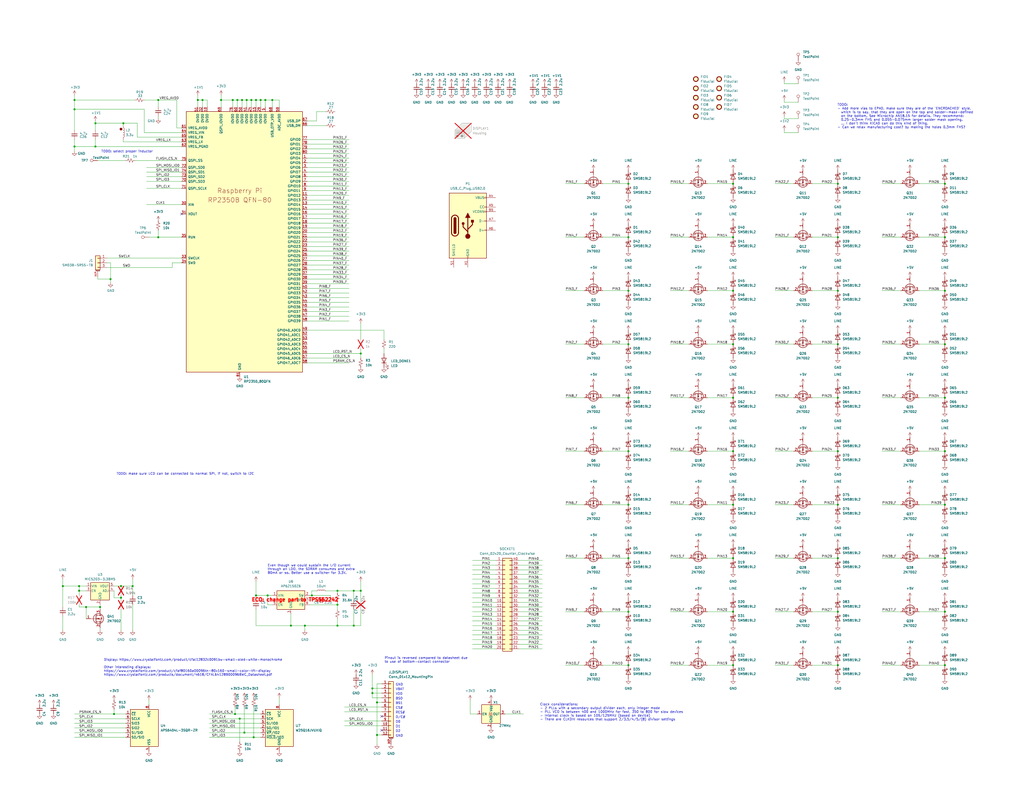
<source format=kicad_sch>
(kicad_sch (version 20231120) (generator "eeschema") (generator_version "8.0")
  (paper "C")
  (title_block (title "UNIC 40") (date "2023-11-24") (rev "1.0") (company "Modular Circuits"))
  (junction (at 142.24 54.61))
  (junction (at 196.85 322.58))
  (junction (at 86.36 129.54))
  (junction (at 107.95 54.61))
  (junction (at 342.9 100.33))
  (junction (at 34.29 320.04))
  (junction (at 184.15 341.63))
  (junction (at 148.59 54.61))
  (junction (at 342.9 246.38))
  (junction (at 515.62 334.01))
  (junction (at 515.62 217.17))
  (junction (at 457.2 246.38))
  (junction (at 52.07 67.31))
  (junction (at 515.62 129.54))
  (junction (at 515.62 304.8))
  (junction (at 342.9 275.59))
  (junction (at 203.2 375.92))
  (junction (at 205.74 383.54))
  (junction (at 54.61 331.47))
  (junction (at 60.325 152.4))
  (junction (at 342.9 187.96))
  (junction (at 46.99 331.47))
  (junction (at 400.05 334.01))
  (junction (at 40.64 54.61))
  (junction (at 196.85 193.04))
  (junction (at 184.15 330.2))
  (junction (at 342.9 129.54))
  (junction (at 457.2 334.01))
  (junction (at 342.9 363.22))
  (junction (at 67.31 67.31))
  (junction (at 129.54 54.61))
  (junction (at 134.62 54.61))
  (junction (at 400.05 304.8))
  (junction (at 515.62 158.75))
  (junction (at 110.49 54.61))
  (junction (at 43.18 322.58))
  (junction (at 400.05 363.22))
  (junction (at 133.35 400.05))
  (junction (at 86.36 54.61))
  (junction (at 342.9 334.01))
  (junction (at 130.81 392.43))
  (junction (at 144.78 54.61))
  (junction (at 457.2 129.54))
  (junction (at 184.15 322.58))
  (junction (at 457.2 158.75))
  (junction (at 193.04 322.58))
  (junction (at 139.7 325.12))
  (junction (at 203.2 378.46))
  (junction (at 400.05 275.59))
  (junction (at 40.64 59.69))
  (junction (at 52.07 80.01))
  (junction (at 66.04 320.04))
  (junction (at 138.43 402.59))
  (junction (at 400.05 246.38))
  (junction (at 400.05 217.17))
  (junction (at 40.64 80.01))
  (junction (at 400.05 100.33))
  (junction (at 515.62 275.59))
  (junction (at 400.05 129.54))
  (junction (at 158.75 341.63))
  (junction (at 62.23 389.89))
  (junction (at 193.04 341.63))
  (junction (at 400.05 158.75))
  (junction (at 515.62 246.38))
  (junction (at 120.65 54.61))
  (junction (at 72.39 320.04))
  (junction (at 205.74 401.32))
  (junction (at 515.62 187.96))
  (junction (at 457.2 363.22))
  (junction (at 66.04 326.39))
  (junction (at 457.2 275.59))
  (junction (at 128.27 389.89))
  (junction (at 515.62 100.33))
  (junction (at 146.05 325.12))
  (junction (at 43.18 320.04))
  (junction (at 127 54.61))
  (junction (at 166.37 341.63))
  (junction (at 342.9 158.75))
  (junction (at 515.62 363.22))
  (junction (at 137.16 54.61))
  (junction (at 400.05 187.96))
  (junction (at 457.2 304.8))
  (junction (at 457.2 100.33))
  (junction (at 170.18 325.12))
  (junction (at 132.08 54.61))
  (junction (at 139.7 54.61))
  (junction (at 342.9 217.17))
  (junction (at 342.9 304.8))
  (junction (at 457.2 187.96))
  (junction (at 457.2 217.17))
  (no_connect (at 99.06 116.84))
  (no_connect (at 208.28 398.78))
  (no_connect (at 208.28 391.16))
  (wire (pts (xy 167.64 121.92) (xy 190.5 121.92)))
  (wire (pts (xy 52.07 80.01) (xy 99.06 80.01)))
  (wire (pts (xy 275.59 389.89) (xy 285.75 389.89)))
  (wire (pts (xy 257.81 318.77) (xy 270.51 318.77)))
  (wire (pts (xy 283.21 339.09) (xy 295.91 339.09)))
  (wire (pts (xy 40.64 59.69) (xy 78.74 59.69)))
  (wire (pts (xy 481.33 304.8) (xy 491.49 304.8)))
  (wire (pts (xy 172.72 322.58) (xy 170.18 322.58)))
  (wire (pts (xy 93.98 143.51) (xy 93.98 146.05)))
  (wire (pts (xy 99.06 74.93) (xy 74.93 74.93)))
  (wire (pts (xy 443.23 129.54) (xy 457.2 129.54)))
  (wire (pts (xy 365.76 363.22) (xy 375.92 363.22)))
  (wire (pts (xy 203.2 375.92) (xy 203.2 378.46)))
  (wire (pts (xy 158.75 335.28) (xy 158.75 341.63)))
  (wire (pts (xy 184.15 330.2) (xy 184.15 332.74)))
  (wire (pts (xy 328.93 363.22) (xy 342.9 363.22)))
  (wire (pts (xy 146.05 325.12) (xy 148.59 325.12)))
  (wire (pts (xy 386.08 304.8) (xy 400.05 304.8)))
  (wire (pts (xy 184.15 322.58) (xy 184.15 323.85)))
  (wire (pts (xy 43.18 322.58) (xy 43.18 325.12)))
  (wire (pts (xy 113.03 58.42) (xy 113.03 54.61)))
  (wire (pts (xy 196.85 193.04) (xy 196.85 195.58)))
  (wire (pts (xy 66.04 332.74) (xy 66.04 344.17)))
  (wire (pts (xy 422.91 217.17) (xy 433.07 217.17)))
  (wire (pts (xy 144.78 58.42) (xy 144.78 54.61)))
  (wire (pts (xy 283.21 346.71) (xy 295.91 346.71)))
  (wire (pts (xy 66.04 325.12) (xy 66.04 326.39)))
  (wire (pts (xy 80.01 99.06) (xy 99.06 99.06)))
  (wire (pts (xy 127 54.61) (xy 120.65 54.61)))
  (wire (pts (xy 386.08 158.75) (xy 400.05 158.75)))
  (wire (pts (xy 184.15 337.82) (xy 184.15 341.63)))
  (wire (pts (xy 187.96 386.08) (xy 208.28 386.08)))
  (wire (pts (xy 208.28 381) (xy 203.2 381)))
  (wire (pts (xy 152.4 54.61) (xy 148.59 54.61)))
  (wire (pts (xy 167.64 83.82) (xy 190.5 83.82)))
  (wire (pts (xy 148.59 330.2) (xy 146.05 330.2)))
  (wire (pts (xy 422.91 187.96) (xy 433.07 187.96)))
  (wire (pts (xy 167.64 76.2) (xy 190.5 76.2)))
  (wire (pts (xy 128.27 386.08) (xy 128.27 389.89)))
  (wire (pts (xy 86.36 64.77) (xy 86.36 63.5)))
  (wire (pts (xy 52.07 67.31) (xy 67.31 67.31)))
  (wire (pts (xy 308.61 217.17) (xy 318.77 217.17)))
  (wire (pts (xy 142.24 54.61) (xy 142.24 58.42)))
  (wire (pts (xy 166.37 341.63) (xy 166.37 344.17)))
  (wire (pts (xy 96.52 54.61) (xy 96.52 69.85)))
  (wire (pts (xy 308.61 129.54) (xy 318.77 129.54)))
  (wire (pts (xy 205.74 401.32) (xy 205.74 406.4)))
  (wire (pts (xy 52.07 67.31) (xy 52.07 71.12)))
  (wire (pts (xy 134.62 54.61) (xy 134.62 58.42)))
  (wire (pts (xy 427.99 55.88) (xy 427.99 54.61)))
  (wire (pts (xy 257.81 346.71) (xy 270.51 346.71)))
  (wire (pts (xy 365.76 304.8) (xy 375.92 304.8)))
  (wire (pts (xy 481.33 363.22) (xy 491.49 363.22)))
  (wire (pts (xy 205.74 373.38) (xy 205.74 383.54)))
  (wire (pts (xy 167.64 81.28) (xy 190.5 81.28)))
  (wire (pts (xy 43.18 330.2) (xy 43.18 331.47)))
  (wire (pts (xy 196.85 176.53) (xy 196.85 185.42)))
  (wire (pts (xy 62.23 387.35) (xy 62.23 389.89)))
  (wire (pts (xy 134.62 54.61) (xy 132.08 54.61)))
  (wire (pts (xy 40.64 80.01) (xy 40.64 82.55)))
  (wire (pts (xy 184.15 328.93) (xy 184.15 330.2)))
  (wire (pts (xy 81.28 129.54) (xy 86.36 129.54)))
  (wire (pts (xy 422.91 100.33) (xy 433.07 100.33)))
  (wire (pts (xy 168.91 325.12) (xy 170.18 325.12)))
  (wire (pts (xy 107.95 54.61) (xy 107.95 58.42)))
  (wire (pts (xy 40.64 80.01) (xy 52.07 80.01)))
  (wire (pts (xy 386.08 334.01) (xy 400.05 334.01)))
  (wire (pts (xy 283.21 354.33) (xy 295.91 354.33)))
  (wire (pts (xy 256.54 382.27) (xy 256.54 389.89)))
  (wire (pts (xy 86.36 54.61) (xy 96.52 54.61)))
  (wire (pts (xy 167.64 193.04) (xy 196.85 193.04)))
  (wire (pts (xy 257.81 341.63) (xy 270.51 341.63)))
  (wire (pts (xy 167.64 106.68) (xy 190.5 106.68)))
  (wire (pts (xy 501.65 275.59) (xy 515.62 275.59)))
  (wire (pts (xy 196.85 327.66) (xy 196.85 322.58)))
  (wire (pts (xy 283.21 311.15) (xy 295.91 311.15)))
  (wire (pts (xy 167.64 111.76) (xy 190.5 111.76)))
  (wire (pts (xy 308.61 246.38) (xy 318.77 246.38)))
  (wire (pts (xy 54.61 331.47) (xy 46.99 331.47)))
  (wire (pts (xy 167.64 78.74) (xy 190.5 78.74)))
  (wire (pts (xy 167.64 88.9) (xy 190.5 88.9)))
  (wire (pts (xy 283.21 313.69) (xy 295.91 313.69)))
  (wire (pts (xy 66.04 320.04) (xy 72.39 320.04)))
  (wire (pts (xy 53.34 87.63) (xy 68.58 87.63)))
  (wire (pts (xy 99.06 143.51) (xy 93.98 143.51)))
  (wire (pts (xy 501.65 217.17) (xy 515.62 217.17)))
  (wire (pts (xy 40.64 389.89) (xy 62.23 389.89)))
  (wire (pts (xy 481.33 246.38) (xy 491.49 246.38)))
  (wire (pts (xy 260.35 389.89) (xy 256.54 389.89)))
  (wire (pts (xy 110.49 54.61) (xy 110.49 58.42)))
  (wire (pts (xy 167.64 157.48) (xy 190.5 157.48)))
  (wire (pts (xy 114.3 400.05) (xy 133.35 400.05)))
  (wire (pts (xy 386.08 275.59) (xy 400.05 275.59)))
  (wire (pts (xy 167.64 172.72) (xy 190.5 172.72)))
  (wire (pts (xy 167.64 147.32) (xy 190.5 147.32)))
  (wire (pts (xy 257.81 308.61) (xy 270.51 308.61)))
  (wire (pts (xy 435.61 72.39) (xy 427.99 72.39)))
  (wire (pts (xy 54.61 342.9) (xy 54.61 344.17)))
  (wire (pts (xy 127 54.61) (xy 127 58.42)))
  (wire (pts (xy 257.81 326.39) (xy 270.51 326.39)))
  (wire (pts (xy 80.01 91.44) (xy 99.06 91.44)))
  (wire (pts (xy 283.21 326.39) (xy 295.91 326.39)))
  (wire (pts (xy 166.37 341.63) (xy 184.15 341.63)))
  (wire (pts (xy 43.18 331.47) (xy 46.99 331.47)))
  (wire (pts (xy 257.81 351.79) (xy 270.51 351.79)))
  (wire (pts (xy 167.64 124.46) (xy 190.5 124.46)))
  (wire (pts (xy 193.04 341.63) (xy 196.85 341.63)))
  (wire (pts (xy 167.64 119.38) (xy 190.5 119.38)))
  (wire (pts (xy 365.76 334.01) (xy 375.92 334.01)))
  (wire (pts (xy 40.64 392.43) (xy 68.58 392.43)))
  (wire (pts (xy 328.93 187.96) (xy 342.9 187.96)))
  (wire (pts (xy 257.81 334.01) (xy 270.51 334.01)))
  (wire (pts (xy 443.23 304.8) (xy 457.2 304.8)))
  (wire (pts (xy 137.16 54.61) (xy 137.16 58.42)))
  (wire (pts (xy 167.64 127) (xy 190.5 127)))
  (wire (pts (xy 40.64 52.07) (xy 40.64 54.61)))
  (wire (pts (xy 328.93 100.33) (xy 342.9 100.33)))
  (wire (pts (xy 422.91 275.59) (xy 433.07 275.59)))
  (wire (pts (xy 427.99 45.72) (xy 427.99 44.45)))
  (wire (pts (xy 422.91 304.8) (xy 433.07 304.8)))
  (wire (pts (xy 67.31 67.31) (xy 67.31 68.58)))
  (wire (pts (xy 205.74 383.54) (xy 205.74 401.32)))
  (wire (pts (xy 209.55 190.5) (xy 209.55 193.04)))
  (wire (pts (xy 78.74 59.69) (xy 78.74 72.39)))
  (wire (pts (xy 58.42 140.97) (xy 99.06 140.97)))
  (wire (pts (xy 142.24 54.61) (xy 139.7 54.61)))
  (wire (pts (xy 66.04 326.39) (xy 66.04 327.66)))
  (wire (pts (xy 74.93 74.93) (xy 74.93 67.31)))
  (wire (pts (xy 81.28 382.27) (xy 81.28 384.81)))
  (wire (pts (xy 283.21 318.77) (xy 295.91 318.77)))
  (wire (pts (xy 308.61 334.01) (xy 318.77 334.01)))
  (wire (pts (xy 167.64 195.58) (xy 190.5 195.58)))
  (wire (pts (xy 283.21 321.31) (xy 295.91 321.31)))
  (wire (pts (xy 167.64 132.08) (xy 190.5 132.08)))
  (wire (pts (xy 107.95 54.61) (xy 110.49 54.61)))
  (wire (pts (xy 139.7 332.74) (xy 139.7 341.63)))
  (wire (pts (xy 283.21 316.23) (xy 295.91 316.23)))
  (wire (pts (xy 208.28 375.92) (xy 203.2 375.92)))
  (wire (pts (xy 328.93 334.01) (xy 342.9 334.01)))
  (wire (pts (xy 40.64 54.61) (xy 73.66 54.61)))
  (wire (pts (xy 481.33 100.33) (xy 491.49 100.33)))
  (wire (pts (xy 443.23 246.38) (xy 457.2 246.38)))
  (wire (pts (xy 86.36 125.73) (xy 86.36 129.54)))
  (wire (pts (xy 167.64 167.64) (xy 190.5 167.64)))
  (wire (pts (xy 443.23 187.96) (xy 457.2 187.96)))
  (wire (pts (xy 177.8 322.58) (xy 184.15 322.58)))
  (wire (pts (xy 139.7 317.5) (xy 139.7 325.12)))
  (wire (pts (xy 257.81 339.09) (xy 270.51 339.09)))
  (wire (pts (xy 78.74 72.39) (xy 99.06 72.39)))
  (wire (pts (xy 73.66 87.63) (xy 99.06 87.63)))
  (wire (pts (xy 114.3 389.89) (xy 128.27 389.89)))
  (wire (pts (xy 308.61 275.59) (xy 318.77 275.59)))
  (wire (pts (xy 205.74 373.38) (xy 208.28 373.38)))
  (wire (pts (xy 107.95 52.07) (xy 107.95 54.61)))
  (wire (pts (xy 72.39 344.17) (xy 72.39 330.2)))
  (wire (pts (xy 133.35 386.08) (xy 133.35 400.05)))
  (wire (pts (xy 130.81 392.43) (xy 142.24 392.43)))
  (wire (pts (xy 167.64 165.1) (xy 190.5 165.1)))
  (wire (pts (xy 443.23 275.59) (xy 457.2 275.59)))
  (wire (pts (xy 54.61 331.47) (xy 54.61 332.74)))
  (wire (pts (xy 187.96 388.62) (xy 208.28 388.62)))
  (wire (pts (xy 43.18 320.04) (xy 43.18 322.58)))
  (wire (pts (xy 501.65 129.54) (xy 515.62 129.54)))
  (wire (pts (xy 209.55 180.34) (xy 209.55 185.42)))
  (wire (pts (xy 205.74 383.54) (xy 208.28 383.54)))
  (wire (pts (xy 435.61 45.72) (xy 427.99 45.72)))
  (wire (pts (xy 283.21 344.17) (xy 295.91 344.17)))
  (wire (pts (xy 167.64 175.26) (xy 190.5 175.26)))
  (wire (pts (xy 283.21 331.47) (xy 295.91 331.47)))
  (wire (pts (xy 365.76 187.96) (xy 375.92 187.96)))
  (wire (pts (xy 60.325 143.51) (xy 60.325 152.4)))
  (wire (pts (xy 365.76 246.38) (xy 375.92 246.38)))
  (wire (pts (xy 40.64 397.51) (xy 68.58 397.51)))
  (wire (pts (xy 170.18 325.12) (xy 180.34 325.12)))
  (wire (pts (xy 443.23 158.75) (xy 457.2 158.75)))
  (wire (pts (xy 34.29 316.23) (xy 34.29 320.04)))
  (wire (pts (xy 114.3 397.51) (xy 142.24 397.51)))
  (wire (pts (xy 443.23 334.01) (xy 457.2 334.01)))
  (wire (pts (xy 167.64 99.06) (xy 190.5 99.06)))
  (wire (pts (xy 144.78 54.61) (xy 142.24 54.61)))
  (wire (pts (xy 481.33 334.01) (xy 491.49 334.01)))
  (wire (pts (xy 501.65 334.01) (xy 515.62 334.01)))
  (wire (pts (xy 193.04 332.74) (xy 193.04 341.63)))
  (wire (pts (xy 196.85 190.5) (xy 196.85 193.04)))
  (wire (pts (xy 257.81 316.23) (xy 270.51 316.23)))
  (wire (pts (xy 422.91 129.54) (xy 433.07 129.54)))
  (wire (pts (xy 110.49 54.61) (xy 113.03 54.61)))
  (wire (pts (xy 43.18 320.04) (xy 46.99 320.04)))
  (wire (pts (xy 184.15 322.58) (xy 193.04 322.58)))
  (wire (pts (xy 283.21 323.85) (xy 295.91 323.85)))
  (wire (pts (xy 62.23 322.58) (xy 62.23 326.39)))
  (wire (pts (xy 167.64 139.7) (xy 190.5 139.7)))
  (wire (pts (xy 167.64 142.24) (xy 190.5 142.24)))
  (wire (pts (xy 187.96 393.7) (xy 208.28 393.7)))
  (wire (pts (xy 257.81 354.33) (xy 270.51 354.33)))
  (wire (pts (xy 167.64 109.22) (xy 190.5 109.22)))
  (wire (pts (xy 283.21 341.63) (xy 295.91 341.63)))
  (wire (pts (xy 283.21 336.55) (xy 295.91 336.55)))
  (wire (pts (xy 257.81 344.17) (xy 270.51 344.17)))
  (wire (pts (xy 196.85 322.58) (xy 193.04 322.58)))
  (wire (pts (xy 283.21 306.07) (xy 295.91 306.07)))
  (wire (pts (xy 152.4 381) (xy 152.4 384.81)))
  (wire (pts (xy 203.2 378.46) (xy 208.28 378.46)))
  (wire (pts (xy 114.3 402.59) (xy 138.43 402.59)))
  (wire (pts (xy 365.76 158.75) (xy 375.92 158.75)))
  (wire (pts (xy 80.01 111.76) (xy 99.06 111.76)))
  (wire (pts (xy 422.91 246.38) (xy 433.07 246.38)))
  (wire (pts (xy 167.64 180.34) (xy 209.55 180.34)))
  (wire (pts (xy 133.35 400.05) (xy 142.24 400.05)))
  (wire (pts (xy 167.64 104.14) (xy 190.5 104.14)))
  (wire (pts (xy 328.93 246.38) (xy 342.9 246.38)))
  (wire (pts (xy 283.21 308.61) (xy 295.91 308.61)))
  (wire (pts (xy 365.76 129.54) (xy 375.92 129.54)))
  (wire (pts (xy 481.33 129.54) (xy 491.49 129.54)))
  (wire (pts (xy 386.08 187.96) (xy 400.05 187.96)))
  (wire (pts (xy 139.7 54.61) (xy 139.7 58.42)))
  (wire (pts (xy 167.64 116.84) (xy 190.5 116.84)))
  (wire (pts (xy 72.39 320.04) (xy 72.39 325.12)))
  (wire (pts (xy 203.2 368.3) (xy 203.2 375.92)))
  (wire (pts (xy 139.7 325.12) (xy 139.7 327.66)))
  (wire (pts (xy 148.59 54.61) (xy 144.78 54.61)))
  (wire (pts (xy 129.54 54.61) (xy 127 54.61)))
  (wire (pts (xy 481.33 217.17) (xy 491.49 217.17)))
  (wire (pts (xy 152.4 58.42) (xy 152.4 54.61)))
  (wire (pts (xy 257.81 321.31) (xy 270.51 321.31)))
  (wire (pts (xy 328.93 275.59) (xy 342.9 275.59)))
  (wire (pts (xy 138.43 386.08) (xy 138.43 402.59)))
  (wire (pts (xy 167.64 68.58) (xy 177.8 68.58)))
  (wire (pts (xy 34.29 344.17) (xy 34.29 336.55)))
  (wire (pts (xy 308.61 304.8) (xy 318.77 304.8)))
  (wire (pts (xy 120.65 52.07) (xy 120.65 54.61)))
  (wire (pts (xy 86.36 129.54) (xy 99.06 129.54)))
  (wire (pts (xy 167.64 170.18) (xy 190.5 170.18)))
  (wire (pts (xy 170.18 322.58) (xy 170.18 325.12)))
  (wire (pts (xy 40.64 402.59) (xy 68.58 402.59)))
  (wire (pts (xy 167.64 149.86) (xy 190.5 149.86)))
  (wire (pts (xy 184.15 341.63) (xy 193.04 341.63)))
  (wire (pts (xy 443.23 363.22) (xy 457.2 363.22)))
  (wire (pts (xy 86.36 54.61) (xy 86.36 58.42)))
  (wire (pts (xy 196.85 317.5) (xy 196.85 322.58)))
  (wire (pts (xy 172.72 60.96) (xy 172.72 66.04)))
  (wire (pts (xy 167.64 137.16) (xy 190.5 137.16)))
  (wire (pts (xy 46.99 331.47) (xy 46.99 337.82)))
  (wire (pts (xy 114.3 392.43) (xy 130.81 392.43)))
  (wire (pts (xy 481.33 158.75) (xy 491.49 158.75)))
  (wire (pts (xy 257.81 323.85) (xy 270.51 323.85)))
  (wire (pts (xy 40.64 76.2) (xy 40.64 80.01)))
  (wire (pts (xy 60.325 152.4) (xy 60.325 154.305)))
  (wire (pts (xy 34.29 331.47) (xy 34.29 320.04)))
  (wire (pts (xy 148.59 58.42) (xy 148.59 54.61)))
  (wire (pts (xy 132.08 54.61) (xy 129.54 54.61)))
  (wire (pts (xy 74.93 67.31) (xy 67.31 67.31)))
  (wire (pts (xy 365.76 100.33) (xy 375.92 100.33)))
  (wire (pts (xy 257.81 349.25) (xy 270.51 349.25)))
  (wire (pts (xy 167.64 198.12) (xy 190.5 198.12)))
  (wire (pts (xy 308.61 187.96) (xy 318.77 187.96)))
  (wire (pts (xy 40.64 394.97) (xy 68.58 394.97)))
  (wire (pts (xy 46.99 322.58) (xy 43.18 322.58)))
  (wire (pts (xy 167.64 152.4) (xy 190.5 152.4)))
  (wire (pts (xy 40.64 400.05) (xy 68.58 400.05)))
  (wire (pts (xy 167.64 160.02) (xy 190.5 160.02)))
  (wire (pts (xy 386.08 246.38) (xy 400.05 246.38)))
  (wire (pts (xy 501.65 187.96) (xy 515.62 187.96)))
  (wire (pts (xy 443.23 217.17) (xy 457.2 217.17)))
  (wire (pts (xy 167.64 93.98) (xy 190.5 93.98)))
  (wire (pts (xy 386.08 129.54) (xy 400.05 129.54)))
  (wire (pts (xy 501.65 158.75) (xy 515.62 158.75)))
  (wire (pts (xy 435.61 64.77) (xy 427.99 64.77)))
  (wire (pts (xy 167.64 134.62) (xy 190.5 134.62)))
  (wire (pts (xy 130.81 405.13) (xy 130.81 392.43)))
  (wire (pts (xy 167.64 144.78) (xy 190.5 144.78)))
  (wire (pts (xy 257.81 306.07) (xy 270.51 306.07)))
  (wire (pts (xy 52.07 76.2) (xy 52.07 80.01)))
  (wire (pts (xy 283.21 334.01) (xy 295.91 334.01)))
  (wire (pts (xy 177.8 60.96) (xy 172.72 60.96)))
  (wire (pts (xy 308.61 363.22) (xy 318.77 363.22)))
  (wire (pts (xy 203.2 378.46) (xy 203.2 381)))
  (wire (pts (xy 167.64 101.6) (xy 190.5 101.6)))
  (wire (pts (xy 443.23 100.33) (xy 457.2 100.33)))
  (wire (pts (xy 62.23 320.04) (xy 66.04 320.04)))
  (wire (pts (xy 328.93 158.75) (xy 342.9 158.75)))
  (wire (pts (xy 128.27 389.89) (xy 142.24 389.89)))
  (wire (pts (xy 62.23 389.89) (xy 68.58 389.89)))
  (wire (pts (xy 139.7 54.61) (xy 137.16 54.61)))
  (wire (pts (xy 328.93 304.8) (xy 342.9 304.8)))
  (wire (pts (xy 129.54 54.61) (xy 129.54 58.42)))
  (wire (pts (xy 172.72 66.04) (xy 167.64 66.04)))
  (wire (pts (xy 501.65 304.8) (xy 515.62 304.8)))
  (wire (pts (xy 158.75 341.63) (xy 166.37 341.63)))
  (wire (pts (xy 501.65 363.22) (xy 515.62 363.22)))
  (wire (pts (xy 58.42 146.05) (xy 93.98 146.05)))
  (wire (pts (xy 138.43 402.59) (xy 142.24 402.59)))
  (wire (pts (xy 34.29 320.04) (xy 43.18 320.04)))
  (wire (pts (xy 422.91 158.75) (xy 433.07 158.75)))
  (wire (pts (xy 146.05 325.12) (xy 139.7 325.12)))
  (wire (pts (xy 67.31 77.47) (xy 99.06 77.47)))
  (wire (pts (xy 283.21 351.79) (xy 295.91 351.79)))
  (wire (pts (xy 96.52 69.85) (xy 99.06 69.85)))
  (wire (pts (xy 257.81 331.47) (xy 270.51 331.47)))
  (wire (pts (xy 139.7 341.63) (xy 158.75 341.63)))
  (wire (pts (xy 435.61 55.88) (xy 427.99 55.88)))
  (wire (pts (xy 67.31 77.47) (xy 67.31 76.2)))
  (wire (pts (xy 53.34 151.13) (xy 53.34 152.4)))
  (wire (pts (xy 167.64 96.52) (xy 190.5 96.52)))
  (wire (pts (xy 54.61 330.2) (xy 54.61 331.47)))
  (wire (pts (xy 80.01 102.87) (xy 99.06 102.87)))
  (wire (pts (xy 422.91 363.22) (xy 433.07 363.22)))
  (wire (pts (xy 40.64 59.69) (xy 40.64 71.12)))
  (wire (pts (xy 481.33 187.96) (xy 491.49 187.96)))
  (wire (pts (xy 308.61 100.33) (xy 318.77 100.33)))
  (wire (pts (xy 167.64 114.3) (xy 190.5 114.3)))
  (wire (pts (xy 386.08 100.33) (xy 400.05 100.33)))
  (wire (pts (xy 167.64 162.56) (xy 190.5 162.56)))
  (wire (pts (xy 422.91 334.01) (xy 433.07 334.01)))
  (wire (pts (xy 78.74 54.61) (xy 86.36 54.61)))
  (wire (pts (xy 177.8 327.66) (xy 180.34 327.66)))
  (wire (pts (xy 52.07 66.04) (xy 52.07 67.31)))
  (wire (pts (xy 386.08 217.17) (xy 400.05 217.17)))
  (wire (pts (xy 132.08 54.61) (xy 132.08 58.42)))
  (wire (pts (xy 167.64 91.44) (xy 190.5 91.44)))
  (wire (pts (xy 365.76 217.17) (xy 375.92 217.17)))
  (wire (pts (xy 80.01 96.52) (xy 99.06 96.52)))
  (wire (pts (xy 193.04 322.58) (xy 193.04 327.66)))
  (wire (pts (xy 40.64 54.61) (xy 40.64 59.69)))
  (wire (pts (xy 167.64 129.54) (xy 190.5 129.54)))
  (wire (pts (xy 167.64 86.36) (xy 190.5 86.36)))
  (wire (pts (xy 283.21 328.93) (xy 295.91 328.93)))
  (wire (pts (xy 146.05 330.2) (xy 146.05 325.12)))
  (wire (pts (xy 257.81 311.15) (xy 270.51 311.15)))
  (wire (pts (xy 137.16 54.61) (xy 134.62 54.61)))
  (wire (pts (xy 168.91 330.2) (xy 184.15 330.2)))
  (wire (pts (xy 196.85 332.74) (xy 196.85 341.63)))
  (wire (pts (xy 501.65 246.38) (xy 515.62 246.38)))
  (wire (pts (xy 328.93 129.54) (xy 342.9 129.54)))
  (wire (pts (xy 167.64 154.94) (xy 190.5 154.94)))
  (wire (pts (xy 168.91 327.66) (xy 172.72 327.66)))
  (wire (pts (xy 120.65 54.61) (xy 120.65 58.42)))
  (wire (pts (xy 208.28 401.32) (xy 205.74 401.32)))
  (wire (pts (xy 257.81 336.55) (xy 270.51 336.55)))
  (wire (pts (xy 257.81 328.93) (xy 270.51 328.93)))
  (wire (pts (xy 427.99 64.77) (xy 427.99 63.5)))
  (wire (pts (xy 283.21 349.25) (xy 295.91 349.25)))
  (wire (pts (xy 62.23 326.39) (xy 66.04 326.39)))
  (wire (pts (xy 365.76 275.59) (xy 375.92 275.59)))
  (wire (pts (xy 308.61 158.75) (xy 318.77 158.75)))
  (wire (pts (xy 80.01 93.98) (xy 99.06 93.98)))
  (wire (pts (xy 427.99 72.39) (xy 427.99 71.12)))
  (wire (pts (xy 114.3 394.97) (xy 142.24 394.97)))
  (wire (pts (xy 501.65 100.33) (xy 515.62 100.33)))
  (wire (pts (xy 257.81 313.69) (xy 270.51 313.69)))
  (wire (pts (xy 58.42 143.51) (xy 60.325 143.51)))
  (wire (pts (xy 386.08 363.22) (xy 400.05 363.22)))
  (wire (pts (xy 72.39 320.04) (xy 72.39 316.23)))
  (wire (pts (xy 180.34 327.66) (xy 180.34 325.12)))
  (wire (pts (xy 481.33 275.59) (xy 491.49 275.59)))
  (wire (pts (xy 60.325 152.4) (xy 53.34 152.4)))
  (wire (pts (xy 187.96 396.24) (xy 208.28 396.24)))
  (wire (pts (xy 328.93 217.17) (xy 342.9 217.17)))
  (circle (center 66.04 70.485) (radius 0.635) (stroke (width 0) (color 132 0 0 1)) (fill (type color) (color 132 0 0 1)))
  (text "Pinout is reversed compared to datasheet due\nto use of bottom-contact connector" (at 209.804 362.204 0) (effects (font (size 1.27 1.27)) (justify left bottom)))
  (text "CS#" (at 215.9 387.35 0) (effects (font (size 1.27 1.27)) (justify left bottom)))
  (text "TODO:\n- Add more vias to EPAD, make sure they are of the 'ENCROACHED' style,\n  which is to say, that they are open on the top and solder-mask-defined\n  on the bottom. See Microchip AN18.15 for details. They recommend:\n  0.25-0.3mm FHS and 0.055-0.075mm larger solder mask opening.\n  ... I don't think KiCAD can do this kind of thing.\n- Can we relax manufacturing cost? by making the holes 0.3mm FHS?" (at 456.946 70.358 0) (effects (font (size 1.27 1.27)) (justify left bottom)))
  (text "GND" (at 215.9 402.59 0) (effects (font (size 1.27 1.27)) (justify left bottom)))
  (text "GND" (at 215.9 374.65 0) (effects (font (size 1.27 1.27)) (justify left bottom)))
  (text "D0" (at 215.9 394.97 0) (effects (font (size 1.27 1.27)) (justify left bottom)))
  (text "Clock considerations:\n- 2 PLLs with a secondary output divider each, only integer mode\n- PLL VCO is between 400 and 1000MHz for fast, 350 to 800 for slow devices\n- Internal clock is based on 105/125MHz (based on device)\n- There are CLKDIV resources that support 2/3.5/4/5/(8) divisor settings" (at 294.64 393.7 0) (effects (font (size 1.27 1.27)) (justify left bottom)))
  (text "Even though we could sustain the I/O current\nthrough an LDO, the SDRAM consumes and extra\n80mA or so. Better use a switcher for 3.3V." (at 146.05 313.69 0) (effects (font (size 1.27 1.27)) (justify left bottom)))
  (text "VDD" (at 215.9 379.73 0) (effects (font (size 1.27 1.27)) (justify left bottom)))
  (text "TODO: select proper inductor" (at 69.342 82.804 0) (effects (font (size 1.27 1.27))))
  (text "RES#" (at 215.9 389.89 0) (effects (font (size 1.27 1.27)) (justify left bottom)))
  (text "D1" (at 215.9 397.51 0) (effects (font (size 1.27 1.27)) (justify left bottom)))
  (text "BS1" (at 215.9 384.81 0) (effects (font (size 1.27 1.27)) (justify left bottom)))
  (text "D2" (at 215.9 400.05 0) (effects (font (size 1.27 1.27)) (justify left bottom)))
  (text "TODO: make sure LCD can be connected to normal SPI, if not, switch to I2C" (at 101.092 258.826 0) (effects (font (size 1.27 1.27))))
  (text "ECO: change part to TPS562242" (at 161.036 327.66 0) (effects (font (size 1.905 1.905) (thickness 0.762) (bold yes))))
  (text "D/C#" (at 215.9 392.43 0) (effects (font (size 1.27 1.27)) (justify left bottom)))
  (text "Display: https://www.crystalfontz.com/product/cfal12832c0091bw-small-oled-white-monochrome\n\nOther interesting displays:\nhttps://www.crystalfontz.com/product/cfaf80160a00096tn-80x160-small-color-tft-display\nhttps://www.crystalfontz.com/products/document/4618/CFAL64128B00096BWC_Datasheet.pdf\n\n" (at 56.642 371.348 0) (effects (font (size 1.27 1.27)) (justify left bottom)))
  (text "BS0" (at 215.9 382.27 0) (effects (font (size 1.27 1.27)) (justify left bottom)))
  (text "VBAT" (at 215.9 377.19 0) (effects (font (size 1.27 1.27)) (justify left bottom)))
  (label "PIN7" (at 262.89 321.31 0))
  (label "PIN22" (at 288.29 351.79 0))
  (label "PIN23_F" (at 181.61 91.44 0))
  (label "PIN22" (at 448.31 100.33 0))
  (label "LCD_RST_N" (at 190.5 388.62 0))
  (label "SPI_CLK" (at 190.5 393.7 0))
  (label "SPI_IO2" (at 43.18 397.51 0))
  (label "PIN9" (at 262.89 326.39 0))
  (label "PIN12_F" (at 365.76 158.75 0))
  (label "PIN26_F" (at 181.61 78.74 0))
  (label "PIN39_F" (at 481.33 275.59 0))
  (label "PIN37_F" (at 181.61 144.78 0))
  (label "SPI_IO3" (at 115.57 402.59 0))
  (label "PIN24_F" (at 422.91 246.38 0))
  (label "PIN13" (at 262.89 336.55 0))
  (label "PIN6" (at 262.89 318.77 0))
  (label "PIN16_F" (at 181.61 119.38 0))
  (label "PIN13_F" (at 181.61 104.14 0))
  (label "FLASH_CS_N" (at 115.57 389.89 0))
  (label "PIN14_F" (at 181.61 116.84 0))
  (label "SPI_CLK" (at 85.09 102.87 0))
  (label "SPI_MOSI_IO0" (at 190.5 396.24 0))
  (label "PIN18" (at 391.16 187.96 0))
  (label "PIN11_F" (at 181.61 101.6 0))
  (label "PIN28_F" (at 422.91 158.75 0))
  (label "PIN35" (at 506.73 187.96 0))
  (label "PSRAM_CS_N" (at 43.18 389.89 0))
  (label "SPI_MOSI_IO0" (at 115.57 394.97 0))
  (label "PIN9" (at 334.01 334.01 0))
  (label "PIN29_F" (at 422.91 304.8 0))
  (label "PIN11" (at 262.89 331.47 0))
  (label "PIN5" (at 334.01 304.8 0))
  (label "PIN4" (at 334.01 129.54 0))
  (label "PIN35_F" (at 481.33 187.96 0))
  (label "PIN10_F" (at 181.61 111.76 0))
  (label "PIN12_F" (at 181.61 127 0))
  (label "PIN31_F" (at 181.61 76.2 0))
  (label "PIN20" (at 262.89 354.33 0))
  (label "PIN32_F" (at 181.61 81.28 0))
  (label "PIN9_F" (at 308.61 334.01 0))
  (label "PIN25_F" (at 422.91 217.17 0))
  (label "PIN34" (at 506.73 217.17 0))
  (label "PSRAM_CS_N" (at 181.61 198.12 0))
  (label "PIN27" (at 288.29 339.09 0))
  (label "PIN40_F" (at 481.33 363.22 0))
  (label "PIN26" (at 506.73 100.33 0))
  (label "PIN7_F" (at 173.99 160.02 0))
  (label "PIN39_F" (at 181.61 137.16 0))
  (label "PIN19_F" (at 181.61 129.54 0))
  (label "PIN31" (at 288.29 328.93 0))
  (label "PIN12" (at 391.16 158.75 0))
  (label "PIN8" (at 334.01 217.17 0))
  (label "PIN22_F" (at 181.61 93.98 0))
  (label "PIN36" (at 288.29 316.23 0))
  (label "PIN38" (at 506.73 304.8 0))
  (label "PIN24_F" (at 181.61 86.36 0))
  (label "PIN19_F" (at 365.76 363.22 0))
  (label "PIN4" (at 262.89 313.69 0))
  (label "SWD" (at 71.12 146.05 180))
  (label "LCD_CS_N" (at 181.61 195.58 0))
  (label "PIN33" (at 288.29 323.85 0))
  (label "PIN18_F" (at 181.61 124.46 0))
  (label "PIN30_F" (at 181.61 99.06 0))
  (label "SWCLK" (at 71.12 140.97 180))
  (label "PIN6_F" (at 173.99 162.56 0))
  (label "PIN37_F" (at 481.33 334.01 0))
  (label "PIN5" (at 262.89 316.23 0))
  (label "PIN20_F" (at 181.61 106.68 0))
  (label "PIN18" (at 262.89 349.25 0))
  (label "PIN34_F" (at 481.33 217.17 0))
  (label "PIN29_F" (at 181.61 88.9 0))
  (label "PIN40_F" (at 181.61 142.24 0))
  (label "PIN3_F" (at 308.61 158.75 0))
  (label "PIN16" (at 391.16 246.38 0))
  (label "PIN30_F" (at 422.91 187.96 0))
  (label "PIN21_F" (at 422.91 129.54 0))
  (label "PIN33" (at 506.73 246.38 0))
  (label "PIN14" (at 391.16 129.54 0))
  (label "PIN33_F" (at 181.61 149.86 0))
  (label "PIN16" (at 262.89 344.17 0))
  (label "PIN27_F" (at 181.61 134.62 0))
  (label "PIN34_F" (at 181.61 152.4 0))
  (label "PIN8" (at 262.89 323.85 0))
  (label "PIN37" (at 288.29 313.69 0))
  (label "PIN2" (at 334.01 187.96 0))
  (label "SPI_MISO_IO1" (at 43.18 402.59 0))
  (label "PIN24" (at 288.29 346.71 0))
  (label "PIN16_F" (at 365.76 246.38 0))
  (label "PIN32" (at 288.29 326.39 0))
  (label "SPI_MISO_IO1" (at 115.57 397.51 0))
  (label "PIN1_F" (at 173.99 175.26 0))
  (label "PIN7_F" (at 308.61 246.38 0))
  (label "LCD_RST_N" (at 181.61 193.04 0))
  (label "PIN11_F" (at 365.76 275.59 0))
  (label "PIN4_F" (at 308.61 129.54 0))
  (label "SPI_MISO_IO1" (at 85.09 93.98 0))
  (label "PIN29" (at 288.29 334.01 0))
  (label "VREG_LX" (at 85.09 77.47 0))
  (label "PIN38_F" (at 181.61 139.7 0))
  (label "SPI_MOSI_IO0" (at 43.18 400.05 0))
  (label "PIN31" (at 448.31 363.22 0))
  (label "PIN25" (at 448.31 217.17 0))
  (label "PIN5_F" (at 173.99 165.1 0))
  (label "PIN21" (at 288.29 354.33 0))
  (label "PIN27" (at 448.31 334.01 0))
  (label "PIN36" (at 506.73 158.75 0))
  (label "PIN17" (at 262.89 346.71 0))
  (label "PIN36_F" (at 481.33 158.75 0))
  (label "PIN35_F" (at 181.61 154.94 0))
  (label "PIN15" (at 262.89 341.63 0))
  (label "PIN10" (at 262.89 328.93 0))
  (label "PIN21_F" (at 181.61 96.52 0))
  (label "PIN23" (at 288.29 349.25 0))
  (label "PIN19" (at 262.89 351.79 0))
  (label "LCD_CS_N" (at 190.5 386.08 0))
  (label "PIN39" (at 508 275.59 0))
  (label "SPI_CLK" (at 43.18 392.43 0))
  (label "SPI_IO2" (at 85.09 96.52 0))
  (label "PIN15" (at 391.16 100.33 0))
  (label "SPI_MOSI_IO0" (at 85.09 91.44 0))
  (label "PIN29" (at 448.31 304.8 0))
  (label "PIN3" (at 262.89 311.15 0))
  (label "PIN28" (at 448.31 158.75 0))
  (label "PIN2" (at 262.89 308.61 0))
  (label "PIN25" (at 288.29 344.17 0))
  (label "VREG_AVDD" (at 86.995 54.61 0))
  (label "PIN2_F" (at 173.99 172.72 0))
  (label "SPI_IO3" (at 43.18 394.97 0))
  (label "PIN3" (at 334.01 158.75 0))
  (label "PIN14_F" (at 365.76 129.54 0))
  (label "PIN25_F" (at 181.61 83.82 0))
  (label "PIN9_F" (at 181.61 109.22 0))
  (label "PIN11" (at 391.16 275.59 0))
  (label "FLASH_CS_N" (at 85.09 87.63 0))
  (label "PIN8_F" (at 308.61 217.17 0))
  (label "PIN3_F" (at 173.99 170.18 0))
  (label "PIN18_F" (at 365.76 187.96 0))
  (label "CLK1" (at 85.09 111.76 0))
  (label "PIN6_F" (at 308.61 275.59 0))
  (label "PIN20" (at 391.16 334.01 0))
  (label "PIN32" (at 506.73 129.54 0))
  (label "PIN8_F" (at 173.99 157.48 0))
  (label "PIN4_F" (at 173.99 167.64 0))
  (label "PIN36_F" (at 181.61 132.08 0))
  (label "PIN33_F" (at 481.33 246.38 0))
  (label "PIN19" (at 391.16 363.22 0))
  (label "PIN37" (at 506.73 334.01 0))
  (label "SPI_CLK" (at 115.57 392.43 0))
  (label "PIN17_F" (at 365.76 217.17 0))
  (label "PIN13" (at 391.16 304.8 0))
  (label "SPI_IO2" (at 115.57 400.05 0))
  (label "PIN30" (at 288.29 331.47 0))
  (label "PIN1_F" (at 308.61 100.33 0))
  (label "PIN14" (at 262.89 339.09 0))
  (label "PIN15_F" (at 181.61 114.3 0))
  (label "PIN13_F" (at 365.76 304.8 0))
  (label "PIN38" (at 288.29 311.15 0))
  (label "PIN12" (at 262.89 334.01 0))
  (label "PIN10_F" (at 308.61 363.22 0))
  (label "PIN31_F" (at 422.91 363.22 0))
  (label "PIN40" (at 288.29 306.07 0))
  (label "PIN23_F" (at 422.91 275.59 0))
  (label "PIN22_F" (at 422.91 100.33 0))
  (label "CLK1" (at 279.4 389.89 0))
  (label "PIN7" (at 334.01 246.38 0))
  (label "PIN32_F" (at 481.33 129.54 0))
  (label "PIN26" (at 288.29 341.63 0))
  (label "PIN30" (at 448.31 187.96 0))
  (label "PIN1" (at 262.89 306.07 0))
  (label "PIN26_F" (at 481.33 100.33 0))
  (label "PIN1" (at 334.01 100.33 0))
  (label "PIN23" (at 449.58 275.59 0))
  (label "SPI_IO3" (at 85.09 99.06 0))
  (label "PIN28_F" (at 181.61 147.32 0))
  (label "PIN20_F" (at 365.76 334.01 0))
  (label "PIN40" (at 506.73 363.22 0))
  (label "PIN28" (at 288.29 336.55 0))
  (label "PIN5_F" (at 308.61 304.8 0))
  (label "PIN24" (at 448.31 246.38 0))
  (label "PIN10" (at 334.01 363.22 0))
  (label "PIN15_F" (at 365.76 100.33 0))
  (label "PIN17_F" (at 181.61 121.92 0))
  (label "PIN27_F" (at 422.91 334.01 0))
  (label "PIN17" (at 391.16 217.17 0))
  (label "PIN35" (at 288.29 318.77 0))
  (label "PIN21" (at 448.31 129.54 0))
  (label "PIN34" (at 288.29 321.31 0))
  (label "PIN6" (at 334.01 275.59 0))
  (label "PIN39" (at 288.29 308.61 0))
  (label "PIN38_F" (at 481.33 304.8 0))
  (label "PIN2_F" (at 308.61 187.96 0))
  (symbol (lib_id "power:LINE") (at 342.9 121.92 0) (unit 1)
    (property "Reference" "#PWR0101" (effects (hide yes)))
    (property "Value" "LINE" (at 342.9 116.84 0))
  )
  (symbol (lib_id "power:GND") (at 233.68 50.8 0) (unit 1)
    (property "Reference" "#PWR0279" (effects (hide yes)))
    (property "Value" "GND" (at 233.68 55.88 0))
  )
  (symbol (lib_id "power:GND") (at 342.9 137.16 0) (unit 1)
    (property "Reference" "#PWR0102" (effects (hide yes)))
    (property "Value" "GND" (at 342.9 142.24 0))
  )
  (symbol (lib_id "power:+3.3V") (at 233.68 45.72 0) (unit 1)
    (property "Reference" "#PWR0272" (effects (hide yes)))
    (property "Value" "+3V3" (at 233.68 40.64 0))
  )
  (symbol (lib_id "Connector:TestPoint") (at 81.28 129.54 90) (unit 1) (in_bom no)
    (property "Reference" "TP6" (at 77.978 124.46 90))
    (property "Value" "TestPoint" (at 77.978 127 90))
    (property "Footprint" "UNIC:TestPoint_Pad_D2.0mm" (effects (hide yes)))
    (property "Description" "test point" (effects (hide yes)))
  )
  (symbol (lib_id "power:GND") (at 400.05 312.42 0) (unit 1)
    (property "Reference" "#PWR0120" (effects (hide yes)))
    (property "Value" "GND" (at 400.05 317.5 0))
  )
  (symbol (lib_id "Device:C_Small") (at 34.29 334.01 0) (unit 1)
    (property "Reference" "C1" (at 36.83 332.7462 0) (effects (justify left)))
    (property "Value" "2.2u" (at 36.83 335.2862 0) (effects (justify left)))
    (property "Footprint" "UNIC:C_0402_1005Metric_Pad0.74x0.62mm_HandSolder" (effects (hide yes)))
    (property "mpn" "CC0402MRX5R6BB225" (effects (hide yes)))
    (property "manufacturer" "YAGEO" (effects (hide yes)))
  )
  (symbol (lib_id "power:+5V") (at 496.57 355.6 0) (unit 1)
    (property "Reference" "#PWR0130" (effects (hide yes)))
    (property "Value" "+5V" (at 496.57 350.52 0))
  )
  (symbol (lib_id "power:GND") (at 515.62 254 0) (unit 1)
    (property "Reference" "#PWR0161" (effects (hide yes)))
    (property "Value" "GND" (at 515.62 259.08 0))
  )
  (symbol (lib_id "power:+3.3V") (at 133.35 381 0) (unit 1)
    (property "Reference" "#PWR015" (effects (hide yes)))
    (property "Value" "+3V3" (at 133.35 375.92 0))
  )
  (symbol (lib_id "Transistor_FET:2N7002") (at 381 185.42 270) (unit 1)
    (property "Reference" "Q16" (at 381 193.04 90))
    (property "Value" "2N7002" (at 381 195.58 90))
    (property "Footprint" "UNIC:SOT-883" (effects (hide yes)))
    (property "Datasheet" "https://www.mccsemi.com/pdf/Products/2N7002KL3A(DFN1006-3).pdf" (effects (hide yes)))
    (property "mpn" "2N7002KL3A-TP" (effects (hide yes)))
    (property "manufacturer" "Micro Commercial Co" (effects (hide yes)))
  )
  (symbol (lib_id "Device:C_Small") (at 259.08 48.26 0) (unit 1)
    (property "Reference" "C17" (at 261.62 52.07 90) (effects (justify left)))
    (property "Value" "2.2u" (at 261.62 46.99 90) (effects (justify left)))
    (property "Footprint" "UNIC:C_0402_1005Metric_Pad0.74x0.62mm_HandSolder" (effects (hide yes)))
    (property "mpn" "CC0402MRX5R6BB225" (effects (hide yes)))
    (property "manufacturer" "YAGEO" (effects (hide yes)))
  )
  (symbol (lib_id "Mechanical:Fiducial") (at 392.43 53.34 0) (unit 1) (exclude_from_sim yes) (in_bom no)
    (property "Reference" "FID6" (at 394.97 52.0699 0) (effects (justify left)))
    (property "Value" "Fiducial" (at 394.97 54.6099 0) (effects (justify left)))
    (property "Footprint" "UNIC:Fiducial_0.5mm_Mask1mm" (effects (hide yes)))
    (property "Description" "Fiducial Marker" (effects (hide yes)))
  )
  (symbol (lib_id "Device:D_Schottky") (at 342.9 133.35 270) (unit 1)
    (property "Reference" "D42" (at 345.44 131.7624 90) (effects (justify left)))
    (property "Value" "SM5819L2" (at 345.44 134.3024 90) (effects (justify left)))
    (property "Footprint" "UNIC:D_SOD-882" (effects (hide yes)))
    (property "Datasheet" "https://www.mccsemi.com/pdf/Products/SM5819L2(DFN1006-2).pdf" (effects (hide yes)))
    (property "Description" "Schottky diode" (effects (hide yes)))
  )
  (symbol (lib_id "Transistor_FET:2N7002") (at 323.85 302.26 270) (unit 1)
    (property "Reference" "Q8" (at 323.85 309.88 90))
    (property "Value" "2N7002" (at 323.85 312.42 90))
    (property "Footprint" "UNIC:SOT-883" (effects (hide yes)))
    (property "Datasheet" "https://www.mccsemi.com/pdf/Products/2N7002KL3A(DFN1006-3).pdf" (effects (hide yes)))
    (property "mpn" "2N7002KL3A-TP" (effects (hide yes)))
    (property "manufacturer" "Micro Commercial Co" (effects (hide yes)))
  )
  (symbol (lib_id "Transistor_FET:2N7002") (at 323.85 185.42 270) (unit 1)
    (property "Reference" "Q4" (at 323.85 193.04 90))
    (property "Value" "2N7002" (at 323.85 195.58 90))
    (property "Footprint" "UNIC:SOT-883" (effects (hide yes)))
    (property "Datasheet" "https://www.mccsemi.com/pdf/Products/2N7002KL3A(DFN1006-3).pdf" (effects (hide yes)))
    (property "mpn" "2N7002KL3A-TP" (effects (hide yes)))
    (property "manufacturer" "Micro Commercial Co" (effects (hide yes)))
  )
  (symbol (lib_id "power:LINE") (at 400.05 209.55 0) (unit 1)
    (property "Reference" "#PWR0171" (effects (hide yes)))
    (property "Value" "LINE" (at 400.05 204.47 0))
  )
  (symbol (lib_id "power:+5V") (at 438.15 92.71 0) (unit 1)
    (property "Reference" "#PWR0211" (effects (hide yes)))
    (property "Value" "+5V" (at 438.15 87.63 0))
  )
  (symbol (lib_id "power:GND") (at 457.2 312.42 0) (unit 1)
    (property "Reference" "#PWR0135" (effects (hide yes)))
    (property "Value" "GND" (at 457.2 317.5 0))
  )
  (symbol (lib_id "Device:D_Schottky") (at 515.62 308.61 270) (unit 1)
    (property "Reference" "D80" (at 518.16 307.0224 90) (effects (justify left)))
    (property "Value" "SM5819L2" (at 518.16 309.5624 90) (effects (justify left)))
    (property "Footprint" "UNIC:D_SOD-882" (effects (hide yes)))
    (property "Datasheet" "https://www.mccsemi.com/pdf/Products/SM5819L2(DFN1006-2).pdf" (effects (hide yes)))
    (property "Description" "Schottky diode" (effects (hide yes)))
  )
  (symbol (lib_id "Mechanical:Fiducial") (at 379.73 48.26 0) (unit 1) (exclude_from_sim yes) (in_bom no)
    (property "Reference" "FID2" (at 382.27 46.9899 0) (effects (justify left)))
    (property "Value" "Fiducial" (at 382.27 49.5299 0) (effects (justify left)))
    (property "Footprint" "UNIC:Fiducial_0.5mm_Mask1mm" (effects (hide yes)))
    (property "Description" "Fiducial Marker" (effects (hide yes)))
  )
  (symbol (lib_id "Mechanical:Fiducial") (at 379.73 53.34 0) (unit 1) (exclude_from_sim yes) (in_bom no)
    (property "Reference" "FID3" (at 382.27 52.0699 0) (effects (justify left)))
    (property "Value" "Fiducial" (at 382.27 54.6099 0) (effects (justify left)))
    (property "Footprint" "UNIC:Fiducial_0.5mm_Mask1mm" (effects (hide yes)))
    (property "Description" "Fiducial Marker" (effects (hide yes)))
  )
  (symbol (lib_id "Device:R_Small_US") (at 138.43 383.54 0) (unit 1)
    (property "Reference" "R10" (at 139.7 388.62 90) (effects (justify left)))
    (property "Value" "10k" (at 139.7 382.27 90) (effects (justify left)))
    (property "Footprint" "UNIC:R_0402_1005Metric_Pad0.72x0.64mm_HandSolder" (effects (hide yes)))
    (property "mpn" "CR0402-FX-1002GLF" (effects (hide yes)))
    (property "manufacturer" "Bourns Inc." (effects (hide yes)))
  )
  (symbol (lib_id "power:LINE") (at 342.9 267.97 0) (unit 1)
    (property "Reference" "#PWR0149" (effects (hide yes)))
    (property "Value" "LINE" (at 342.9 262.89 0))
  )
  (symbol (lib_id "Transistor_FET:2N7002") (at 496.57 97.79 270) (unit 1)
    (property "Reference" "Q31" (at 496.57 105.41 90))
    (property "Value" "2N7002" (at 496.57 107.95 90))
    (property "Footprint" "UNIC:SOT-883" (effects (hide yes)))
    (property "Datasheet" "https://www.mccsemi.com/pdf/Products/2N7002KL3A(DFN1006-3).pdf" (effects (hide yes)))
    (property "mpn" "2N7002KL3A-TP" (effects (hide yes)))
    (property "manufacturer" "Micro Commercial Co" (effects (hide yes)))
  )
  (symbol (lib_id "power:+3.3V") (at 278.13 45.72 0) (unit 1)
    (property "Reference" "#PWR030" (effects (hide yes)))
    (property "Value" "+3V3" (at 278.13 40.64 0))
  )
  (symbol (lib_id "power:+5V") (at 496.57 297.18 0) (unit 1)
    (property "Reference" "#PWR0132" (effects (hide yes)))
    (property "Value" "+5V" (at 496.57 292.1 0))
  )
  (symbol (lib_id "power:+5V") (at 381 92.71 0) (unit 1)
    (property "Reference" "#PWR0181" (effects (hide yes)))
    (property "Value" "+5V" (at 381 87.63 0))
  )
  (symbol (lib_id "power:+3.3V") (at 259.08 45.72 0) (unit 1)
    (property "Reference" "#PWR0253" (effects (hide yes)))
    (property "Value" "+3V3" (at 259.08 40.64 0))
  )
  (symbol (lib_id "power:LINE") (at 457.2 355.6 0) (unit 1)
    (property "Reference" "#PWR0123" (effects (hide yes)))
    (property "Value" "LINE" (at 457.2 350.52 0))
  )
  (symbol (lib_id "power:GND") (at 342.9 341.63 0) (unit 1)
    (property "Reference" "#PWR0110" (effects (hide yes)))
    (property "Value" "GND" (at 342.9 346.71 0))
  )
  (symbol (lib_id "Device:C_Small") (at 252.73 48.26 0) (unit 1)
    (property "Reference" "C16" (at 255.27 52.07 90) (effects (justify left)))
    (property "Value" "2.2u" (at 255.27 46.99 90) (effects (justify left)))
    (property "Footprint" "UNIC:C_0402_1005Metric_Pad0.74x0.62mm_HandSolder" (effects (hide yes)))
    (property "mpn" "CC0402MRX5R6BB225" (effects (hide yes)))
    (property "manufacturer" "YAGEO" (effects (hide yes)))
  )
  (symbol (lib_id "power:+5V") (at 323.85 151.13 0) (unit 1)
    (property "Reference" "#PWR0199" (effects (hide yes)))
    (property "Value" "+5V" (at 323.85 146.05 0))
  )
  (symbol (lib_id "Regulator_Switching:AP62150Z6") (at 158.75 327.66 0) (unit 1)
    (property "Reference" "U6" (at 158.75 317.5 0))
    (property "Value" "AP62150Z6" (at 158.75 320.04 0))
    (property "Footprint" "UNIC:SOT-563" (effects (hide yes)))
    (property "Datasheet" "https://www.diodes.com/assets/Datasheets/AP62150.pdf" (effects (hide yes)))
    (property "mpn" "AP62150Z6-7" (effects (hide yes)))
    (property "manufacturer" "Diodes Incorporated" (effects (hide yes)))
  )
  (symbol (lib_id "power:+5V") (at 438.15 238.76 0) (unit 1)
    (property "Reference" "#PWR0155" (effects (hide yes)))
    (property "Value" "+5V" (at 438.15 233.68 0))
  )
  (symbol (lib_id "Device:D_Schottky") (at 342.9 359.41 270) (unit 1)
    (property "Reference" "D34" (at 345.44 357.8224 90) (effects (justify left)))
    (property "Value" "SM5819L2" (at 345.44 360.3624 90) (effects (justify left)))
    (property "Footprint" "UNIC:D_SOD-882" (effects (hide yes)))
    (property "Datasheet" "https://www.mccsemi.com/pdf/Products/SM5819L2(DFN1006-2).pdf" (effects (hide yes)))
    (property "Description" "Schottky diode" (effects (hide yes)))
  )
  (symbol (lib_id "power:+5V") (at 381 267.97 0) (unit 1)
    (property "Reference" "#PWR0142" (effects (hide yes)))
    (property "Value" "+5V" (at 381 262.89 0))
  )
  (symbol (lib_id "power:GND") (at 81.28 410.21 0) (unit 1)
    (property "Reference" "#PWR0241" (effects (hide yes)))
    (property "Value" "GND" (at 81.28 415.29 0))
  )
  (symbol (lib_id "Device:D_Schottky") (at 515.62 162.56 270) (unit 1)
    (property "Reference" "D50" (at 518.16 160.9724 90) (effects (justify left)))
    (property "Value" "SM5819L2" (at 518.16 163.5124 90) (effects (justify left)))
    (property "Footprint" "UNIC:D_SOD-882" (effects (hide yes)))
    (property "Datasheet" "https://www.mccsemi.com/pdf/Products/SM5819L2(DFN1006-2).pdf" (effects (hide yes)))
    (property "Description" "Schottky diode" (effects (hide yes)))
  )
  (symbol (lib_id "power:GND") (at 209.55 200.66 0) (unit 1)
    (property "Reference" "#PWR0236" (effects (hide yes)))
    (property "Value" "GND" (at 209.55 205.74 0))
  )
  (symbol (lib_id "power:+3.3V") (at 265.43 45.72 0) (unit 1)
    (property "Reference" "#PWR0252" (effects (hide yes)))
    (property "Value" "+3V3" (at 265.43 40.64 0))
  )
  (symbol (lib_id "power:GND") (at 400.05 107.95 0) (unit 1)
    (property "Reference" "#PWR0178" (effects (hide yes)))
    (property "Value" "GND" (at 400.05 113.03 0))
  )
  (symbol (lib_id "power:+3.3V") (at 138.43 381 0) (unit 1)
    (property "Reference" "#PWR016" (effects (hide yes)))
    (property "Value" "+3V3" (at 138.43 375.92 0))
  )
  (symbol (lib_id "Device:D_Schottky") (at 457.2 191.77 270) (unit 1)
    (property "Reference" "D54" (at 459.74 190.1824 90) (effects (justify left)))
    (property "Value" "SM5819L2" (at 459.74 192.7224 90) (effects (justify left)))
    (property "Footprint" "UNIC:D_SOD-882" (effects (hide yes)))
    (property "Datasheet" "https://www.mccsemi.com/pdf/Products/SM5819L2(DFN1006-2).pdf" (effects (hide yes)))
    (property "Description" "Schottky diode" (effects (hide yes)))
  )
  (symbol (lib_id "power:GND") (at 515.62 137.16 0) (unit 1)
    (property "Reference" "#PWR0192" (effects (hide yes)))
    (property "Value" "GND" (at 515.62 142.24 0))
  )
  (symbol (lib_id "power:GND") (at 271.78 50.8 0) (unit 1)
    (property "Reference" "#PWR0250" (effects (hide yes)))
    (property "Value" "GND" (at 271.78 55.88 0))
  )
  (symbol (lib_id "Transistor_FET:2N7002") (at 323.85 127 270) (unit 1)
    (property "Reference" "Q2" (at 323.85 134.62 90))
    (property "Value" "2N7002" (at 323.85 137.16 90))
    (property "Footprint" "UNIC:SOT-883" (effects (hide yes)))
    (property "Datasheet" "https://www.mccsemi.com/pdf/Products/2N7002KL3A(DFN1006-3).pdf" (effects (hide yes)))
    (property "mpn" "2N7002KL3A-TP" (effects (hide yes)))
    (property "manufacturer" "Micro Commercial Co" (effects (hide yes)))
  )
  (symbol (lib_id "Device:D_Schottky") (at 400.05 242.57 270) (unit 1)
    (property "Reference" "D71" (at 402.59 240.9824 90) (effects (justify left)))
    (property "Value" "SM5819L2" (at 402.59 243.5224 90) (effects (justify left)))
    (property "Footprint" "UNIC:D_SOD-882" (effects (hide yes)))
    (property "Datasheet" "https://www.mccsemi.com/pdf/Products/SM5819L2(DFN1006-2).pdf" (effects (hide yes)))
    (property "Description" "Schottky diode" (effects (hide yes)))
  )
  (symbol (lib_id "Device:C_Small") (at 278.13 48.26 0) (unit 1)
    (property "Reference" "C18" (at 280.67 52.07 90) (effects (justify left)))
    (property "Value" "2.2u" (at 280.67 46.99 90) (effects (justify left)))
    (property "Footprint" "UNIC:C_0402_1005Metric_Pad0.74x0.62mm_HandSolder" (effects (hide yes)))
    (property "mpn" "CC0402MRX5R6BB225" (effects (hide yes)))
    (property "manufacturer" "YAGEO" (effects (hide yes)))
  )
  (symbol (lib_id "Transistor_FET:2N7002") (at 496.57 243.84 270) (unit 1)
    (property "Reference" "Q36" (at 496.57 251.46 90))
    (property "Value" "2N7002" (at 496.57 254 90))
    (property "Footprint" "UNIC:SOT-883" (effects (hide yes)))
    (property "Datasheet" "https://www.mccsemi.com/pdf/Products/2N7002KL3A(DFN1006-3).pdf" (effects (hide yes)))
    (property "mpn" "2N7002KL3A-TP" (effects (hide yes)))
    (property "manufacturer" "Micro Commercial Co" (effects (hide yes)))
  )
  (symbol (lib_id "power:LINE") (at 342.9 297.18 0) (unit 1)
    (property "Reference" "#PWR0103" (effects (hide yes)))
    (property "Value" "LINE" (at 342.9 292.1 0))
  )
  (symbol (lib_id "Device:R_Small_US") (at 184.15 335.28 0) (unit 1)
    (property "Reference" "R5" (at 186.69 334.0099 0) (effects (justify left)))
    (property "Value" "10k" (at 186.69 336.5499 0) (effects (justify left)))
    (property "Footprint" "UNIC:R_0402_1005Metric_Pad0.72x0.64mm_HandSolder" (effects (hide yes)))
    (property "mpn" "CR0402-FX-1002GLF" (effects (hide yes)))
    (property "manufacturer" "Bourns Inc." (effects (hide yes)))
  )
  (symbol (lib_id "Transistor_FET:2N7002") (at 323.85 360.68 270) (unit 1)
    (property "Reference" "Q10" (at 323.85 368.3 90))
    (property "Value" "2N7002" (at 323.85 370.84 90))
    (property "Footprint" "UNIC:SOT-883" (effects (hide yes)))
    (property "Datasheet" "https://www.mccsemi.com/pdf/Products/2N7002KL3A(DFN1006-3).pdf" (effects (hide yes)))
    (property "mpn" "2N7002KL3A-TP" (effects (hide yes)))
    (property "manufacturer" "Micro Commercial Co" (effects (hide yes)))
  )
  (symbol (lib_id "Transistor_FET:2N7002") (at 381 97.79 270) (unit 1)
    (property "Reference" "Q13" (at 381 105.41 90))
    (property "Value" "2N7002" (at 381 107.95 90))
    (property "Footprint" "UNIC:SOT-883" (effects (hide yes)))
    (property "Datasheet" "https://www.mccsemi.com/pdf/Products/2N7002KL3A(DFN1006-3).pdf" (effects (hide yes)))
    (property "mpn" "2N7002KL3A-TP" (effects (hide yes)))
    (property "manufacturer" "Micro Commercial Co" (effects (hide yes)))
  )
  (symbol (lib_id "power:GND") (at 303.53 50.8 0) (unit 1)
    (property "Reference" "#PWR0259" (effects (hide yes)))
    (property "Value" "GND" (at 303.53 55.88 0))
  )
  (symbol (lib_id "Device:D_Schottky") (at 400.05 300.99 270) (unit 1)
    (property "Reference" "D18" (at 402.59 299.4024 90) (effects (justify left)))
    (property "Value" "SM5819L2" (at 402.59 301.9424 90) (effects (justify left)))
    (property "Footprint" "UNIC:D_SOD-882" (effects (hide yes)))
    (property "Datasheet" "https://www.mccsemi.com/pdf/Products/SM5819L2(DFN1006-2).pdf" (effects (hide yes)))
    (property "Description" "Schottky diode" (effects (hide yes)))
  )
  (symbol (lib_id "Device:D_Schottky") (at 342.9 367.03 270) (unit 1)
    (property "Reference" "D35" (at 345.44 365.4424 90) (effects (justify left)))
    (property "Value" "SM5819L2" (at 345.44 367.9824 90) (effects (justify left)))
    (property "Footprint" "UNIC:D_SOD-882" (effects (hide yes)))
    (property "Datasheet" "https://www.mccsemi.com/pdf/Products/SM5819L2(DFN1006-2).pdf" (effects (hide yes)))
    (property "Description" "Schottky diode" (effects (hide yes)))
  )
  (symbol (lib_id "power:+5V") (at 496.57 326.39 0) (unit 1)
    (property "Reference" "#PWR0131" (effects (hide yes)))
    (property "Value" "+5V" (at 496.57 321.31 0))
  )
  (symbol (lib_id "power:+3.3V") (at 194.31 368.3 0) (unit 1)
    (property "Reference" "#PWR0271" (effects (hide yes)))
    (property "Value" "+3V3" (at 194.31 363.22 0))
  )
  (symbol (lib_id "power:+5V") (at 323.85 209.55 0) (unit 1)
    (property "Reference" "#PWR0200" (effects (hide yes)))
    (property "Value" "+5V" (at 323.85 204.47 0))
  )
  (symbol (lib_id "Device:D_Schottky") (at 515.62 330.2 270) (unit 1)
    (property "Reference" "D81" (at 518.16 328.6124 90) (effects (justify left)))
    (property "Value" "SM5819L2" (at 518.16 331.1524 90) (effects (justify left)))
    (property "Footprint" "UNIC:D_SOD-882" (effects (hide yes)))
    (property "Datasheet" "https://www.mccsemi.com/pdf/Products/SM5819L2(DFN1006-2).pdf" (effects (hide yes)))
    (property "Description" "Schottky diode" (effects (hide yes)))
  )
  (symbol (lib_id "Device:D_Schottky") (at 342.9 96.52 270) (unit 1)
    (property "Reference" "D2" (at 345.44 94.9324 90) (effects (justify left)))
    (property "Value" "SM5819L2" (at 345.44 97.4724 90) (effects (justify left)))
    (property "Footprint" "UNIC:D_SOD-882" (effects (hide yes)))
    (property "Datasheet" "https://www.mccsemi.com/pdf/Products/SM5819L2(DFN1006-2).pdf" (effects (hide yes)))
    (property "Description" "Schottky diode" (effects (hide yes)))
  )
  (symbol (lib_id "Device:R_Small_US") (at 76.2 54.61 90) (unit 1)
    (property "Reference" "R19" (at 76.2 50.292 90))
    (property "Value" "33" (at 76.454 52.324 90))
    (property "Footprint" "UNIC:R_0402_1005Metric_Pad0.72x0.64mm_HandSolder" (effects (hide yes)))
    (property "manufacturer" "Bourns Inc." (effects (hide yes)))
  )
  (symbol (lib_id "power:GND") (at 457.2 283.21 0) (unit 1)
    (property "Reference" "#PWR0152" (effects (hide yes)))
    (property "Value" "GND" (at 457.2 288.29 0))
  )
  (symbol (lib_id "power:GND") (at 194.31 373.38 0) (unit 1)
    (property "Reference" "#PWR0270" (effects (hide yes)))
    (property "Value" "GND" (at 194.31 378.46 0))
  )
  (symbol (lib_id "Device:R_Small_US") (at 71.12 87.63 90) (unit 1)
    (property "Reference" "R21" (at 68.834 85.344 90))
    (property "Value" "1k" (at 73.66 85.344 90))
    (property "Footprint" "UNIC:R_0402_1005Metric_Pad0.72x0.64mm_HandSolder" (effects (hide yes)))
    (property "manufacturer" "Bourns Inc." (effects (hide yes)))
  )
  (symbol (lib_id "Device:D_Schottky") (at 457.2 367.03 270) (unit 1)
    (property "Reference" "D88" (at 459.74 365.4424 90) (effects (justify left)))
    (property "Value" "SM5819L2" (at 459.74 367.9824 90) (effects (justify left)))
    (property "Footprint" "UNIC:D_SOD-882" (effects (hide yes)))
    (property "Datasheet" "https://www.mccsemi.com/pdf/Products/SM5819L2(DFN1006-2).pdf" (effects (hide yes)))
    (property "Description" "Schottky diode" (effects (hide yes)))
  )
  (symbol (lib_id "Device:D_Schottky") (at 342.9 279.4 270) (unit 1)
    (property "Reference" "D15" (at 345.44 277.8124 90) (effects (justify left)))
    (property "Value" "SM5819L2" (at 345.44 280.3524 90) (effects (justify left)))
    (property "Footprint" "UNIC:D_SOD-882" (effects (hide yes)))
    (property "Datasheet" "https://www.mccsemi.com/pdf/Products/SM5819L2(DFN1006-2).pdf" (effects (hide yes)))
    (property "Description" "Schottky diode" (effects (hide yes)))
  )
  (symbol (lib_id "power:LINE") (at 400.05 92.71 0) (unit 1)
    (property "Reference" "#PWR0182" (effects (hide yes)))
    (property "Value" "LINE" (at 400.05 87.63 0))
  )
  (symbol (lib_id "Device:D_Schottky") (at 457.2 220.98 270) (unit 1)
    (property "Reference" "D64" (at 459.74 219.3924 90) (effects (justify left)))
    (property "Value" "SM5819L2" (at 459.74 221.9324 90) (effects (justify left)))
    (property "Footprint" "UNIC:D_SOD-882" (effects (hide yes)))
    (property "Datasheet" "https://www.mccsemi.com/pdf/Products/SM5819L2(DFN1006-2).pdf" (effects (hide yes)))
    (property "Description" "Schottky diode" (effects (hide yes)))
  )
  (symbol (lib_id "power:+1V2") (at 427.99 71.12 0) (unit 1)
    (property "Reference" "#PWR020" (effects (hide yes)))
    (property "Value" "+1V2" (at 427.99 66.04 0))
  )
  (symbol (lib_id "power:+5V") (at 381 151.13 0) (unit 1)
    (property "Reference" "#PWR0185" (effects (hide yes)))
    (property "Value" "+5V" (at 381 146.05 0))
  )
  (symbol (lib_id "Regulator_Linear:AP2204K-ADJ") (at 54.61 322.58 0) (unit 1)
    (property "Reference" "U3" (at 54.61 313.69 0))
    (property "Value" "MIC5203-3.3BM5" (at 54.61 316.23 0))
    (property "Footprint" "UNIC:SOT-23-5" (effects (hide yes)))
    (property "Datasheet" "https://ww1.microchip.com/downloads/en/DeviceDoc/mic5203.pdf" (effects (hide yes)))
    (property "mpn" "MIC5203-3.3YM5-TR" (effects (hide yes)))
    (property "manufacturer" "Microchip Technology" (effects (hide yes)))
  )
  (symbol (lib_id "power:+3.3V") (at 196.85 317.5 0) (unit 1)
    (property "Reference" "#PWR011" (effects (hide yes)))
    (property "Value" "+3V3" (at 196.85 312.42 0))
  )
  (symbol (lib_id "Device:D_Schottky") (at 457.2 279.4 270) (unit 1)
    (property "Reference" "D76" (at 459.74 277.8124 90) (effects (justify left)))
    (property "Value" "SM5819L2" (at 459.74 280.3524 90) (effects (justify left)))
    (property "Footprint" "UNIC:D_SOD-882" (effects (hide yes)))
    (property "Datasheet" "https://www.mccsemi.com/pdf/Products/SM5819L2(DFN1006-2).pdf" (effects (hide yes)))
    (property "Description" "Schottky diode" (effects (hide yes)))
  )
  (symbol (lib_id "power:GND") (at 515.62 370.84 0) (unit 1)
    (property "Reference" "#PWR0124" (effects (hide yes)))
    (property "Value" "GND" (at 515.62 375.92 0))
  )
  (symbol (lib_id "Connector_Generic_MountingPin:Conn_01x12_MountingPin") (at 213.36 386.08 0) (unit 1)
    (property "Reference" "J_DISPLAY1" (at 212.09 367.03 0) (effects (justify left)))
    (property "Value" "Conn_01x12_MountingPin" (at 212.09 369.57 0) (effects (justify left)))
    (property "Footprint" "UNIC:CF31121D0R0-05-NH" (effects (hide yes)))
    (property "Datasheet" "https://www.cvilux.com/uploads/drawings/101/073/CF3103S.pdf" (effects (hide yes)))
    (property "mpn" "CF31121D0R0-05-NH" (effects (hide yes)))
    (property "manufacturer" "Cvilux USA" (effects (hide yes)))
  )
  (symbol (lib_id "Transistor_FET:2N7002") (at 438.15 243.84 270) (unit 1)
    (property "Reference" "Q24" (at 438.15 251.46 90))
    (property "Value" "2N7002" (at 438.15 254 90))
    (property "Footprint" "UNIC:SOT-883" (effects (hide yes)))
    (property "Datasheet" "https://www.mccsemi.com/pdf/Products/2N7002KL3A(DFN1006-3).pdf" (effects (hide yes)))
    (property "mpn" "2N7002KL3A-TP" (effects (hide yes)))
    (property "manufacturer" "Micro Commercial Co" (effects (hide yes)))
  )
  (symbol (lib_id "power:GND") (at 196.85 200.66 0) (unit 1)
    (property "Reference" "#PWR0238" (effects (hide yes)))
    (property "Value" "GND" (at 196.85 205.74 0))
  )
  (symbol (lib_id "power:GND") (at 400.05 137.16 0) (unit 1)
    (property "Reference" "#PWR0183" (effects (hide yes)))
    (property "Value" "GND" (at 400.05 142.24 0))
  )
  (symbol (lib_id "power:GND") (at 40.64 82.55 0) (mirror y) (unit 1)
    (property "Reference" "#PWR023" (effects (hide yes)))
    (property "Value" "GND" (at 44.45 83.82 0))
  )
  (symbol (lib_id "power:+3.3V") (at 62.23 382.27 0) (unit 1)
    (property "Reference" "#PWR0247" (effects (hide yes)))
    (property "Value" "+3V3" (at 62.23 377.19 0))
  )
  (symbol (lib_id "power:GND") (at 342.9 254 0) (unit 1)
    (property "Reference" "#PWR0148" (effects (hide yes)))
    (property "Value" "GND" (at 342.9 259.08 0))
  )
  (symbol (lib_id "power:GND") (at 342.9 370.84 0) (unit 1)
    (property "Reference" "#PWR0111" (effects (hide yes)))
    (property "Value" "GND" (at 342.9 375.92 0))
  )
  (symbol (lib_id "Device:C_Small") (at 175.26 327.66 90) (unit 1)
    (property "Reference" "C6" (at 172.72 328.93 90))
    (property "Value" "2.2u" (at 179.07 328.93 90))
    (property "Footprint" "UNIC:C_0402_1005Metric_Pad0.74x0.62mm_HandSolder" (effects (hide yes)))
    (property "mpn" "CC0402MRX5R6BB225" (effects (hide yes)))
    (property "manufacturer" "YAGEO" (effects (hide yes)))
  )
  (symbol (lib_id "Device:D_Schottky") (at 400.05 96.52 270) (unit 1)
    (property "Reference" "D4" (at 402.59 94.9324 90) (effects (justify left)))
    (property "Value" "SM5819L2" (at 402.59 97.4724 90) (effects (justify left)))
    (property "Footprint" "UNIC:D_SOD-882" (effects (hide yes)))
    (property "Datasheet" "https://www.mccsemi.com/pdf/Products/SM5819L2(DFN1006-2).pdf" (effects (hide yes)))
    (property "Description" "Schottky diode" (effects (hide yes)))
  )
  (symbol (lib_id "Device:D_Schottky") (at 457.2 250.19 270) (unit 1)
    (property "Reference" "D70" (at 459.74 248.6024 90) (effects (justify left)))
    (property "Value" "SM5819L2" (at 459.74 251.1424 90) (effects (justify left)))
    (property "Footprint" "UNIC:D_SOD-882" (effects (hide yes)))
    (property "Datasheet" "https://www.mccsemi.com/pdf/Products/SM5819L2(DFN1006-2).pdf" (effects (hide yes)))
    (property "Description" "Schottky diode" (effects (hide yes)))
  )
  (symbol (lib_id "Device:C_Small") (at 29.21 387.35 0) (unit 1)
    (property "Reference" "C9" (at 31.75 391.16 90) (effects (justify left)))
    (property "Value" "2.2u" (at 31.75 386.08 90) (effects (justify left)))
    (property "Footprint" "UNIC:C_0402_1005Metric_Pad0.74x0.62mm_HandSolder" (effects (hide yes)))
    (property "mpn" "CC0402MRX5R6BB225" (effects (hide yes)))
    (property "manufacturer" "YAGEO" (effects (hide yes)))
  )
  (symbol (lib_id "Device:R_Small_US") (at 180.34 60.96 90) (unit 1)
    (property "Reference" "R12" (at 180.34 56.642 90))
    (property "Value" "27" (at 180.594 58.674 90))
    (property "Footprint" "UNIC:R_0402_1005Metric_Pad0.72x0.64mm_HandSolder" (effects (hide yes)))
    (property "manufacturer" "Bourns Inc." (effects (hide yes)))
  )
  (symbol (lib_id "power:+5V") (at 496.57 151.13 0) (unit 1)
    (property "Reference" "#PWR0187" (effects (hide yes)))
    (property "Value" "+5V" (at 496.57 146.05 0))
  )
  (symbol (lib_id "power:+5V") (at 381 209.55 0) (unit 1)
    (property "Reference" "#PWR0167" (effects (hide yes)))
    (property "Value" "+5V" (at 381 204.47 0))
  )
  (symbol (lib_id "power:+5V") (at 496.57 121.92 0) (unit 1)
    (property "Reference" "#PWR0215" (effects (hide yes)))
    (property "Value" "+5V" (at 496.57 116.84 0))
  )
  (symbol (lib_id "power:+1V1") (at 107.95 52.07 0) (unit 1)
    (property "Reference" "#PWR026" (effects (hide yes)))
    (property "Value" "+1V1" (at 108.331 47.6758 0))
  )
  (symbol (lib_id "power:+5V") (at 381 326.39 0) (unit 1)
    (property "Reference" "#PWR0115" (effects (hide yes)))
    (property "Value" "+5V" (at 381 321.31 0))
  )
  (symbol (lib_id "Device:D_Schottky") (at 400.05 184.15 270) (unit 1)
    (property "Reference" "D55" (at 402.59 182.5624 90) (effects (justify left)))
    (property "Value" "SM5819L2" (at 402.59 185.1024 90) (effects (justify left)))
    (property "Footprint" "UNIC:D_SOD-882" (effects (hide yes)))
    (property "Datasheet" "https://www.mccsemi.com/pdf/Products/SM5819L2(DFN1006-2).pdf" (effects (hide yes)))
    (property "Description" "Schottky diode" (effects (hide yes)))
  )
  (symbol (lib_id "power:LINE") (at 457.2 180.34 0) (unit 1)
    (property "Reference" "#PWR0176" (effects (hide yes)))
    (property "Value" "LINE" (at 457.2 175.26 0))
  )
  (symbol (lib_id "Device:D_Schottky") (at 342.9 330.2 270) (unit 1)
    (property "Reference" "D12" (at 345.44 328.6124 90) (effects (justify left)))
    (property "Value" "SM5819L2" (at 345.44 331.1524 90) (effects (justify left)))
    (property "Footprint" "UNIC:D_SOD-882" (effects (hide yes)))
    (property "Datasheet" "https://www.mccsemi.com/pdf/Products/SM5819L2(DFN1006-2).pdf" (effects (hide yes)))
    (property "Description" "Schottky diode" (effects (hide yes)))
  )
  (symbol (lib_id "Device:D_Schottky") (at 400.05 359.41 270) (unit 1)
    (property "Reference" "D32" (at 402.59 357.8224 90) (effects (justify left)))
    (property "Value" "SM5819L2" (at 402.59 360.3624 90) (effects (justify left)))
    (property "Footprint" "UNIC:D_SOD-882" (effects (hide yes)))
    (property "Datasheet" "https://www.mccsemi.com/pdf/Products/SM5819L2(DFN1006-2).pdf" (effects (hide yes)))
    (property "Description" "Schottky diode" (effects (hide yes)))
  )
  (symbol (lib_id "power:GND") (at 457.2 370.84 0) (unit 1)
    (property "Reference" "#PWR0122" (effects (hide yes)))
    (property "Value" "GND" (at 457.2 375.92 0))
  )
  (symbol (lib_id "Transistor_FET:2N7002") (at 381 243.84 270) (unit 1)
    (property "Reference" "Q18" (at 381 251.46 90))
    (property "Value" "2N7002" (at 381 254 90))
    (property "Footprint" "UNIC:SOT-883" (effects (hide yes)))
    (property "Datasheet" "https://www.mccsemi.com/pdf/Products/2N7002KL3A(DFN1006-3).pdf" (effects (hide yes)))
    (property "mpn" "2N7002KL3A-TP" (effects (hide yes)))
    (property "manufacturer" "Micro Commercial Co" (effects (hide yes)))
  )
  (symbol (lib_id "power:GND") (at 515.62 341.63 0) (unit 1)
    (property "Reference" "#PWR0126" (effects (hide yes)))
    (property "Value" "GND" (at 515.62 346.71 0))
  )
  (symbol (lib_id "power:GND") (at 60.325 154.305 0) (unit 1)
    (property "Reference" "#PWR033" (effects (hide yes)))
    (property "Value" "GND" (at 60.452 158.6992 0))
  )
  (symbol (lib_id "Mechanical:Fiducial") (at 392.43 43.18 0) (unit 1) (exclude_from_sim yes) (in_bom no)
    (property "Reference" "FID4" (at 394.97 41.9099 0) (effects (justify left)))
    (property "Value" "Fiducial" (at 394.97 44.4499 0) (effects (justify left)))
    (property "Footprint" "UNIC:Fiducial_0.5mm_Mask1mm" (effects (hide yes)))
    (property "Description" "Fiducial Marker" (effects (hide yes)))
  )
  (symbol (lib_id "power:LINE") (at 34.29 316.23 0) (unit 1)
    (property "Reference" "#PWR05" (effects (hide yes)))
    (property "Value" "LINE" (at 34.29 311.15 0))
  )
  (symbol (lib_id "Transistor_FET:2N7002") (at 381 127 270) (unit 1)
    (property "Reference" "Q14" (at 381 134.62 90))
    (property "Value" "2N7002" (at 381 137.16 90))
    (property "Footprint" "UNIC:SOT-883" (effects (hide yes)))
    (property "Datasheet" "https://www.mccsemi.com/pdf/Products/2N7002KL3A(DFN1006-3).pdf" (effects (hide yes)))
    (property "mpn" "2N7002KL3A-TP" (effects (hide yes)))
    (property "manufacturer" "Micro Commercial Co" (effects (hide yes)))
  )
  (symbol (lib_id "Device:L_Small") (at 175.26 322.58 90) (unit 1)
    (property "Reference" "L1" (at 175.26 317.5 90))
    (property "Value" "10uH" (at 175.26 320.04 90))
    (property "Footprint" "UNIC:L_1008_2520Metric_Pad1.43x2.20mm_HandSolder" (effects (hide yes)))
    (property "Datasheet" "https://mm.digikey.com/Volume0/opasdata/d220001/medias/docus/4806/UHP%20Series.pdf" (effects (hide yes)))
    (property "mpn" "UHP 252012BF-100M" (effects (hide yes)))
    (property "manufacturer" "TAI-TECH Advanced Electronics Co., Ltd." (effects (hide yes)))
  )
  (symbol (lib_id "Device:D_Schottky") (at 457.2 359.41 270) (unit 1)
    (property "Reference" "D87" (at 459.74 357.8224 90) (effects (justify left)))
    (property "Value" "SM5819L2" (at 459.74 360.3624 90) (effects (justify left)))
    (property "Footprint" "UNIC:D_SOD-882" (effects (hide yes)))
    (property "Datasheet" "https://www.mccsemi.com/pdf/Products/SM5819L2(DFN1006-2).pdf" (effects (hide yes)))
    (property "Description" "Schottky diode" (effects (hide yes)))
  )
  (symbol (lib_id "power:GND") (at 435.61 33.02 0) (unit 1)
    (property "Reference" "#PWR022" (effects (hide yes)))
    (property "Value" "GND" (at 435.61 38.1 0))
  )
  (symbol (lib_id "Transistor_FET:2N7002") (at 323.85 97.79 270) (unit 1)
    (property "Reference" "Q1" (at 323.85 105.41 90))
    (property "Value" "2N7002" (at 323.85 107.95 90))
    (property "Footprint" "UNIC:SOT-883" (effects (hide yes)))
    (property "Datasheet" "https://www.mccsemi.com/pdf/Products/2N7002KL3A(DFN1006-3).pdf" (effects (hide yes)))
    (property "mpn" "2N7002KL3A-TP" (effects (hide yes)))
    (property "manufacturer" "Micro Commercial Co" (effects (hide yes)))
  )
  (symbol (lib_id "Device:D_Schottky") (at 400.05 104.14 270) (unit 1)
    (property "Reference" "D6" (at 402.59 102.5524 90) (effects (justify left)))
    (property "Value" "SM5819L2" (at 402.59 105.0924 90) (effects (justify left)))
    (property "Footprint" "UNIC:D_SOD-882" (effects (hide yes)))
    (property "Datasheet" "https://www.mccsemi.com/pdf/Products/SM5819L2(DFN1006-2).pdf" (effects (hide yes)))
    (property "Description" "Schottky diode" (effects (hide yes)))
  )
  (symbol (lib_id "power:GND") (at 515.62 107.95 0) (unit 1)
    (property "Reference" "#PWR0214" (effects (hide yes)))
    (property "Value" "GND" (at 515.62 113.03 0))
  )
  (symbol (lib_id "Device:R_Small_US") (at 43.18 327.66 0) (unit 1) (dnp yes)
    (property "Reference" "R17" (at 36.83 326.39 0) (effects (justify left)))
    (property "Value" "100k" (at 36.83 328.93 0) (effects (justify left)))
    (property "Footprint" "UNIC:R_0402_1005Metric_Pad0.72x0.64mm_HandSolder" (effects (hide yes)))
    (property "mpn" "CR0402-FX-1002GLF" (effects (hide yes)))
    (property "manufacturer" "Bourns Inc." (effects (hide yes)))
  )
  (symbol (lib_id "Device:D_Schottky") (at 457.2 271.78 270) (unit 1)
    (property "Reference" "D75" (at 459.74 270.1924 90) (effects (justify left)))
    (property "Value" "SM5819L2" (at 459.74 272.7324 90) (effects (justify left)))
    (property "Footprint" "UNIC:D_SOD-882" (effects (hide yes)))
    (property "Datasheet" "https://www.mccsemi.com/pdf/Products/SM5819L2(DFN1006-2).pdf" (effects (hide yes)))
    (property "Description" "Schottky diode" (effects (hide yes)))
  )
  (symbol (lib_id "power:+5V") (at 323.85 355.6 0) (unit 1)
    (property "Reference" "#PWR0109" (effects (hide yes)))
    (property "Value" "+5V" (at 323.85 350.52 0))
  )
  (symbol (lib_id "power:+5V") (at 496.57 209.55 0) (unit 1)
    (property "Reference" "#PWR0191" (effects (hide yes)))
    (property "Value" "+5V" (at 496.57 204.47 0))
  )
  (symbol (lib_id "Device:D_Schottky") (at 457.2 104.14 270) (unit 1)
    (property "Reference" "D8" (at 459.74 102.5524 90) (effects (justify left)))
    (property "Value" "SM5819L2" (at 459.74 105.0924 90) (effects (justify left)))
    (property "Footprint" "UNIC:D_SOD-882" (effects (hide yes)))
    (property "Datasheet" "https://www.mccsemi.com/pdf/Products/SM5819L2(DFN1006-2).pdf" (effects (hide yes)))
    (property "Description" "Schottky diode" (effects (hide yes)))
  )
  (symbol (lib_id "power:+1V1") (at 52.07 66.04 0) (unit 1)
    (property "Reference" "#PWR024" (effects (hide yes)))
    (property "Value" "+1V1" (at 52.451 61.6458 0))
  )
  (symbol (lib_id "power:LINE") (at 515.62 267.97 0) (unit 1)
    (property "Reference" "#PWR0160" (effects (hide yes)))
    (property "Value" "LINE" (at 515.62 262.89 0))
  )
  (symbol (lib_id "Device:D_Schottky") (at 342.9 220.98 270) (unit 1)
    (property "Reference" "D60" (at 345.44 219.3924 90) (effects (justify left)))
    (property "Value" "SM5819L2" (at 345.44 221.9324 90) (effects (justify left)))
    (property "Footprint" "UNIC:D_SOD-882" (effects (hide yes)))
    (property "Datasheet" "https://www.mccsemi.com/pdf/Products/SM5819L2(DFN1006-2).pdf" (effects (hide yes)))
    (property "Description" "Schottky diode" (effects (hide yes)))
  )
  (symbol (lib_id "Device:R_Small_US") (at 133.35 383.54 0) (unit 1)
    (property "Reference" "R9" (at 134.62 387.35 90) (effects (justify left)))
    (property "Value" "10k" (at 134.62 382.27 90) (effects (justify left)))
    (property "Footprint" "UNIC:R_0402_1005Metric_Pad0.72x0.64mm_HandSolder" (effects (hide yes)))
    (property "mpn" "CR0402-FX-1002GLF" (effects (hide yes)))
    (property "manufacturer" "Bourns Inc." (effects (hide yes)))
  )
  (symbol (lib_id "power:+3.3V") (at 120.65 52.07 0) (unit 1)
    (property "Reference" "#PWR032" (effects (hide yes)))
    (property "Value" "+3V3" (at 120.65 46.99 0))
  )
  (symbol (lib_id "Device:D_Schottky") (at 515.62 271.78 270) (unit 1)
    (property "Reference" "D77" (at 518.16 270.1924 90) (effects (justify left)))
    (property "Value" "SM5819L2" (at 518.16 272.7324 90) (effects (justify left)))
    (property "Footprint" "UNIC:D_SOD-882" (effects (hide yes)))
    (property "Datasheet" "https://www.mccsemi.com/pdf/Products/SM5819L2(DFN1006-2).pdf" (effects (hide yes)))
    (property "Description" "Schottky diode" (effects (hide yes)))
  )
  (symbol (lib_id "power:GND") (at 342.9 283.21 0) (unit 1)
    (property "Reference" "#PWR0150" (effects (hide yes)))
    (property "Value" "GND" (at 342.9 288.29 0))
  )
  (symbol (lib_id "power:GND") (at 130.81 205.74 0) (unit 1)
    (property "Reference" "#PWR035" (effects (hide yes)))
    (property "Value" "GND" (at 130.81 210.82 0))
  )
  (symbol (lib_id "Device:C_Small") (at 265.43 48.26 0) (unit 1)
    (property "Reference" "C19" (at 267.97 52.07 90) (effects (justify left)))
    (property "Value" "2.2u" (at 267.97 46.99 90) (effects (justify left)))
    (property "Footprint" "UNIC:C_0402_1005Metric_Pad0.74x0.62mm_HandSolder" (effects (hide yes)))
    (property "mpn" "CC0402MRX5R6BB225" (effects (hide yes)))
    (property "manufacturer" "YAGEO" (effects (hide yes)))
  )
  (symbol (lib_id "power:+3.3V") (at 29.21 384.81 0) (unit 1)
    (property "Reference" "#PWR0266" (effects (hide yes)))
    (property "Value" "+3V3" (at 29.21 379.73 0))
  )
  (symbol (lib_id "power:GND") (at 515.62 283.21 0) (unit 1)
    (property "Reference" "#PWR0162" (effects (hide yes)))
    (property "Value" "GND" (at 515.62 288.29 0))
  )
  (symbol (lib_id "power:GND") (at 130.81 410.21 0) (unit 1)
    (property "Reference" "#PWR014" (effects (hide yes)))
    (property "Value" "GND" (at 130.81 415.29 0))
  )
  (symbol (lib_id "power:+5V") (at 438.15 209.55 0) (unit 1)
    (property "Reference" "#PWR0177" (effects (hide yes)))
    (property "Value" "+5V" (at 438.15 204.47 0))
  )
  (symbol (lib_id "power:+1V1") (at 303.53 45.72 0) (unit 1)
    (property "Reference" "#PWR029" (effects (hide yes)))
    (property "Value" "+1V1" (at 303.911 41.3258 0))
  )
  (symbol (lib_id "power:LINE") (at 515.62 209.55 0) (unit 1)
    (property "Reference" "#PWR0196" (effects (hide yes)))
    (property "Value" "LINE" (at 515.62 204.47 0))
  )
  (symbol (lib_id "Device:D_Schottky") (at 515.62 250.19 270) (unit 1)
    (property "Reference" "D68" (at 518.16 248.6024 90) (effects (justify left)))
    (property "Value" "SM5819L2" (at 518.16 251.1424 90) (effects (justify left)))
    (property "Footprint" "UNIC:D_SOD-882" (effects (hide yes)))
    (property "Datasheet" "https://www.mccsemi.com/pdf/Products/SM5819L2(DFN1006-2).pdf" (effects (hide yes)))
    (property "Description" "Schottky diode" (effects (hide yes)))
  )
  (symbol (lib_id "power:+5V") (at 323.85 121.92 0) (unit 1)
    (property "Reference" "#PWR02" (effects (hide yes)))
    (property "Value" "+5V" (at 323.85 116.84 0))
  )
  (symbol (lib_id "Connector:TestPoint") (at 435.61 55.88 0) (unit 1) (in_bom no)
    (property "Reference" "TP2" (at 438.15 51.3079 0) (effects (justify left)))
    (property "Value" "TestPoint" (at 438.15 53.8479 0) (effects (justify left)))
    (property "Footprint" "UNIC:TestPoint_Pad_D2.0mm" (effects (hide yes)))
    (property "Description" "test point" (effects (hide yes)))
  )
  (symbol (lib_id "power:GND") (at 213.36 406.4 0) (unit 1)
    (property "Reference" "#PWR0225" (effects (hide yes)))
    (property "Value" "GND" (at 213.36 411.48 0))
  )
  (symbol (lib_id "power:GND") (at 457.2 341.63 0) (unit 1)
    (property "Reference" "#PWR0121" (effects (hide yes)))
    (property "Value" "GND" (at 457.2 346.71 0))
  )
  (symbol (lib_id "power:+5V") (at 438.15 267.97 0) (unit 1)
    (property "Reference" "#PWR0144" (effects (hide yes)))
    (property "Value" "+5V" (at 438.15 262.89 0))
  )
  (symbol (lib_id "Device:D_Schottky") (at 342.9 191.77 270) (unit 1)
    (property "Reference" "D58" (at 345.44 190.1824 90) (effects (justify left)))
    (property "Value" "SM5819L2" (at 345.44 192.7224 90) (effects (justify left)))
    (property "Footprint" "UNIC:D_SOD-882" (effects (hide yes)))
    (property "Datasheet" "https://www.mccsemi.com/pdf/Products/SM5819L2(DFN1006-2).pdf" (effects (hide yes)))
    (property "Description" "Schottky diode" (effects (hide yes)))
  )
  (symbol (lib_id "power:+5V") (at 381 238.76 0) (unit 1)
    (property "Reference" "#PWR0143" (effects (hide yes)))
    (property "Value" "+5V" (at 381 233.68 0))
  )
  (symbol (lib_id "Device:D_Schottky") (at 457.2 308.61 270) (unit 1)
    (property "Reference" "D86" (at 459.74 307.0224 90) (effects (justify left)))
    (property "Value" "SM5819L2" (at 459.74 309.5624 90) (effects (justify left)))
    (property "Footprint" "UNIC:D_SOD-882" (effects (hide yes)))
    (property "Datasheet" "https://www.mccsemi.com/pdf/Products/SM5819L2(DFN1006-2).pdf" (effects (hide yes)))
    (property "Description" "Schottky diode" (effects (hide yes)))
  )
  (symbol (lib_id "power:+1V1") (at 297.18 45.72 0) (unit 1)
    (property "Reference" "#PWR028" (effects (hide yes)))
    (property "Value" "+1V1" (at 297.561 41.3258 0))
  )
  (symbol (lib_id "Device:D_Schottky") (at 342.9 162.56 270) (unit 1)
    (property "Reference" "D44" (at 345.44 160.9724 90) (effects (justify left)))
    (property "Value" "SM5819L2" (at 345.44 163.5124 90) (effects (justify left)))
    (property "Footprint" "UNIC:D_SOD-882" (effects (hide yes)))
    (property "Datasheet" "https://www.mccsemi.com/pdf/Products/SM5819L2(DFN1006-2).pdf" (effects (hide yes)))
    (property "Description" "Schottky diode" (effects (hide yes)))
  )
  (symbol (lib_id "Device:D_Schottky") (at 515.62 337.82 270) (unit 1)
    (property "Reference" "D82" (at 518.16 336.2324 90) (effects (justify left)))
    (property "Value" "SM5819L2" (at 518.16 338.7724 90) (effects (justify left)))
    (property "Footprint" "UNIC:D_SOD-882" (effects (hide yes)))
    (property "Datasheet" "https://www.mccsemi.com/pdf/Products/SM5819L2(DFN1006-2).pdf" (effects (hide yes)))
    (property "Description" "Schottky diode" (effects (hide yes)))
  )
  (symbol (lib_id "power:GND") (at 400.05 283.21 0) (unit 1)
    (property "Reference" "#PWR0140" (effects (hide yes)))
    (property "Value" "GND" (at 400.05 288.29 0))
  )
  (symbol (lib_id "power:GND") (at 152.4 410.21 0) (unit 1)
    (property "Reference" "#PWR018" (effects (hide yes)))
    (property "Value" "GND" (at 152.4 415.29 0))
  )
  (symbol (lib_id "Transistor_FET:2N7002") (at 438.15 214.63 270) (unit 1)
    (property "Reference" "Q23" (at 438.15 222.25 90))
    (property "Value" "2N7002" (at 438.15 224.79 90))
    (property "Footprint" "UNIC:SOT-883" (effects (hide yes)))
    (property "Datasheet" "https://www.mccsemi.com/pdf/Products/2N7002KL3A(DFN1006-3).pdf" (effects (hide yes)))
    (property "mpn" "2N7002KL3A-TP" (effects (hide yes)))
    (property "manufacturer" "Micro Commercial Co" (effects (hide yes)))
  )
  (symbol (lib_id "power:GND") (at 400.05 195.58 0) (unit 1)
    (property "Reference" "#PWR0172" (effects (hide yes)))
    (property "Value" "GND" (at 400.05 200.66 0))
  )
  (symbol (lib_id "power:+5V") (at 427.99 54.61 0) (unit 1)
    (property "Reference" "#PWR09" (effects (hide yes)))
    (property "Value" "+5V" (at 427.99 49.53 0))
  )
  (symbol (lib_id "power:GND") (at 29.21 389.89 0) (unit 1)
    (property "Reference" "#PWR0267" (effects (hide yes)))
    (property "Value" "GND" (at 29.21 394.97 0))
  )
  (symbol (lib_id "Device:D_Schottky") (at 515.62 104.14 270) (unit 1)
    (property "Reference" "D11" (at 518.16 102.5524 90) (effects (justify left)))
    (property "Value" "SM5819L2" (at 518.16 105.0924 90) (effects (justify left)))
    (property "Footprint" "UNIC:D_SOD-882" (effects (hide yes)))
    (property "Datasheet" "https://www.mccsemi.com/pdf/Products/SM5819L2(DFN1006-2).pdf" (effects (hide yes)))
    (property "Description" "Schottky diode" (effects (hide yes)))
  )
  (symbol (lib_id "Device:D_Schottky") (at 515.62 213.36 270) (unit 1)
    (property "Reference" "D65" (at 518.16 211.7724 90) (effects (justify left)))
    (property "Value" "SM5819L2" (at 518.16 214.3124 90) (effects (justify left)))
    (property "Footprint" "UNIC:D_SOD-882" (effects (hide yes)))
    (property "Datasheet" "https://www.mccsemi.com/pdf/Products/SM5819L2(DFN1006-2).pdf" (effects (hide yes)))
    (property "Description" "Schottky diode" (effects (hide yes)))
  )
  (symbol (lib_id "Device:D_Schottky") (at 515.62 96.52 270) (unit 1)
    (property "Reference" "D9" (at 518.16 94.9324 90) (effects (justify left)))
    (property "Value" "SM5819L2" (at 518.16 97.4724 90) (effects (justify left)))
    (property "Footprint" "UNIC:D_SOD-882" (effects (hide yes)))
    (property "Datasheet" "https://www.mccsemi.com/pdf/Products/SM5819L2(DFN1006-2).pdf" (effects (hide yes)))
    (property "Description" "Schottky diode" (effects (hide yes)))
  )
  (symbol (lib_id "Device:D_Schottky") (at 342.9 300.99 270) (unit 1)
    (property "Reference" "D5" (at 345.44 299.4024 90) (effects (justify left)))
    (property "Value" "SM5819L2" (at 345.44 301.9424 90) (effects (justify left)))
    (property "Footprint" "UNIC:D_SOD-882" (effects (hide yes)))
    (property "Datasheet" "https://www.mccsemi.com/pdf/Products/SM5819L2(DFN1006-2).pdf" (effects (hide yes)))
    (property "Description" "Schottky diode" (effects (hide yes)))
  )
  (symbol (lib_id "Device:D_Schottky") (at 515.62 242.57 270) (unit 1)
    (property "Reference" "D67" (at 518.16 240.9824 90) (effects (justify left)))
    (property "Value" "SM5819L2" (at 518.16 243.5224 90) (effects (justify left)))
    (property "Footprint" "UNIC:D_SOD-882" (effects (hide yes)))
    (property "Datasheet" "https://www.mccsemi.com/pdf/Products/SM5819L2(DFN1006-2).pdf" (effects (hide yes)))
    (property "Description" "Schottky diode" (effects (hide yes)))
  )
  (symbol (lib_id "Device:D_Schottky") (at 400.05 279.4 270) (unit 1)
    (property "Reference" "D17" (at 402.59 277.8124 90) (effects (justify left)))
    (property "Value" "SM5819L2" (at 402.59 280.3524 90) (effects (justify left)))
    (property "Footprint" "UNIC:D_SOD-882" (effects (hide yes)))
    (property "Datasheet" "https://www.mccsemi.com/pdf/Products/SM5819L2(DFN1006-2).pdf" (effects (hide yes)))
    (property "Description" "Schottky diode" (effects (hide yes)))
  )
  (symbol (lib_id "Transistor_FET:2N7002") (at 496.57 273.05 270) (unit 1)
    (property "Reference" "Q37" (at 496.57 280.67 90))
    (property "Value" "2N7002" (at 496.57 283.21 90))
    (property "Footprint" "UNIC:SOT-883" (effects (hide yes)))
    (property "Datasheet" "https://www.mccsemi.com/pdf/Products/2N7002KL3A(DFN1006-3).pdf" (effects (hide yes)))
    (property "mpn" "2N7002KL3A-TP" (effects (hide yes)))
    (property "manufacturer" "Micro Commercial Co" (effects (hide yes)))
  )
  (symbol (lib_id "power:LINE") (at 457.2 151.13 0) (unit 1)
    (property "Reference" "#PWR0186" (effects (hide yes)))
    (property "Value" "LINE" (at 457.2 146.05 0))
  )
  (symbol (lib_id "power:GND") (at 34.29 344.17 0) (unit 1)
    (property "Reference" "#PWR06" (effects (hide yes)))
    (property "Value" "GND" (at 34.29 349.25 0))
  )
  (symbol (lib_id "Mechanical:Fiducial") (at 379.73 63.5 0) (unit 1) (exclude_from_sim yes) (in_bom no)
    (property "Reference" "FID9" (at 382.27 62.2299 0) (effects (justify left)))
    (property "Value" "Fiducial" (at 382.27 64.7699 0) (effects (justify left)))
    (property "Footprint" "UNIC:Fiducial_0.5mm_Mask1mm" (effects (hide yes)))
    (property "Description" "Fiducial Marker" (effects (hide yes)))
  )
  (symbol (lib_id "power:+3.3V") (at 128.27 381 0) (unit 1)
    (property "Reference" "#PWR013" (effects (hide yes)))
    (property "Value" "+3V3" (at 128.27 375.92 0))
  )
  (symbol (lib_id "power:LINE") (at 515.62 355.6 0) (unit 1)
    (property "Reference" "#PWR0125" (effects (hide yes)))
    (property "Value" "LINE" (at 515.62 350.52 0))
  )
  (symbol (lib_id "Mechanical:Fiducial") (at 392.43 48.26 0) (unit 1) (exclude_from_sim yes) (in_bom no)
    (property "Reference" "FID5" (at 394.97 46.9899 0) (effects (justify left)))
    (property "Value" "Fiducial" (at 394.97 49.5299 0) (effects (justify left)))
    (property "Footprint" "UNIC:Fiducial_0.5mm_Mask1mm" (effects (hide yes)))
    (property "Description" "Fiducial Marker" (effects (hide yes)))
  )
  (symbol (lib_id "power:GND") (at 515.62 312.42 0) (unit 1)
    (property "Reference" "#PWR0127" (effects (hide yes)))
    (property "Value" "GND" (at 515.62 317.5 0))
  )
  (symbol (lib_id "Device:C_Small") (at 233.68 48.26 0) (unit 1)
    (property "Reference" "C13" (at 236.22 52.07 90) (effects (justify left)))
    (property "Value" "2.2u" (at 236.22 46.99 90) (effects (justify left)))
    (property "Footprint" "UNIC:C_0402_1005Metric_Pad0.74x0.62mm_HandSolder" (effects (hide yes)))
    (property "mpn" "CC0402MRX5R6BB225" (effects (hide yes)))
    (property "manufacturer" "YAGEO" (effects (hide yes)))
  )
  (symbol (lib_id "power:+5V") (at 323.85 238.76 0) (unit 1)
    (property "Reference" "#PWR0151" (effects (hide yes)))
    (property "Value" "+5V" (at 323.85 233.68 0))
  )
  (symbol (lib_id "power:LINE") (at 515.62 326.39 0) (unit 1)
    (property "Reference" "#PWR0128" (effects (hide yes)))
    (property "Value" "LINE" (at 515.62 321.31 0))
  )
  (symbol (lib_id "Device:D_Schottky") (at 515.62 133.35 270) (unit 1)
    (property "Reference" "D37" (at 518.16 131.7624 90) (effects (justify left)))
    (property "Value" "SM5819L2" (at 518.16 134.3024 90) (effects (justify left)))
    (property "Footprint" "UNIC:D_SOD-882" (effects (hide yes)))
    (property "Datasheet" "https://www.mccsemi.com/pdf/Products/SM5819L2(DFN1006-2).pdf" (effects (hide yes)))
    (property "Description" "Schottky diode" (effects (hide yes)))
  )
  (symbol (lib_id "Transistor_FET:2N7002") (at 323.85 214.63 270) (unit 1)
    (property "Reference" "Q5" (at 323.85 222.25 90))
    (property "Value" "2N7002" (at 323.85 224.79 90))
    (property "Footprint" "UNIC:SOT-883" (effects (hide yes)))
    (property "Datasheet" "https://www.mccsemi.com/pdf/Products/2N7002KL3A(DFN1006-3).pdf" (effects (hide yes)))
    (property "mpn" "2N7002KL3A-TP" (effects (hide yes)))
    (property "manufacturer" "Micro Commercial Co" (effects (hide yes)))
  )
  (symbol (lib_id "Device:D_Schottky") (at 457.2 242.57 270) (unit 1)
    (property "Reference" "D69" (at 459.74 240.9824 90) (effects (justify left)))
    (property "Value" "SM5819L2" (at 459.74 243.5224 90) (effects (justify left)))
    (property "Footprint" "UNIC:D_SOD-882" (effects (hide yes)))
    (property "Datasheet" "https://www.mccsemi.com/pdf/Products/SM5819L2(DFN1006-2).pdf" (effects (hide yes)))
    (property "Description" "Schottky diode" (effects (hide yes)))
  )
  (symbol (lib_id "power:GND") (at 297.18 50.8 0) (unit 1)
    (property "Reference" "#PWR0256" (effects (hide yes)))
    (property "Value" "GND" (at 297.18 55.88 0))
  )
  (symbol (lib_id "power:GND") (at 259.08 50.8 0) (unit 1)
    (property "Reference" "#PWR0254" (effects (hide yes)))
    (property "Value" "GND" (at 259.08 55.88 0))
  )
  (symbol (lib_id "Device:D_Schottky") (at 400.05 154.94 270) (unit 1)
    (property "Reference" "D45" (at 402.59 153.3524 90) (effects (justify left)))
    (property "Value" "SM5819L2" (at 402.59 155.8924 90) (effects (justify left)))
    (property "Footprint" "UNIC:D_SOD-882" (effects (hide yes)))
    (property "Datasheet" "https://www.mccsemi.com/pdf/Products/SM5819L2(DFN1006-2).pdf" (effects (hide yes)))
    (property "Description" "Schottky diode" (effects (hide yes)))
  )
  (symbol (lib_id "power:+5V") (at 438.15 151.13 0) (unit 1)
    (property "Reference" "#PWR0208" (effects (hide yes)))
    (property "Value" "+5V" (at 438.15 146.05 0))
  )
  (symbol (lib_id "power:+3.3V") (at 227.33 45.72 0) (unit 1)
    (property "Reference" "#PWR0275" (effects (hide yes)))
    (property "Value" "+3V3" (at 227.33 40.64 0))
  )
  (symbol (lib_id "Device:D_Schottky") (at 515.62 191.77 270) (unit 1)
    (property "Reference" "D52" (at 518.16 190.1824 90) (effects (justify left)))
    (property "Value" "SM5819L2" (at 518.16 192.7224 90) (effects (justify left)))
    (property "Footprint" "UNIC:D_SOD-882" (effects (hide yes)))
    (property "Datasheet" "https://www.mccsemi.com/pdf/Products/SM5819L2(DFN1006-2).pdf" (effects (hide yes)))
    (property "Description" "Schottky diode" (effects (hide yes)))
  )
  (symbol (lib_id "power:+3.3V") (at 196.85 176.53 0) (unit 1)
    (property "Reference" "#PWR0237" (effects (hide yes)))
    (property "Value" "+3V3" (at 196.85 171.45 0))
  )
  (symbol (lib_id "power:+3.3V") (at 427.99 63.5 0) (unit 1)
    (property "Reference" "#PWR019" (effects (hide yes)))
    (property "Value" "+3V3" (at 427.99 58.42 0))
  )
  (symbol (lib_id "power:+3.3V") (at 256.54 382.27 0) (unit 1)
    (property "Reference" "#PWR0231" (effects (hide yes)))
    (property "Value" "+3V3" (at 256.54 377.19 0))
  )
  (symbol (lib_id "power:GND") (at 21.59 389.89 0) (unit 1)
    (property "Reference" "#PWR0264" (effects (hide yes)))
    (property "Value" "GND" (at 21.59 394.97 0))
  )
  (symbol (lib_id "power:+5V") (at 496.57 238.76 0) (unit 1)
    (property "Reference" "#PWR0158" (effects (hide yes)))
    (property "Value" "+5V" (at 496.57 233.68 0))
  )
  (symbol (lib_id "power:LINE") (at 342.9 151.13 0) (unit 1)
    (property "Reference" "#PWR0203" (effects (hide yes)))
    (property "Value" "LINE" (at 342.9 146.05 0))
  )
  (symbol (lib_id "Device:D_Schottky") (at 400.05 330.2 270) (unit 1)
    (property "Reference" "D20" (at 402.59 328.6124 90) (effects (justify left)))
    (property "Value" "SM5819L2" (at 402.59 331.1524 90) (effects (justify left)))
    (property "Footprint" "UNIC:D_SOD-882" (effects (hide yes)))
    (property "Datasheet" "https://www.mccsemi.com/pdf/Products/SM5819L2(DFN1006-2).pdf" (effects (hide yes)))
    (property "Description" "Schottky diode" (effects (hide yes)))
  )
  (symbol (lib_id "Transistor_FET:2N7002") (at 381 156.21 270) (unit 1)
    (property "Reference" "Q15" (at 381 163.83 90))
    (property "Value" "2N7002" (at 381 166.37 90))
    (property "Footprint" "UNIC:SOT-883" (effects (hide yes)))
    (property "Datasheet" "https://www.mccsemi.com/pdf/Products/2N7002KL3A(DFN1006-3).pdf" (effects (hide yes)))
    (property "mpn" "2N7002KL3A-TP" (effects (hide yes)))
    (property "manufacturer" "Micro Commercial Co" (effects (hide yes)))
  )
  (symbol (lib_id "Device:R_Small_US") (at 196.85 187.96 0) (unit 1) (dnp yes)
    (property "Reference" "R2" (at 199.39 186.6899 0) (effects (justify left)))
    (property "Value" "1k" (at 199.39 189.2299 0) (effects (justify left)))
    (property "Footprint" "UNIC:R_0402_1005Metric_Pad0.72x0.64mm_HandSolder" (effects (hide yes)))
    (property "mpn" "CR0402-JW-102GLF" (effects (hide yes)))
    (property "manufacturer" "Bourns Inc." (effects (hide yes)))
  )
  (symbol (lib_id "power:GND") (at 342.9 166.37 0) (unit 1)
    (property "Reference" "#PWR0202" (effects (hide yes)))
    (property "Value" "GND" (at 342.9 171.45 0))
  )
  (symbol (lib_id "Transistor_FET:2N7002") (at 496.57 214.63 270) (unit 1)
    (property "Reference" "Q35" (at 496.57 222.25 90))
    (property "Value" "2N7002" (at 496.57 224.79 90))
    (property "Footprint" "UNIC:SOT-883" (effects (hide yes)))
    (property "Datasheet" "https://www.mccsemi.com/pdf/Products/2N7002KL3A(DFN1006-3).pdf" (effects (hide yes)))
    (property "mpn" "2N7002KL3A-TP" (effects (hide yes)))
    (property "manufacturer" "Micro Commercial Co" (effects (hide yes)))
  )
  (symbol (lib_id "Transistor_FET:2N7002") (at 438.15 185.42 270) (unit 1)
    (property "Reference" "Q26" (at 438.15 193.04 90))
    (property "Value" "2N7002" (at 438.15 195.58 90))
    (property "Footprint" "UNIC:SOT-883" (effects (hide yes)))
    (property "Datasheet" "https://www.mccsemi.com/pdf/Products/2N7002KL3A(DFN1006-3).pdf" (effects (hide yes)))
    (property "mpn" "2N7002KL3A-TP" (effects (hide yes)))
    (property "manufacturer" "Micro Commercial Co" (effects (hide yes)))
  )
  (symbol (lib_id "Transistor_FET:2N7002") (at 381 214.63 270) (unit 1)
    (property "Reference" "Q17" (at 381 222.25 90))
    (property "Value" "2N7002" (at 381 224.79 90))
    (property "Footprint" "UNIC:SOT-883" (effects (hide yes)))
    (property "Datasheet" "https://www.mccsemi.com/pdf/Products/2N7002KL3A(DFN1006-3).pdf" (effects (hide yes)))
    (property "mpn" "2N7002KL3A-TP" (effects (hide yes)))
    (property "manufacturer" "Micro Commercial Co" (effects (hide yes)))
  )
  (symbol (lib_id "Device:D_Schottky") (at 400.05 250.19 270) (unit 1)
    (property "Reference" "D72" (at 402.59 248.6024 90) (effects (justify left)))
    (property "Value" "SM5819L2" (at 402.59 251.1424 90) (effects (justify left)))
    (property "Footprint" "UNIC:D_SOD-882" (effects (hide yes)))
    (property "Datasheet" "https://www.mccsemi.com/pdf/Products/SM5819L2(DFN1006-2).pdf" (effects (hide yes)))
    (property "Description" "Schottky diode" (effects (hide yes)))
  )
  (symbol (lib_id "power:+3.3V") (at 252.73 45.72 0) (unit 1)
    (property "Reference" "#PWR0277" (effects (hide yes)))
    (property "Value" "+3V3" (at 252.73 40.64 0))
  )
  (symbol (lib_id "power:+5V") (at 438.15 355.6 0) (unit 1)
    (property "Reference" "#PWR0137" (effects (hide yes)))
    (property "Value" "+5V" (at 438.15 350.52 0))
  )
  (symbol (lib_id "Device:C_Small") (at 297.18 48.26 0) (unit 1)
    (property "Reference" "C22" (at 299.72 52.07 90) (effects (justify left)))
    (property "Value" "2.2u" (at 299.72 46.99 90) (effects (justify left)))
    (property "Footprint" "UNIC:C_0402_1005Metric_Pad0.74x0.62mm_HandSolder" (effects (hide yes)))
    (property "mpn" "CC0402MRX5R6BB225" (effects (hide yes)))
    (property "manufacturer" "YAGEO" (effects (hide yes)))
  )
  (symbol (lib_id "Device:D_Schottky") (at 515.62 359.41 270) (unit 1)
    (property "Reference" "D89" (at 518.16 357.8224 90) (effects (justify left)))
    (property "Value" "SM5819L2" (at 518.16 360.3624 90) (effects (justify left)))
    (property "Footprint" "UNIC:D_SOD-882" (effects (hide yes)))
    (property "Datasheet" "https://www.mccsemi.com/pdf/Products/SM5819L2(DFN1006-2).pdf" (effects (hide yes)))
    (property "Description" "Schottky diode" (effects (hide yes)))
  )
  (symbol (lib_id "Transistor_FET:2N7002") (at 381 331.47 270) (unit 1)
    (property "Reference" "Q21" (at 381 339.09 90))
    (property "Value" "2N7002" (at 381 341.63 90))
    (property "Footprint" "UNIC:SOT-883" (effects (hide yes)))
    (property "Datasheet" "https://www.mccsemi.com/pdf/Products/2N7002KL3A(DFN1006-3).pdf" (effects (hide yes)))
    (property "mpn" "2N7002KL3A-TP" (effects (hide yes)))
    (property "manufacturer" "Micro Commercial Co" (effects (hide yes)))
  )
  (symbol (lib_id "Device:D_Schottky") (at 342.9 184.15 270) (unit 1)
    (property "Reference" "D57" (at 345.44 182.5624 90) (effects (justify left)))
    (property "Value" "SM5819L2" (at 345.44 185.1024 90) (effects (justify left)))
    (property "Footprint" "UNIC:D_SOD-882" (effects (hide yes)))
    (property "Datasheet" "https://www.mccsemi.com/pdf/Products/SM5819L2(DFN1006-2).pdf" (effects (hide yes)))
    (property "Description" "Schottky diode" (effects (hide yes)))
  )
  (symbol (lib_id "power:LINE") (at 515.62 180.34 0) (unit 1)
    (property "Reference" "#PWR0198" (effects (hide yes)))
    (property "Value" "LINE" (at 515.62 175.26 0))
  )
  (symbol (lib_id "Device:D_Schottky") (at 342.9 271.78 270) (unit 1)
    (property "Reference" "D14" (at 345.44 270.1924 90) (effects (justify left)))
    (property "Value" "SM5819L2" (at 345.44 272.7324 90) (effects (justify left)))
    (property "Footprint" "UNIC:D_SOD-882" (effects (hide yes)))
    (property "Datasheet" "https://www.mccsemi.com/pdf/Products/SM5819L2(DFN1006-2).pdf" (effects (hide yes)))
    (property "Description" "Schottky diode" (effects (hide yes)))
  )
  (symbol (lib_id "power:GND") (at 400.05 224.79 0) (unit 1)
    (property "Reference" "#PWR0168" (effects (hide yes)))
    (property "Value" "GND" (at 400.05 229.87 0))
  )
  (symbol (lib_id "Device:R_Small_US") (at 86.36 123.19 0) (unit 1)
    (property "Reference" "R20" (at 88.9 121.9199 0) (effects (justify left)))
    (property "Value" "10k" (at 88.9 124.4599 0) (effects (justify left)))
    (property "Footprint" "UNIC:R_0402_1005Metric_Pad0.72x0.64mm_HandSolder" (effects (hide yes)))
    (property "mpn" "CR0402-FX-1002GLF" (effects (hide yes)))
    (property "manufacturer" "Bourns Inc." (effects (hide yes)))
  )
  (symbol (lib_id "power:+3.3V") (at 81.28 382.27 0) (unit 1)
    (property "Reference" "#PWR0244" (effects (hide yes)))
    (property "Value" "+3V3" (at 81.28 377.19 0))
  )
  (symbol (lib_id "power:GND") (at 240.03 50.8 0) (unit 1)
    (property "Reference" "#PWR0280" (effects (hide yes)))
    (property "Value" "GND" (at 240.03 55.88 0))
  )
  (symbol (lib_id "power:LINE") (at 457.2 326.39 0) (unit 1)
    (property "Reference" "#PWR0133" (effects (hide yes)))
    (property "Value" "LINE" (at 457.2 321.31 0))
  )
  (symbol (lib_id "power:GND") (at 515.62 224.79 0) (unit 1)
    (property "Reference" "#PWR0195" (effects (hide yes)))
    (property "Value" "GND" (at 515.62 229.87 0))
  )
  (symbol (lib_id "power:+3.3V") (at 203.2 368.3 0) (unit 1)
    (property "Reference" "#PWR0226" (effects (hide yes)))
    (property "Value" "+3V3" (at 203.2 363.22 0))
  )
  (symbol (lib_id "Transistor_FET:2N7002") (at 438.15 302.26 270) (unit 1)
    (property "Reference" "Q28" (at 438.15 309.88 90))
    (property "Value" "2N7002" (at 438.15 312.42 90))
    (property "Footprint" "UNIC:SOT-883" (effects (hide yes)))
    (property "Datasheet" "https://www.mccsemi.com/pdf/Products/2N7002KL3A(DFN1006-3).pdf" (effects (hide yes)))
    (property "mpn" "2N7002KL3A-TP" (effects (hide yes)))
    (property "manufacturer" "Micro Commercial Co" (effects (hide yes)))
  )
  (symbol (lib_id "power:+5V") (at 381 355.6 0) (unit 1)
    (property "Reference" "#PWR0114" (effects (hide yes)))
    (property "Value" "+5V" (at 381 350.52 0))
  )
  (symbol (lib_id "power:GND") (at 342.9 195.58 0) (unit 1)
    (property "Reference" "#PWR0201" (effects (hide yes)))
    (property "Value" "GND" (at 342.9 200.66 0))
  )
  (symbol (lib_id "Transistor_FET:2N7002") (at 381 360.68 270) (unit 1)
    (property "Reference" "Q22" (at 381 368.3 90))
    (property "Value" "2N7002" (at 381 370.84 90))
    (property "Footprint" "UNIC:SOT-883" (effects (hide yes)))
    (property "Datasheet" "https://www.mccsemi.com/pdf/Products/2N7002KL3A(DFN1006-3).pdf" (effects (hide yes)))
    (property "mpn" "2N7002KL3A-TP" (effects (hide yes)))
    (property "manufacturer" "Micro Commercial Co" (effects (hide yes)))
  )
  (symbol (lib_id "power:GND") (at 267.97 397.51 0) (unit 1)
    (property "Reference" "#PWR0234" (effects (hide yes)))
    (property "Value" "GND" (at 267.97 402.59 0))
  )
  (symbol (lib_id "power:+5V") (at 496.57 92.71 0) (unit 1)
    (property "Reference" "#PWR0212" (effects (hide yes)))
    (property "Value" "+5V" (at 496.57 87.63 0))
  )
  (symbol (lib_id "power:LINE") (at 457.2 238.76 0) (unit 1)
    (property "Reference" "#PWR0157" (effects (hide yes)))
    (property "Value" "LINE" (at 457.2 233.68 0))
  )
  (symbol (lib_id "Device:C_Small") (at 240.03 48.26 0) (unit 1)
    (property "Reference" "C14" (at 242.57 52.07 90) (effects (justify left)))
    (property "Value" "2.2u" (at 242.57 46.99 90) (effects (justify left)))
    (property "Footprint" "UNIC:C_0402_1005Metric_Pad0.74x0.62mm_HandSolder" (effects (hide yes)))
    (property "mpn" "CC0402MRX5R6BB225" (effects (hide yes)))
    (property "manufacturer" "YAGEO" (effects (hide yes)))
  )
  (symbol (lib_id "Device:R_Small_US") (at 130.81 407.67 0) (unit 1)
    (property "Reference" "R11" (at 133.35 406.3999 0) (effects (justify left)))
    (property "Value" "10k" (at 133.35 408.9399 0) (effects (justify left)))
    (property "Footprint" "UNIC:R_0402_1005Metric_Pad0.72x0.64mm_HandSolder" (effects (hide yes)))
    (property "mpn" "CR0402-FX-1002GLF" (effects (hide yes)))
    (property "manufacturer" "Bourns Inc." (effects (hide yes)))
  )
  (symbol (lib_id "Device:R_Small_US") (at 196.85 198.12 0) (unit 1)
    (property "Reference" "R3" (at 199.39 196.8499 0) (effects (justify left)))
    (property "Value" "10k" (at 199.39 199.3899 0) (effects (justify left)))
    (property "Footprint" "UNIC:R_0402_1005Metric_Pad0.72x0.64mm_HandSolder" (effects (hide yes)))
    (property "mpn" "CR0402-FX-1002GLF" (effects (hide yes)))
    (property "manufacturer" "Bourns Inc." (effects (hide yes)))
  )
  (symbol (lib_id "power:LINE") (at 400.05 151.13 0) (unit 1)
    (property "Reference" "#PWR0184" (effects (hide yes)))
    (property "Value" "LINE" (at 400.05 146.05 0))
  )
  (symbol (lib_id "Device:D_Schottky") (at 515.62 125.73 270) (unit 1)
    (property "Reference" "D36" (at 518.16 124.1424 90) (effects (justify left)))
    (property "Value" "SM5819L2" (at 518.16 126.6824 90) (effects (justify left)))
    (property "Footprint" "UNIC:D_SOD-882" (effects (hide yes)))
    (property "Datasheet" "https://www.mccsemi.com/pdf/Products/SM5819L2(DFN1006-2).pdf" (effects (hide yes)))
    (property "Description" "Schottky diode" (effects (hide yes)))
  )
  (symbol (lib_id "Mechanical:Housing") (at 254 71.12 0) (unit 1) (dnp yes)
    (property "Reference" "DISPLAY1" (at 257.81 70.1674 0) (effects (justify left)))
    (property "Value" "Housing" (at 257.81 72.7074 0) (effects (justify left)))
    (property "Footprint" "UNIC:CFAL12832C-0091B-W_A" (effects (hide yes)))
    (property "Datasheet" "https://www.crystalfontz.com/products/document/4150/CFAL12832C-0091B-W_Datasheet.pdf" (effects (hide yes)))
    (property "mpn" "CFAL12832C-0091B-W_A" (effects (hide yes)))
    (property "kicost:link" "https://www.crystalfontz.com/product/cfal12832c0091bw-small-oled-white-monochrome" (effects (hide yes)))
    (property "kicost:pricing" "1:$6.59; 5:$5.51; 10:$5.36; 20:$5.18; 50:$5.00; 100:$4.92; 200:$4.89; 300:$4.85; 500:$4.82; 1000:$4.78" (effects (hide yes)))
    (property "manufacturer" "Crystalfontz America, Inc." (effects (hide yes)))
  )
  (symbol (lib_id "power:GND") (at 457.2 224.79 0) (unit 1)
    (property "Reference" "#PWR0190" (effects (hide yes)))
    (property "Value" "GND" (at 457.2 229.87 0))
  )
  (symbol (lib_id "Transistor_FET:2N7002") (at 496.57 360.68 270) (unit 1)
    (property "Reference" "Q40" (at 496.57 368.3 90))
    (property "Value" "2N7002" (at 496.57 370.84 90))
    (property "Footprint" "UNIC:SOT-883" (effects (hide yes)))
    (property "Datasheet" "https://www.mccsemi.com/pdf/Products/2N7002KL3A(DFN1006-3).pdf" (effects (hide yes)))
    (property "mpn" "2N7002KL3A-TP" (effects (hide yes)))
    (property "manufacturer" "Micro Commercial Co" (effects (hide yes)))
  )
  (symbol (lib_id "power:GND") (at 290.83 50.8 0) (unit 1)
    (property "Reference" "#PWR0261" (effects (hide yes)))
    (property "Value" "GND" (at 290.83 55.88 0))
  )
  (symbol (lib_id "Device:R_Small_US") (at 62.23 384.81 0) (unit 1)
    (property "Reference" "R13" (at 64.77 383.5399 0) (effects (justify left)))
    (property "Value" "10k" (at 64.77 386.0799 0) (effects (justify left)))
    (property "Footprint" "UNIC:R_0402_1005Metric_Pad0.72x0.64mm_HandSolder" (effects (hide yes)))
    (property "mpn" "CR0402-FX-1002GLF" (effects (hide yes)))
    (property "manufacturer" "Bourns Inc." (effects (hide yes)))
  )
  (symbol (lib_id "Connector:TestPoint") (at 435.61 45.72 0) (unit 1) (in_bom no)
    (property "Reference" "TP1" (at 438.15 41.1479 0) (effects (justify left)))
    (property "Value" "TestPoint" (at 438.15 43.6879 0) (effects (justify left)))
    (property "Footprint" "UNIC:TestPoint_Pad_D2.0mm" (effects (hide yes)))
    (property "Description" "test point" (effects (hide yes)))
  )
  (symbol (lib_id "power:GND") (at 400.05 341.63 0) (unit 1)
    (property "Reference" "#PWR0116" (effects (hide yes)))
    (property "Value" "GND" (at 400.05 346.71 0))
  )
  (symbol (lib_id "Transistor_FET:2N7002") (at 323.85 243.84 270) (unit 1)
    (property "Reference" "Q6" (at 323.85 251.46 90))
    (property "Value" "2N7002" (at 323.85 254 90))
    (property "Footprint" "UNIC:SOT-883" (effects (hide yes)))
    (property "Datasheet" "https://www.mccsemi.com/pdf/Products/2N7002KL3A(DFN1006-3).pdf" (effects (hide yes)))
    (property "mpn" "2N7002KL3A-TP" (effects (hide yes)))
    (property "manufacturer" "Micro Commercial Co" (effects (hide yes)))
  )
  (symbol (lib_id "Transistor_FET:2N7002") (at 438.15 156.21 270) (unit 1)
    (property "Reference" "Q25" (at 438.15 163.83 90))
    (property "Value" "2N7002" (at 438.15 166.37 90))
    (property "Footprint" "UNIC:SOT-883" (effects (hide yes)))
    (property "Datasheet" "https://www.mccsemi.com/pdf/Products/2N7002KL3A(DFN1006-3).pdf" (effects (hide yes)))
    (property "mpn" "2N7002KL3A-TP" (effects (hide yes)))
    (property "manufacturer" "Micro Commercial Co" (effects (hide yes)))
  )
  (symbol (lib_id "Device:C_Small") (at 193.04 330.2 0) (unit 1)
    (property "Reference" "C7" (at 194.31 335.28 90) (effects (justify left)))
    (property "Value" "22u" (at 194.31 328.93 90) (effects (justify left)))
    (property "Footprint" "UNIC:C_0805_2012Metric_Pad1.18x1.45mm_HandSolder" (effects (hide yes)))
    (property "mpn" "CL21A226MQQNNNE" (effects (hide yes)))
    (property "manufacturer" "Samsung Electro-Mechanics" (effects (hide yes)))
  )
  (symbol (lib_id "Device:D_Schottky") (at 515.62 184.15 270) (unit 1)
    (property "Reference" "D51" (at 518.16 182.5624 90) (effects (justify left)))
    (property "Value" "SM5819L2" (at 518.16 185.1024 90) (effects (justify left)))
    (property "Footprint" "UNIC:D_SOD-882" (effects (hide yes)))
    (property "Datasheet" "https://www.mccsemi.com/pdf/Products/SM5819L2(DFN1006-2).pdf" (effects (hide yes)))
    (property "Description" "Schottky diode" (effects (hide yes)))
  )
  (symbol (lib_id "power:+5V") (at 72.39 316.23 0) (unit 1)
    (property "Reference" "#PWR012" (effects (hide yes)))
    (property "Value" "+5V" (at 72.39 311.15 0))
  )
  (symbol (lib_id "Device:D_Schottky") (at 457.2 154.94 270) (unit 1)
    (property "Reference" "D47" (at 459.74 153.3524 90) (effects (justify left)))
    (property "Value" "SM5819L2" (at 459.74 155.8924 90) (effects (justify left)))
    (property "Footprint" "UNIC:D_SOD-882" (effects (hide yes)))
    (property "Datasheet" "https://www.mccsemi.com/pdf/Products/SM5819L2(DFN1006-2).pdf" (effects (hide yes)))
    (property "Description" "Schottky diode" (effects (hide yes)))
  )
  (symbol (lib_id "Connector:TestPoint") (at 435.61 72.39 0) (unit 1) (in_bom no)
    (property "Reference" "TP4" (at 438.15 67.8179 0) (effects (justify left)))
    (property "Value" "TestPoint" (at 438.15 70.3579 0) (effects (justify left)))
    (property "Footprint" "UNIC:TestPoint_Pad_D2.0mm" (effects (hide yes)))
    (property "Description" "test point" (effects (hide yes)))
  )
  (symbol (lib_id "power:LINE") (at 139.7 317.5 0) (unit 1)
    (property "Reference" "#PWR0239" (effects (hide yes)))
    (property "Value" "LINE" (at 139.7 312.42 0))
  )
  (symbol (lib_id "Connector_Generic:Conn_02x20_Counter_Clockwise") (at 275.59 328.93 0) (unit 1) (in_bom no)
    (property "Reference" "SOCKET1" (at 276.86 299.72 0))
    (property "Value" "Conn_02x20_Counter_Clockwise" (at 276.86 302.26 0))
    (property "Footprint" "UNIC:DIP-40_pin_header" (effects (hide yes)))
    (property "Datasheet" "https://139766893.fs1.hubspotusercontent-eu1.net/hubfs/139766893/Downloads/DIL-F-Type-2021.pdf" (effects (hide yes)))
    (property "mpn" "BA3760-TUBL-4A-F5" (effects (hide yes)))
    (property "manufacturer" "Batten & Allen Limited" (effects (hide yes)))
  )
  (symbol (lib_id "power:LINE") (at 342.9 92.71 0) (unit 1)
    (property "Reference" "#PWR04" (effects (hide yes)))
    (property "Value" "LINE" (at 342.9 87.63 0))
  )
  (symbol (lib_id "power:LINE") (at 515.62 238.76 0) (unit 1)
    (property "Reference" "#PWR0159" (effects (hide yes)))
    (property "Value" "LINE" (at 515.62 233.68 0))
  )
  (symbol (lib_id "power:+5V") (at 323.85 180.34 0) (unit 1)
    (property "Reference" "#PWR0204" (effects (hide yes)))
    (property "Value" "+5V" (at 323.85 175.26 0))
  )
  (symbol (lib_id "power:GND") (at 86.36 64.77 0) (unit 1)
    (property "Reference" "#PWR025" (effects (hide yes)))
    (property "Value" "GND" (at 82.55 66.04 0))
  )
  (symbol (lib_id "power:+5V") (at 438.15 121.92 0) (unit 1)
    (property "Reference" "#PWR0206" (effects (hide yes)))
    (property "Value" "+5V" (at 438.15 116.84 0))
  )
  (symbol (lib_id "Device:C_Small") (at 40.64 73.66 0) (unit 1)
    (property "Reference" "C26" (at 43.434 74.676 0) (effects (justify left)))
    (property "Value" "4.7u" (at 43.434 72.898 0) (effects (justify left)))
    (property "Footprint" "UNIC:C_0402_1005Metric_Pad0.74x0.62mm_HandSolder" (effects (hide yes)))
    (property "manufacturer" "YAGEO" (effects (hide yes)))
  )
  (symbol (lib_id "Device:R_Small_US") (at 128.27 383.54 0) (unit 1)
    (property "Reference" "R8" (at 129.54 387.35 90) (effects (justify left)))
    (property "Value" "10k" (at 129.54 382.27 90) (effects (justify left)))
    (property "Footprint" "UNIC:R_0402_1005Metric_Pad0.72x0.64mm_HandSolder" (effects (hide yes)))
    (property "mpn" "CR0402-FX-1002GLF" (effects (hide yes)))
    (property "manufacturer" "Bourns Inc." (effects (hide yes)))
  )
  (symbol (lib_id "power:+3.3V") (at 267.97 382.27 0) (unit 1)
    (property "Reference" "#PWR0233" (effects (hide yes)))
    (property "Value" "+3V3" (at 267.97 377.19 0))
  )
  (symbol (lib_id "Device:D_Schottky") (at 400.05 367.03 270) (unit 1)
    (property "Reference" "D33" (at 402.59 365.4424 90) (effects (justify left)))
    (property "Value" "SM5819L2" (at 402.59 367.9824 90) (effects (justify left)))
    (property "Footprint" "UNIC:D_SOD-882" (effects (hide yes)))
    (property "Datasheet" "https://www.mccsemi.com/pdf/Products/SM5819L2(DFN1006-2).pdf" (effects (hide yes)))
    (property "Description" "Schottky diode" (effects (hide yes)))
  )
  (symbol (lib_id "Memory_RAM:ESP-PSRAM32") (at 78.74 397.51 0) (mirror y) (unit 1)
    (property "Reference" "U4" (at 87.63 396.2399 0) (effects (justify right)))
    (property "Value" "APS6404L-3SQR-ZR" (at 87.63 398.7799 0) (effects (justify right)))
    (property "Footprint" "UNIC:W25Q16JVUXIQ_TR" (effects (hide yes)))
    (property "Datasheet" "https://www.mouser.com/datasheet/2/1127/APM_PSRAM_QSPI_APS6404L_3SQR_v2_3_PKG-1954826.pdf" (effects (hide yes)))
    (property "mpn" "APS6404L-3SQR-ZR" (effects (hide yes)))
    (property "manufacturer" "AP Memory" (effects (hide yes)))
  )
  (symbol (lib_id "Mechanical:Fiducial") (at 379.73 58.42 0) (unit 1) (exclude_from_sim yes) (in_bom no)
    (property "Reference" "FID8" (at 382.27 57.1499 0) (effects (justify left)))
    (property "Value" "Fiducial" (at 382.27 59.6899 0) (effects (justify left)))
    (property "Footprint" "UNIC:Fiducial_0.5mm_Mask1mm" (effects (hide yes)))
    (property "Description" "Fiducial Marker" (effects (hide yes)))
  )
  (symbol (lib_id "power:GND") (at 515.62 166.37 0) (unit 1)
    (property "Reference" "#PWR0197" (effects (hide yes)))
    (property "Value" "GND" (at 515.62 171.45 0))
  )
  (symbol (lib_id "Device:D_Schottky") (at 400.05 191.77 270) (unit 1)
    (property "Reference" "D56" (at 402.59 190.1824 90) (effects (justify left)))
    (property "Value" "SM5819L2" (at 402.59 192.7224 90) (effects (justify left)))
    (property "Footprint" "UNIC:D_SOD-882" (effects (hide yes)))
    (property "Datasheet" "https://www.mccsemi.com/pdf/Products/SM5819L2(DFN1006-2).pdf" (effects (hide yes)))
    (property "Description" "Schottky diode" (effects (hide yes)))
  )
  (symbol (lib_id "Connector:TestPoint") (at 435.61 33.02 0) (unit 1) (in_bom no)
    (property "Reference" "TP5" (at 438.15 28.4479 0) (effects (justify left)))
    (property "Value" "TestPoint" (at 438.15 30.9879 0) (effects (justify left)))
    (property "Footprint" "UNIC:TestPoint_Pad_D2.0mm" (effects (hide yes)))
    (property "Description" "test point" (effects (hide yes)))
  )
  (symbol (lib_id "power:+3V3") (at 40.64 52.07 0) (unit 1)
    (property "Reference" "#PWR021" (effects (hide yes)))
    (property "Value" "+3V3" (at 41.021 47.6758 0))
  )
  (symbol (lib_id "Device:D_Schottky") (at 342.9 125.73 270) (unit 1)
    (property "Reference" "D1" (at 345.44 124.1424 90) (effects (justify left)))
    (property "Value" "SM5819L2" (at 345.44 126.6824 90) (effects (justify left)))
    (property "Footprint" "UNIC:D_SOD-882" (effects (hide yes)))
    (property "Datasheet" "https://www.mccsemi.com/pdf/Products/SM5819L2(DFN1006-2).pdf" (effects (hide yes)))
    (property "Description" "Schottky diode" (effects (hide yes)))
  )
  (symbol (lib_id "Device:C_Small") (at 271.78 48.26 0) (unit 1)
    (property "Reference" "C21" (at 274.32 52.07 90) (effects (justify left)))
    (property "Value" "2.2u" (at 274.32 46.99 90) (effects (justify left)))
    (property "Footprint" "UNIC:C_0402_1005Metric_Pad0.74x0.62mm_HandSolder" (effects (hide yes)))
    (property "mpn" "CC0402MRX5R6BB225" (effects (hide yes)))
    (property "manufacturer" "YAGEO" (effects (hide yes)))
  )
  (symbol (lib_id "Device:D_Schottky") (at 457.2 162.56 270) (unit 1)
    (property "Reference" "D48" (at 459.74 160.9724 90) (effects (justify left)))
    (property "Value" "SM5819L2" (at 459.74 163.5124 90) (effects (justify left)))
    (property "Footprint" "UNIC:D_SOD-882" (effects (hide yes)))
    (property "Datasheet" "https://www.mccsemi.com/pdf/Products/SM5819L2(DFN1006-2).pdf" (effects (hide yes)))
    (property "Description" "Schottky diode" (effects (hide yes)))
  )
  (symbol (lib_id "power:GND") (at 265.43 50.8 0) (unit 1)
    (property "Reference" "#PWR0255" (effects (hide yes)))
    (property "Value" "GND" (at 265.43 55.88 0))
  )
  (symbol (lib_id "Device:R_Small_US") (at 209.55 187.96 0) (unit 1)
    (property "Reference" "R1" (at 212.09 186.6899 0) (effects (justify left)))
    (property "Value" "220" (at 212.09 189.2299 0) (effects (justify left)))
    (property "Footprint" "UNIC:R_0402_1005Metric_Pad0.72x0.64mm_HandSolder" (effects (hide yes)))
    (property "mpn" "CR0402-JW-221GLF" (effects (hide yes)))
    (property "manufacturer" "Bourns Inc." (effects (hide yes)))
  )
  (symbol (lib_id "Transistor_FET:2N7002") (at 381 302.26 270) (unit 1)
    (property "Reference" "Q20" (at 381 309.88 90))
    (property "Value" "2N7002" (at 381 312.42 90))
    (property "Footprint" "UNIC:SOT-883" (effects (hide yes)))
    (property "Datasheet" "https://www.mccsemi.com/pdf/Products/2N7002KL3A(DFN1006-3).pdf" (effects (hide yes)))
    (property "mpn" "2N7002KL3A-TP" (effects (hide yes)))
    (property "manufacturer" "Micro Commercial Co" (effects (hide yes)))
  )
  (symbol (lib_id "Device:C_Small") (at 227.33 48.26 0) (unit 1)
    (property "Reference" "C10" (at 229.87 52.07 90) (effects (justify left)))
    (property "Value" "2.2u" (at 229.87 46.99 90) (effects (justify left)))
    (property "Footprint" "UNIC:C_0402_1005Metric_Pad0.74x0.62mm_HandSolder" (effects (hide yes)))
    (property "mpn" "CC0402MRX5R6BB225" (effects (hide yes)))
    (property "manufacturer" "YAGEO" (effects (hide yes)))
  )
  (symbol (lib_id "power:+3.3V") (at 240.03 45.72 0) (unit 1)
    (property "Reference" "#PWR0273" (effects (hide yes)))
    (property "Value" "+3V3" (at 240.03 40.64 0))
  )
  (symbol (lib_id "Transistor_FET:2N7002") (at 496.57 302.26 270) (unit 1)
    (property "Reference" "Q38" (at 496.57 309.88 90))
    (property "Value" "2N7002" (at 496.57 312.42 90))
    (property "Footprint" "UNIC:SOT-883" (effects (hide yes)))
    (property "Datasheet" "https://www.mccsemi.com/pdf/Products/2N7002KL3A(DFN1006-3).pdf" (effects (hide yes)))
    (property "mpn" "2N7002KL3A-TP" (effects (hide yes)))
    (property "manufacturer" "Micro Commercial Co" (effects (hide yes)))
  )
  (symbol (lib_id "Device:D_Schottky") (at 342.9 250.19 270) (unit 1)
    (property "Reference" "D74" (at 345.44 248.6024 90) (effects (justify left)))
    (property "Value" "SM5819L2" (at 345.44 251.1424 90) (effects (justify left)))
    (property "Footprint" "UNIC:D_SOD-882" (effects (hide yes)))
    (property "Datasheet" "https://www.mccsemi.com/pdf/Products/SM5819L2(DFN1006-2).pdf" (effects (hide yes)))
    (property "Description" "Schottky diode" (effects (hide yes)))
  )
  (symbol (lib_id "Transistor_FET:2N7002") (at 323.85 273.05 270) (unit 1)
    (property "Reference" "Q7" (at 323.85 280.67 90))
    (property "Value" "2N7002" (at 323.85 283.21 90))
    (property "Footprint" "UNIC:SOT-883" (effects (hide yes)))
    (property "Datasheet" "https://www.mccsemi.com/pdf/Products/2N7002KL3A(DFN1006-3).pdf" (effects (hide yes)))
    (property "mpn" "2N7002KL3A-TP" (effects (hide yes)))
    (property "manufacturer" "Micro Commercial Co" (effects (hide yes)))
  )
  (symbol (lib_id "Transistor_FET:2N7002") (at 381 273.05 270) (unit 1)
    (property "Reference" "Q19" (at 381 280.67 90))
    (property "Value" "2N7002" (at 381 283.21 90))
    (property "Footprint" "UNIC:SOT-883" (effects (hide yes)))
    (property "Datasheet" "https://www.mccsemi.com/pdf/Products/2N7002KL3A(DFN1006-3).pdf" (effects (hide yes)))
    (property "mpn" "2N7002KL3A-TP" (effects (hide yes)))
    (property "manufacturer" "Micro Commercial Co" (effects (hide yes)))
  )
  (symbol (lib_id "power:+5V") (at 496.57 267.97 0) (unit 1)
    (property "Reference" "#PWR0154" (effects (hide yes)))
    (property "Value" "+5V" (at 496.57 262.89 0))
  )
  (symbol (lib_id "Device:D_Schottky") (at 342.9 213.36 270) (unit 1)
    (property "Reference" "D59" (at 345.44 211.7724 90) (effects (justify left)))
    (property "Value" "SM5819L2" (at 345.44 214.3124 90) (effects (justify left)))
    (property "Footprint" "UNIC:D_SOD-882" (effects (hide yes)))
    (property "Datasheet" "https://www.mccsemi.com/pdf/Products/SM5819L2(DFN1006-2).pdf" (effects (hide yes)))
    (property "Description" "Schottky diode" (effects (hide yes)))
  )
  (symbol (lib_id "Device:D_Schottky") (at 400.05 271.78 270) (unit 1)
    (property "Reference" "D16" (at 402.59 270.1924 90) (effects (justify left)))
    (property "Value" "SM5819L2" (at 402.59 272.7324 90) (effects (justify left)))
    (property "Footprint" "UNIC:D_SOD-882" (effects (hide yes)))
    (property "Datasheet" "https://www.mccsemi.com/pdf/Products/SM5819L2(DFN1006-2).pdf" (effects (hide yes)))
    (property "Description" "Schottky diode" (effects (hide yes)))
  )
  (symbol (lib_id "power:LINE") (at 400.05 297.18 0) (unit 1)
    (property "Reference" "#PWR0118" (effects (hide yes)))
    (property "Value" "LINE" (at 400.05 292.1 0))
  )
  (symbol (lib_id "Transistor_FET:2N7002") (at 52.07 337.82 0) (unit 1)
    (property "Reference" "Q41" (at 58.42 336.5499 0) (effects (justify left)))
    (property "Value" "2N7002" (at 58.42 339.0899 0) (effects (justify left)))
    (property "Footprint" "UNIC:SOT-883" (effects (hide yes)))
    (property "Datasheet" "https://www.mccsemi.com/pdf/Products/2N7002KL3A(DFN1006-3).pdf" (effects (hide yes)))
    (property "mpn" "2N7002KL3A-TP" (effects (hide yes)))
    (property "manufacturer" "Micro Commercial Co" (effects (hide yes)))
  )
  (symbol (lib_id "Connector_Generic_MountingPin:Conn_01x03_MountingPin") (at 53.34 143.51 0) (mirror y) (unit 1)
    (property "Reference" "J1" (at 50.8 142.24 0) (effects (justify left)))
    (property "Value" "SM03B-SRSS-TB" (at 50.8 144.78 0) (effects (justify left)))
    (property "Footprint" "Connector_JST:JST_SH_SM03B-SRSS-TB_1x03-1MP_P1.00mm_Horizontal" (effects (hide yes)))
  )
  (symbol (lib_id "Device:D_Schottky") (at 457.2 125.73 270) (unit 1)
    (property "Reference" "D38" (at 459.74 124.1424 90) (effects (justify left)))
    (property "Value" "SM5819L2" (at 459.74 126.6824 90) (effects (justify left)))
    (property "Footprint" "UNIC:D_SOD-882" (effects (hide yes)))
    (property "Datasheet" "https://www.mccsemi.com/pdf/Products/SM5819L2(DFN1006-2).pdf" (effects (hide yes)))
    (property "Description" "Schottky diode" (effects (hide yes)))
  )
  (symbol (lib_id "Oscillator:ASE-xxxMHz") (at 267.97 389.89 0) (unit 1)
    (property "Reference" "X1" (at 270.51 383.54 0))
    (property "Value" "27MHz" (at 275.59 396.24 0))
    (property "Footprint" "UNIC:Oscillator_SMD_Abracon_ASE-4Pin_3.2x2.5mm" (effects (hide yes)))
    (property "Datasheet" "https://www.jauch.com/downloadfile/5ef1edcfb8e2f73163c8ce8009ef659d1/jo32-1.8-3.3v.pdf" (effects (hide yes)))
    (property "mpn" "O 27\\,0-JO32-B-1V3-1-T1-LF" (effects (hide yes)))
    (property "manufacturer" "Jauch Quartz" (effects (hide yes)))
  )
  (symbol (lib_id "Device:C_Small") (at 194.31 370.84 0) (unit 1)
    (property "Reference" "C11" (at 196.85 374.65 90) (effects (justify left)))
    (property "Value" "2.2u" (at 196.85 369.57 90) (effects (justify left)))
    (property "Footprint" "UNIC:C_0402_1005Metric_Pad0.74x0.62mm_HandSolder" (effects (hide yes)))
    (property "mpn" "CC0402MRX5R6BB225" (effects (hide yes)))
    (property "manufacturer" "YAGEO" (effects (hide yes)))
  )
  (symbol (lib_id "Device:L") (at 67.31 72.39 0) (unit 1)
    (property "Reference" "L2" (at 68.58 71.12 0) (effects (justify left)))
    (property "Value" "3.3u" (at 68.58 73.66 0) (effects (justify left)))
    (property "Footprint" "Inductor_SMD:L_Cenker_CKCS201610" (effects (hide yes)))
  )
  (symbol (lib_id "power:GND") (at 457.2 195.58 0) (unit 1)
    (property "Reference" "#PWR0174" (effects (hide yes)))
    (property "Value" "GND" (at 457.2 200.66 0))
  )
  (symbol (lib_id "power:LINE") (at 457.2 297.18 0) (unit 1)
    (property "Reference" "#PWR0136" (effects (hide yes)))
    (property "Value" "LINE" (at 457.2 292.1 0))
  )
  (symbol (lib_id "Device:D_Schottky") (at 342.9 104.14 270) (unit 1)
    (property "Reference" "D3" (at 345.44 102.5524 90) (effects (justify left)))
    (property "Value" "SM5819L2" (at 345.44 105.0924 90) (effects (justify left)))
    (property "Footprint" "UNIC:D_SOD-882" (effects (hide yes)))
    (property "Datasheet" "https://www.mccsemi.com/pdf/Products/SM5819L2(DFN1006-2).pdf" (effects (hide yes)))
    (property "Description" "Schottky diode" (effects (hide yes)))
  )
  (symbol (lib_id "power:LINE") (at 342.9 209.55 0) (unit 1)
    (property "Reference" "#PWR0166" (effects (hide yes)))
    (property "Value" "LINE" (at 342.9 204.47 0))
  )
  (symbol (lib_id "power:GND") (at 278.13 50.8 0) (unit 1)
    (property "Reference" "#PWR031" (effects (hide yes)))
    (property "Value" "GND" (at 278.13 55.88 0))
  )
  (symbol (lib_id "power:GND") (at 457.2 254 0) (unit 1)
    (property "Reference" "#PWR0156" (effects (hide yes)))
    (property "Value" "GND" (at 457.2 259.08 0))
  )
  (symbol (lib_id "power:GND") (at 457.2 166.37 0) (unit 1)
    (property "Reference" "#PWR0175" (effects (hide yes)))
    (property "Value" "GND" (at 457.2 171.45 0))
  )
  (symbol (lib_id "Connector:TestPoint") (at 435.61 64.77 0) (unit 1) (in_bom no)
    (property "Reference" "TP3" (at 438.15 60.1979 0) (effects (justify left)))
    (property "Value" "TestPoint" (at 438.15 62.7379 0) (effects (justify left)))
    (property "Footprint" "UNIC:TestPoint_Pad_D2.0mm" (effects (hide yes)))
    (property "Description" "test point" (effects (hide yes)))
  )
  (symbol (lib_id "Transistor_FET:2N7002") (at 438.15 360.68 270) (unit 1)
    (property "Reference" "Q30" (at 438.15 368.3 90))
    (property "Value" "2N7002" (at 438.15 370.84 90))
    (property "Footprint" "UNIC:SOT-883" (effects (hide yes)))
    (property "Datasheet" "https://www.mccsemi.com/pdf/Products/2N7002KL3A(DFN1006-3).pdf" (effects (hide yes)))
    (property "mpn" "2N7002KL3A-TP" (effects (hide yes)))
    (property "manufacturer" "Micro Commercial Co" (effects (hide yes)))
  )
  (symbol (lib_id "Mechanical:Fiducial") (at 392.43 58.42 0) (unit 1) (exclude_from_sim yes) (in_bom no)
    (property "Reference" "FID7" (at 394.97 57.1499 0) (effects (justify left)))
    (property "Value" "Fiducial" (at 394.97 59.6899 0) (effects (justify left)))
    (property "Footprint" "UNIC:Fiducial_0.5mm_Mask1mm" (effects (hide yes)))
    (property "Description" "Fiducial Marker" (effects (hide yes)))
  )
  (symbol (lib_id "power:LINE") (at 515.62 151.13 0) (unit 1)
    (property "Reference" "#PWR0216" (effects (hide yes)))
    (property "Value" "LINE" (at 515.62 146.05 0))
  )
  (symbol (lib_id "power:GND") (at 205.74 406.4 0) (unit 1)
    (property "Reference" "#PWR0224" (effects (hide yes)))
    (property "Value" "GND" (at 205.74 411.48 0))
  )
  (symbol (lib_id "Transistor_FET:2N7002") (at 496.57 127 270) (unit 1)
    (property "Reference" "Q32" (at 496.57 134.62 90))
    (property "Value" "2N7002" (at 496.57 137.16 90))
    (property "Footprint" "UNIC:SOT-883" (effects (hide yes)))
    (property "Datasheet" "https://www.mccsemi.com/pdf/Products/2N7002KL3A(DFN1006-3).pdf" (effects (hide yes)))
    (property "mpn" "2N7002KL3A-TP" (effects (hide yes)))
    (property "manufacturer" "Micro Commercial Co" (effects (hide yes)))
  )
  (symbol (lib_id "power:GND") (at 246.38 50.8 0) (unit 1)
    (property "Reference" "#PWR0276" (effects (hide yes)))
    (property "Value" "GND" (at 246.38 55.88 0))
  )
  (symbol (lib_id "Device:R_Small_US") (at 184.15 326.39 0) (unit 1)
    (property "Reference" "R4" (at 186.69 325.1199 0) (effects (justify left)))
    (property "Value" "31.6k" (at 186.69 327.6599 0) (effects (justify left)))
    (property "Footprint" "UNIC:R_0402_1005Metric_Pad0.72x0.64mm_HandSolder" (effects (hide yes)))
    (property "mpn" "CR0402-FX-3162GLF" (effects (hide yes)))
    (property "manufacturer" "Bourns Inc." (effects (hide yes)))
  )
  (symbol (lib_id "Device:D_Schottky") (at 400.05 220.98 270) (unit 1)
    (property "Reference" "D62" (at 402.59 219.3924 90) (effects (justify left)))
    (property "Value" "SM5819L2" (at 402.59 221.9324 90) (effects (justify left)))
    (property "Footprint" "UNIC:D_SOD-882" (effects (hide yes)))
    (property "Datasheet" "https://www.mccsemi.com/pdf/Products/SM5819L2(DFN1006-2).pdf" (effects (hide yes)))
    (property "Description" "Schottky diode" (effects (hide yes)))
  )
  (symbol (lib_id "Transistor_FET:2N7002") (at 438.15 97.79 270) (unit 1)
    (property "Reference" "Q11" (at 438.15 105.41 90))
    (property "Value" "2N7002" (at 438.15 107.95 90))
    (property "Footprint" "UNIC:SOT-883" (effects (hide yes)))
    (property "Datasheet" "https://www.mccsemi.com/pdf/Products/2N7002KL3A(DFN1006-3).pdf" (effects (hide yes)))
    (property "mpn" "2N7002KL3A-TP" (effects (hide yes)))
    (property "manufacturer" "Micro Commercial Co" (effects (hide yes)))
  )
  (symbol (lib_id "Device:D_Schottky") (at 400.05 133.35 270) (unit 1)
    (property "Reference" "D41" (at 402.59 131.7624 90) (effects (justify left)))
    (property "Value" "SM5819L2" (at 402.59 134.3024 90) (effects (justify left)))
    (property "Footprint" "UNIC:D_SOD-882" (effects (hide yes)))
    (property "Datasheet" "https://www.mccsemi.com/pdf/Products/SM5819L2(DFN1006-2).pdf" (effects (hide yes)))
    (property "Description" "Schottky diode" (effects (hide yes)))
  )
  (symbol (lib_id "power:+5V") (at 323.85 297.18 0) (unit 1)
    (property "Reference" "#PWR0107" (effects (hide yes)))
    (property "Value" "+5V" (at 323.85 292.1 0))
  )
  (symbol (lib_id "power:+5V") (at 496.57 180.34 0) (unit 1)
    (property "Reference" "#PWR0188" (effects (hide yes)))
    (property "Value" "+5V" (at 496.57 175.26 0))
  )
  (symbol (lib_id "power:LINE") (at 515.62 92.71 0) (unit 1)
    (property "Reference" "#PWR0213" (effects (hide yes)))
    (property "Value" "LINE" (at 515.62 87.63 0))
  )
  (symbol (lib_id "Device:D_Schottky") (at 400.05 337.82 270) (unit 1)
    (property "Reference" "D31" (at 402.59 336.2324 90) (effects (justify left)))
    (property "Value" "SM5819L2" (at 402.59 338.7724 90) (effects (justify left)))
    (property "Footprint" "UNIC:D_SOD-882" (effects (hide yes)))
    (property "Datasheet" "https://www.mccsemi.com/pdf/Products/SM5819L2(DFN1006-2).pdf" (effects (hide yes)))
    (property "Description" "Schottky diode" (effects (hide yes)))
  )
  (symbol (lib_id "power:+5V") (at 323.85 267.97 0) (unit 1)
    (property "Reference" "#PWR0146" (effects (hide yes)))
    (property "Value" "+5V" (at 323.85 262.89 0))
  )
  (symbol (lib_id "Device:D_Schottky") (at 342.9 308.61 270) (unit 1)
    (property "Reference" "D13" (at 345.44 307.0224 90) (effects (justify left)))
    (property "Value" "SM5819L2" (at 345.44 309.5624 90) (effects (justify left)))
    (property "Footprint" "UNIC:D_SOD-882" (effects (hide yes)))
    (property "Datasheet" "https://www.mccsemi.com/pdf/Products/SM5819L2(DFN1006-2).pdf" (effects (hide yes)))
    (property "Description" "Schottky diode" (effects (hide yes)))
  )
  (symbol (lib_id "power:+3.3V") (at 21.59 384.81 0) (unit 1)
    (property "Reference" "#PWR0265" (effects (hide yes)))
    (property "Value" "+3V3" (at 21.59 379.73 0))
  )
  (symbol (lib_id "Device:D_Schottky") (at 457.2 337.82 270) (unit 1)
    (property "Reference" "D84" (at 459.74 336.2324 90) (effects (justify left)))
    (property "Value" "SM5819L2" (at 459.74 338.7724 90) (effects (justify left)))
    (property "Footprint" "UNIC:D_SOD-882" (effects (hide yes)))
    (property "Datasheet" "https://www.mccsemi.com/pdf/Products/SM5819L2(DFN1006-2).pdf" (effects (hide yes)))
    (property "Description" "Schottky diode" (effects (hide yes)))
  )
  (symbol (lib_id "Device:D_Schottky") (at 400.05 308.61 270) (unit 1)
    (property "Reference" "D19" (at 402.59 307.0224 90) (effects (justify left)))
    (property "Value" "SM5819L2" (at 402.59 309.5624 90) (effects (justify left)))
    (property "Footprint" "UNIC:D_SOD-882" (effects (hide yes)))
    (property "Datasheet" "https://www.mccsemi.com/pdf/Products/SM5819L2(DFN1006-2).pdf" (effects (hide yes)))
    (property "Description" "Schottky diode" (effects (hide yes)))
  )
  (symbol (lib_id "Device:D_Schottky") (at 515.62 279.4 270) (unit 1)
    (property "Reference" "D78" (at 518.16 277.8124 90) (effects (justify left)))
    (property "Value" "SM5819L2" (at 518.16 280.3524 90) (effects (justify left)))
    (property "Footprint" "UNIC:D_SOD-882" (effects (hide yes)))
    (property "Datasheet" "https://www.mccsemi.com/pdf/Products/SM5819L2(DFN1006-2).pdf" (effects (hide yes)))
    (property "Description" "Schottky diode" (effects (hide yes)))
  )
  (symbol (lib_id "Device:C_Small") (at 139.7 330.2 0) (unit 1)
    (property "Reference" "C5" (at 142.24 328.9362 0) (effects (justify left)))
    (property "Value" "10u" (at 142.24 331.4762 0) (effects (justify left)))
    (property "Footprint" "UNIC:C_0805_2012Metric_Pad1.18x1.45mm_HandSolder" (effects (hide yes)))
    (property "mpn" "CL21A106KAYNNNG" (effects (hide yes)))
    (property "manufacturer" "Samsung Electro-Mechanics" (effects (hide yes)))
  )
  (symbol (lib_id "UNIC:RP2350_80QFN") (at 130.81 109.22 0) (unit 1)
    (property "Reference" "U1" (at 133.0041 205.74 0) (effects (justify left)))
    (property "Value" "RP2350_80QFN" (at 133.0041 208.28 0) (effects (justify left)))
    (property "Footprint" "UNIC:RP2350-QFN-80-1EP_10x10_P0.4mm_EP3.4x3.4mm" (effects (hide yes)))
  )
  (symbol (lib_id "power:LINE") (at 400.05 238.76 0) (unit 1)
    (property "Reference" "#PWR0139" (effects (hide yes)))
    (property "Value" "LINE" (at 400.05 233.68 0))
  )
  (symbol (lib_id "Transistor_FET:2N7002") (at 323.85 331.47 270) (unit 1)
    (property "Reference" "Q9" (at 323.85 339.09 90))
    (property "Value" "2N7002" (at 323.85 341.63 90))
    (property "Footprint" "UNIC:SOT-883" (effects (hide yes)))
    (property "Datasheet" "https://www.mccsemi.com/pdf/Products/2N7002KL3A(DFN1006-3).pdf" (effects (hide yes)))
    (property "mpn" "2N7002KL3A-TP" (effects (hide yes)))
    (property "manufacturer" "Micro Commercial Co" (effects (hide yes)))
  )
  (symbol (lib_id "power:LINE") (at 400.05 121.92 0) (unit 1)
    (property "Reference" "#PWR0180" (effects (hide yes)))
    (property "Value" "LINE" (at 400.05 116.84 0))
  )
  (symbol (lib_id "Device:C_Small") (at 21.59 387.35 0) (unit 1)
    (property "Reference" "C4" (at 24.13 391.16 90) (effects (justify left)))
    (property "Value" "2.2u" (at 24.13 386.08 90) (effects (justify left)))
    (property "Footprint" "UNIC:C_0402_1005Metric_Pad0.74x0.62mm_HandSolder" (effects (hide yes)))
    (property "mpn" "CC0402MRX5R6BB225" (effects (hide yes)))
    (property "manufacturer" "YAGEO" (effects (hide yes)))
  )
  (symbol (lib_id "power:+3.3V") (at 271.78 45.72 0) (unit 1)
    (property "Reference" "#PWR0251" (effects (hide yes)))
    (property "Value" "+3V3" (at 271.78 40.64 0))
  )
  (symbol (lib_id "Device:D_Schottky") (at 342.9 154.94 270) (unit 1)
    (property "Reference" "D43" (at 345.44 153.3524 90) (effects (justify left)))
    (property "Value" "SM5819L2" (at 345.44 155.8924 90) (effects (justify left)))
    (property "Footprint" "UNIC:D_SOD-882" (effects (hide yes)))
    (property "Datasheet" "https://www.mccsemi.com/pdf/Products/SM5819L2(DFN1006-2).pdf" (effects (hide yes)))
    (property "Description" "Schottky diode" (effects (hide yes)))
  )
  (symbol (lib_id "Mechanical:Fiducial") (at 379.73 43.18 0) (unit 1) (exclude_from_sim yes) (in_bom no)
    (property "Reference" "FID1" (at 382.27 41.9099 0) (effects (justify left)))
    (property "Value" "Fiducial" (at 382.27 44.4499 0) (effects (justify left)))
    (property "Footprint" "UNIC:Fiducial_0.5mm_Mask1mm" (effects (hide yes)))
    (property "Description" "Fiducial Marker" (effects (hide yes)))
  )
  (symbol (lib_id "power:GND") (at 227.33 50.8 0) (unit 1)
    (property "Reference" "#PWR0249" (effects (hide yes)))
    (property "Value" "GND" (at 227.33 55.88 0))
  )
  (symbol (lib_id "power:GND") (at 400.05 254 0) (unit 1)
    (property "Reference" "#PWR0138" (effects (hide yes)))
    (property "Value" "GND" (at 400.05 259.08 0))
  )
  (symbol (lib_id "Device:D_Schottky") (at 342.9 337.82 270) (unit 1)
    (property "Reference" "D10" (at 345.44 336.2324 90) (effects (justify left)))
    (property "Value" "SM5819L2" (at 345.44 338.7724 90) (effects (justify left)))
    (property "Footprint" "UNIC:D_SOD-882" (effects (hide yes)))
    (property "Datasheet" "https://www.mccsemi.com/pdf/Products/SM5819L2(DFN1006-2).pdf" (effects (hide yes)))
    (property "Description" "Schottky diode" (effects (hide yes)))
  )
  (symbol (lib_id "Device:D_Schottky") (at 400.05 213.36 270) (unit 1)
    (property "Reference" "D61" (at 402.59 211.7724 90) (effects (justify left)))
    (property "Value" "SM5819L2" (at 402.59 214.3124 90) (effects (justify left)))
    (property "Footprint" "UNIC:D_SOD-882" (effects (hide yes)))
    (property "Datasheet" "https://www.mccsemi.com/pdf/Products/SM5819L2(DFN1006-2).pdf" (effects (hide yes)))
    (property "Description" "Schottky diode" (effects (hide yes)))
  )
  (symbol (lib_id "power:LINE") (at 342.9 355.6 0) (unit 1)
    (property "Reference" "#PWR0108" (effects (hide yes)))
    (property "Value" "LINE" (at 342.9 350.52 0))
  )
  (symbol (lib_id "Transistor_FET:2N7002") (at 438.15 273.05 270) (unit 1)
    (property "Reference" "Q27" (at 438.15 280.67 90))
    (property "Value" "2N7002" (at 438.15 283.21 90))
    (property "Footprint" "UNIC:SOT-883" (effects (hide yes)))
    (property "Datasheet" "https://www.mccsemi.com/pdf/Products/2N7002KL3A(DFN1006-3).pdf" (effects (hide yes)))
    (property "mpn" "2N7002KL3A-TP" (effects (hide yes)))
    (property "manufacturer" "Micro Commercial Co" (effects (hide yes)))
  )
  (symbol (lib_id "Device:R_Small_US") (at 66.04 322.58 0) (unit 1) (dnp yes)
    (property "Reference" "R14" (at 68.58 321.3099 0) (effects (justify left)))
    (property "Value" "4.99k" (at 68.58 323.8499 0) (effects (justify left)))
    (property "Footprint" "UNIC:R_0402_1005Metric_Pad0.72x0.64mm_HandSolder" (effects (hide yes)))
    (property "mpn" "CR0402-FX-4991GLF" (effects (hide yes)))
    (property "manufacturer" "Bourns Inc." (effects (hide yes)))
  )
  (symbol (lib_id "power:GND") (at 515.62 195.58 0) (unit 1)
    (property "Reference" "#PWR0194" (effects (hide yes)))
    (property "Value" "GND" (at 515.62 200.66 0))
  )
  (symbol (lib_id "power:GND") (at 166.37 344.17 0) (unit 1)
    (property "Reference" "#PWR0219" (effects (hide yes)))
    (property "Value" "GND" (at 166.37 349.25 0))
  )
  (symbol (lib_id "power:LINE") (at 515.62 121.92 0) (unit 1)
    (property "Reference" "#PWR0193" (effects (hide yes)))
    (property "Value" "LINE" (at 515.62 116.84 0))
  )
  (symbol (lib_id "power:+5V") (at 323.85 326.39 0) (unit 1)
    (property "Reference" "#PWR0105" (effects (hide yes)))
    (property "Value" "+5V" (at 323.85 321.31 0))
  )
  (symbol (lib_id "power:LINE") (at 342.9 238.76 0) (unit 1)
    (property "Reference" "#PWR0147" (effects (hide yes)))
    (property "Value" "LINE" (at 342.9 233.68 0))
  )
  (symbol (lib_id "power:+5V") (at 381 121.92 0) (unit 1)
    (property "Reference" "#PWR0179" (effects (hide yes)))
    (property "Value" "+5V" (at 381 116.84 0))
  )
  (symbol (lib_id "power:LINE") (at 457.2 121.92 0) (unit 1)
    (property "Reference" "#PWR0205" (effects (hide yes)))
    (property "Value" "LINE" (at 457.2 116.84 0))
  )
  (symbol (lib_id "Transistor_FET:2N7002") (at 496.57 185.42 270) (unit 1)
    (property "Reference" "Q34" (at 496.57 193.04 90))
    (property "Value" "2N7002" (at 496.57 195.58 90))
    (property "Footprint" "UNIC:SOT-883" (effects (hide yes)))
    (property "Datasheet" "https://www.mccsemi.com/pdf/Products/2N7002KL3A(DFN1006-3).pdf" (effects (hide yes)))
    (property "mpn" "2N7002KL3A-TP" (effects (hide yes)))
    (property "manufacturer" "Micro Commercial Co" (effects (hide yes)))
  )
  (symbol (lib_id "Device:C_Small") (at 72.39 327.66 0) (unit 1)
    (property "Reference" "C3" (at 74.93 326.3962 0) (effects (justify left)))
    (property "Value" "2.2u" (at 74.93 328.9362 0) (effects (justify left)))
    (property "Footprint" "UNIC:C_0402_1005Metric_Pad0.74x0.62mm_HandSolder" (effects (hide yes)))
    (property "mpn" "CC0402MRX5R6BB225" (effects (hide yes)))
    (property "manufacturer" "YAGEO" (effects (hide yes)))
  )
  (symbol (lib_id "power:GND") (at 342.9 107.95 0) (unit 1)
    (property "Reference" "#PWR03" (effects (hide yes)))
    (property "Value" "GND" (at 342.9 113.03 0))
  )
  (symbol (lib_id "Transistor_FET:2N7002") (at 496.57 156.21 270) (unit 1)
    (property "Reference" "Q33" (at 496.57 163.83 90))
    (property "Value" "2N7002" (at 496.57 166.37 90))
    (property "Footprint" "UNIC:SOT-883" (effects (hide yes)))
    (property "Datasheet" "https://www.mccsemi.com/pdf/Products/2N7002KL3A(DFN1006-3).pdf" (effects (hide yes)))
    (property "mpn" "2N7002KL3A-TP" (effects (hide yes)))
    (property "manufacturer" "Micro Commercial Co" (effects (hide yes)))
  )
  (symbol (lib_id "Transistor_FET:2N7002") (at 496.57 331.47 270) (unit 1)
    (property "Reference" "Q39" (at 496.57 339.09 90))
    (property "Value" "2N7002" (at 496.57 341.63 90))
    (property "Footprint" "UNIC:SOT-883" (effects (hide yes)))
    (property "Datasheet" "https://www.mccsemi.com/pdf/Products/2N7002KL3A(DFN1006-3).pdf" (effects (hide yes)))
    (property "mpn" "2N7002KL3A-TP" (effects (hide yes)))
    (property "manufacturer" "Micro Commercial Co" (effects (hide yes)))
  )
  (symbol (lib_id "power:GND") (at 457.2 137.16 0) (unit 1)
    (property "Reference" "#PWR0207" (effects (hide yes)))
    (property "Value" "GND" (at 457.2 142.24 0))
  )
  (symbol (lib_id "Device:C_Small") (at 246.38 48.26 0) (unit 1)
    (property "Reference" "C15" (at 248.92 52.07 90) (effects (justify left)))
    (property "Value" "2.2u" (at 248.92 46.99 90) (effects (justify left)))
    (property "Footprint" "UNIC:C_0402_1005Metric_Pad0.74x0.62mm_HandSolder" (effects (hide yes)))
    (property "mpn" "CC0402MRX5R6BB225" (effects (hide yes)))
    (property "manufacturer" "YAGEO" (effects (hide yes)))
  )
  (symbol (lib_id "power:LINE") (at 400.05 180.34 0) (unit 1)
    (property "Reference" "#PWR0163" (effects (hide yes)))
    (property "Value" "LINE" (at 400.05 175.26 0))
  )
  (symbol (lib_id "Device:D_Schottky") (at 457.2 330.2 270) (unit 1)
    (property "Reference" "D83" (at 459.74 328.6124 90) (effects (justify left)))
    (property "Value" "SM5819L2" (at 459.74 331.1524 90) (effects (justify left)))
    (property "Footprint" "UNIC:D_SOD-882" (effects (hide yes)))
    (property "Datasheet" "https://www.mccsemi.com/pdf/Products/SM5819L2(DFN1006-2).pdf" (effects (hide yes)))
    (property "Description" "Schottky diode" (effects (hide yes)))
  )
  (symbol (lib_id "Device:D_Schottky") (at 400.05 125.73 270) (unit 1)
    (property "Reference" "D40" (at 402.59 124.1424 90) (effects (justify left)))
    (property "Value" "SM5819L2" (at 402.59 126.6824 90) (effects (justify left)))
    (property "Footprint" "UNIC:D_SOD-882" (effects (hide yes)))
    (property "Datasheet" "https://www.mccsemi.com/pdf/Products/SM5819L2(DFN1006-2).pdf" (effects (hide yes)))
    (property "Description" "Schottky diode" (effects (hide yes)))
  )
  (symbol (lib_id "power:LINE") (at 342.9 180.34 0) (unit 1)
    (property "Reference" "#PWR0170" (effects (hide yes)))
    (property "Value" "LINE" (at 342.9 175.26 0))
  )
  (symbol (lib_id "power:+5V") (at 323.85 92.71 0) (unit 1)
    (property "Reference" "#PWR01" (effects (hide yes)))
    (property "Value" "+5V" (at 323.85 87.63 0))
  )
  (symbol (lib_id "power:GND") (at 400.05 370.84 0) (unit 1)
    (property "Reference" "#PWR0112" (effects (hide yes)))
    (property "Value" "GND" (at 400.05 375.92 0))
  )
  (symbol (lib_id "power:+5V") (at 438.15 180.34 0) (unit 1)
    (property "Reference" "#PWR0173" (effects (hide yes)))
    (property "Value" "+5V" (at 438.15 175.26 0))
  )
  (symbol (lib_id "Device:D_Schottky") (at 515.62 367.03 270) (unit 1)
    (property "Reference" "D90" (at 518.16 365.4424 90) (effects (justify left)))
    (property "Value" "SM5819L2" (at 518.16 367.9824 90) (effects (justify left)))
    (property "Footprint" "UNIC:D_SOD-882" (effects (hide yes)))
    (property "Datasheet" "https://www.mccsemi.com/pdf/Products/SM5819L2(DFN1006-2).pdf" (effects (hide yes)))
    (property "Description" "Schottky diode" (effects (hide yes)))
  )
  (symbol (lib_id "power:LINE") (at 427.99 44.45 0) (unit 1)
    (property "Reference" "#PWR07" (effects (hide yes)))
    (property "Value" "LINE" (at 427.99 39.37 0))
  )
  (symbol (lib_id "Connector:TestPoint") (at 53.34 87.63 90) (unit 1) (in_bom no)
    (property "Reference" "TP7" (at 46.228 87.63 90))
    (property "Value" "TestPoint" (at 55.118 86.106 90))
    (property "Footprint" "UNIC:TestPoint_Pad_D2.0mm" (effects (hide yes)))
    (property "Description" "test point" (effects (hide yes)))
  )
  (symbol (lib_id "Device:C_Small") (at 52.07 73.66 0) (unit 1)
    (property "Reference" "C12" (at 54.864 74.676 0) (effects (justify left)))
    (property "Value" "4.7u" (at 54.864 72.898 0) (effects (justify left)))
    (property "Footprint" "UNIC:C_0402_1005Metric_Pad0.74x0.62mm_HandSolder" (effects (hide yes)))
    (property "manufacturer" "YAGEO" (effects (hide yes)))
  )
  (symbol (lib_id "Transistor_FET:2N7002") (at 438.15 127 270) (unit 1)
    (property "Reference" "Q12" (at 438.15 134.62 90))
    (property "Value" "2N7002" (at 438.15 137.16 90))
    (property "Footprint" "UNIC:SOT-883" (effects (hide yes)))
    (property "Datasheet" "https://www.mccsemi.com/pdf/Products/2N7002KL3A(DFN1006-3).pdf" (effects (hide yes)))
    (property "mpn" "2N7002KL3A-TP" (effects (hide yes)))
    (property "manufacturer" "Micro Commercial Co" (effects (hide yes)))
  )
  (symbol (lib_id "power:+3.3V") (at 246.38 45.72 0) (unit 1)
    (property "Reference" "#PWR0274" (effects (hide yes)))
    (property "Value" "+3V3" (at 246.38 40.64 0))
  )
  (symbol (lib_id "Device:D_Schottky") (at 400.05 162.56 270) (unit 1)
    (property "Reference" "D46" (at 402.59 160.9724 90) (effects (justify left)))
    (property "Value" "SM5819L2" (at 402.59 163.5124 90) (effects (justify left)))
    (property "Footprint" "UNIC:D_SOD-882" (effects (hide yes)))
    (property "Datasheet" "https://www.mccsemi.com/pdf/Products/SM5819L2(DFN1006-2).pdf" (effects (hide yes)))
    (property "Description" "Schottky diode" (effects (hide yes)))
  )
  (symbol (lib_id "Device:D_Schottky") (at 457.2 300.99 270) (unit 1)
    (property "Reference" "D85" (at 459.74 299.4024 90) (effects (justify left)))
    (property "Value" "SM5819L2" (at 459.74 301.9424 90) (effects (justify left)))
    (property "Footprint" "UNIC:D_SOD-882" (effects (hide yes)))
    (property "Datasheet" "https://www.mccsemi.com/pdf/Products/SM5819L2(DFN1006-2).pdf" (effects (hide yes)))
    (property "Description" "Schottky diode" (effects (hide yes)))
  )
  (symbol (lib_id "Device:C_Small") (at 196.85 330.2 0) (unit 1) (dnp yes)
    (property "Reference" "C8" (at 198.12 335.28 90) (effects (justify left)))
    (property "Value" "22u" (at 198.12 328.93 90) (effects (justify left)))
    (property "Footprint" "UNIC:C_0805_2012Metric_Pad1.18x1.45mm_HandSolder" (effects (hide yes)))
    (property "mpn" "CL21A226MQQNNNE" (effects (hide yes)))
    (property "manufacturer" "Samsung Electro-Mechanics" (effects (hide yes)))
  )
  (symbol (lib_id "Device:C_Small") (at 290.83 48.26 0) (unit 1)
    (property "Reference" "C20" (at 293.37 52.07 90) (effects (justify left)))
    (property "Value" "4.7u" (at 293.37 46.99 90) (effects (justify left)))
    (property "Footprint" "UNIC:C_0402_1005Metric_Pad0.74x0.62mm_HandSolder" (effects (hide yes)))
    (property "manufacturer" "YAGEO" (effects (hide yes)))
  )
  (symbol (lib_id "power:GND") (at 342.9 224.79 0) (unit 1)
    (property "Reference" "#PWR0165" (effects (hide yes)))
    (property "Value" "GND" (at 342.9 229.87 0))
  )
  (symbol (lib_id "Transistor_FET:2N7002") (at 323.85 156.21 270) (unit 1)
    (property "Reference" "Q3" (at 323.85 163.83 90))
    (property "Value" "2N7002" (at 323.85 166.37 90))
    (property "Footprint" "UNIC:SOT-883" (effects (hide yes)))
    (property "Datasheet" "https://www.mccsemi.com/pdf/Products/2N7002KL3A(DFN1006-3).pdf" (effects (hide yes)))
    (property "mpn" "2N7002KL3A-TP" (effects (hide yes)))
    (property "manufacturer" "Micro Commercial Co" (effects (hide yes)))
  )
  (symbol (lib_id "power:LINE") (at 400.05 355.6 0) (unit 1)
    (property "Reference" "#PWR0113" (effects (hide yes)))
    (property "Value" "LINE" (at 400.05 350.52 0))
  )
  (symbol (lib_id "Device:C_Small") (at 86.36 60.96 0) (unit 1)
    (property "Reference" "C24" (at 89.154 61.976 0) (effects (justify left)))
    (property "Value" "4.7u" (at 89.154 60.198 0) (effects (justify left)))
    (property "Footprint" "UNIC:C_0402_1005Metric_Pad0.74x0.62mm_HandSolder" (effects (hide yes)))
    (property "manufacturer" "YAGEO" (effects (hide yes)))
  )
  (symbol (lib_id "Device:D_Schottky") (at 515.62 300.99 270) (unit 1)
    (property "Reference" "D79" (at 518.16 299.4024 90) (effects (justify left)))
    (property "Value" "SM5819L2" (at 518.16 301.9424 90) (effects (justify left)))
    (property "Footprint" "UNIC:D_SOD-882" (effects (hide yes)))
    (property "Datasheet" "https://www.mccsemi.com/pdf/Products/SM5819L2(DFN1006-2).pdf" (effects (hide yes)))
    (property "Description" "Schottky diode" (effects (hide yes)))
  )
  (symbol (lib_id "Device:R_Small_US") (at 66.04 330.2 0) (unit 1) (dnp yes)
    (property "Reference" "R15" (at 68.58 328.9299 0) (effects (justify left)))
    (property "Value" "10k" (at 68.58 331.4699 0) (effects (justify left)))
    (property "Footprint" "UNIC:R_0402_1005Metric_Pad0.72x0.64mm_HandSolder" (effects (hide yes)))
    (property "mpn" "CR0402-FX-1002GLF" (effects (hide yes)))
    (property "manufacturer" "Bourns Inc." (effects (hide yes)))
  )
  (symbol (lib_id "power:LINE") (at 400.05 267.97 0) (unit 1)
    (property "Reference" "#PWR0141" (effects (hide yes)))
    (property "Value" "LINE" (at 400.05 262.89 0))
  )
  (symbol (lib_id "Device:R_Small_US") (at 180.34 68.58 90) (unit 1)
    (property "Reference" "R18" (at 180.34 64.262 90))
    (property "Value" "27" (at 180.594 66.294 90))
    (property "Footprint" "UNIC:R_0402_1005Metric_Pad0.72x0.64mm_HandSolder" (effects (hide yes)))
    (property "manufacturer" "Bourns Inc." (effects (hide yes)))
  )
  (symbol (lib_id "power:LINE") (at 457.2 92.71 0) (unit 1)
    (property "Reference" "#PWR0210" (effects (hide yes)))
    (property "Value" "LINE" (at 457.2 87.63 0))
  )
  (symbol (lib_id "power:LINE") (at 515.62 297.18 0) (unit 1)
    (property "Reference" "#PWR0129" (effects (hide yes)))
    (property "Value" "LINE" (at 515.62 292.1 0))
  )
  (symbol (lib_id "Device:D_Schottky") (at 515.62 220.98 270) (unit 1)
    (property "Reference" "D66" (at 518.16 219.3924 90) (effects (justify left)))
    (property "Value" "SM5819L2" (at 518.16 221.9324 90) (effects (justify left)))
    (property "Footprint" "UNIC:D_SOD-882" (effects (hide yes)))
    (property "Datasheet" "https://www.mccsemi.com/pdf/Products/SM5819L2(DFN1006-2).pdf" (effects (hide yes)))
    (property "Description" "Schottky diode" (effects (hide yes)))
  )
  (symbol (lib_id "power:GND") (at 342.9 312.42 0) (unit 1)
    (property "Reference" "#PWR0104" (effects (hide yes)))
    (property "Value" "GND" (at 342.9 317.5 0))
  )
  (symbol (lib_id "power:+3.3V") (at 86.36 120.65 0) (unit 1)
    (property "Reference" "#PWR034" (effects (hide yes)))
    (property "Value" "+3V3" (at 86.36 115.57 0))
  )
  (symbol (lib_id "Device:D_Schottky") (at 457.2 184.15 270) (unit 1)
    (property "Reference" "D53" (at 459.74 182.5624 90) (effects (justify left)))
    (property "Value" "SM5819L2" (at 459.74 185.1024 90) (effects (justify left)))
    (property "Footprint" "UNIC:D_SOD-882" (effects (hide yes)))
    (property "Datasheet" "https://www.mccsemi.com/pdf/Products/SM5819L2(DFN1006-2).pdf" (effects (hide yes)))
    (property "Description" "Schottky diode" (effects (hide yes)))
  )
  (symbol (lib_id "UNIC:W25Q16JVUXIQ ") (at 152.4 397.51 0) (unit 1)
    (property "Reference" "U7" (at 161.29 396.24 0) (effects (justify left)))
    (property "Value" "W25Q16JVUXIQ" (at 161.29 398.78 0) (effects (justify left)))
    (property "Footprint" "UNIC:W25Q16JVUXIQ_TR" (effects (hide yes)))
    (property "Datasheet" "https://www.winbond.com/resource-files/w25q16jv%20spi%20revh%2004082019%20plus.pdf" (effects (hide yes)))
    (property "mpn" "W25Q16JVUXIQ TR" (effects (hide yes)))
    (property "manufacturer" "Winbond Electronics" (effects (hide yes)))
  )
  (symbol (lib_id "power:GND") (at 72.39 344.17 0) (unit 1)
    (property "Reference" "#PWR010" (effects (hide yes)))
    (property "Value" "GND" (at 72.39 349.25 0))
  )
  (symbol (lib_id "power:LINE") (at 400.05 326.39 0) (unit 1)
    (property "Reference" "#PWR0119" (effects (hide yes)))
    (property "Value" "LINE" (at 400.05 321.31 0))
  )
  (symbol (lib_id "power:GND") (at 252.73 50.8 0) (unit 1)
    (property "Reference" "#PWR0278" (effects (hide yes)))
    (property "Value" "GND" (at 252.73 55.88 0))
  )
  (symbol (lib_id "power:LINE") (at 342.9 326.39 0) (unit 1)
    (property "Reference" "#PWR0106" (effects (hide yes)))
    (property "Value" "LINE" (at 342.9 321.31 0))
  )
  (symbol (lib_id "power:+3.3V") (at 152.4 381 0) (unit 1)
    (property "Reference" "#PWR017" (effects (hide yes)))
    (property "Value" "+3V3" (at 152.4 375.92 0))
  )
  (symbol (lib_id "power:+1V1") (at 290.83 45.72 0) (unit 1)
    (property "Reference" "#PWR027" (effects (hide yes)))
    (property "Value" "+1V1" (at 291.211 41.3258 0))
  )
  (symbol (lib_id "power:GND") (at 66.04 344.17 0) (unit 1)
    (property "Reference" "#PWR0319" (effects (hide yes)))
    (property "Value" "GND" (at 66.04 349.25 0))
  )
  (symbol (lib_id "power:+5V") (at 381 180.34 0) (unit 1)
    (property "Reference" "#PWR0169" (effects (hide yes)))
    (property "Value" "+5V" (at 381 175.26 0))
  )
  (symbol (lib_id "Device:D_Schottky") (at 342.9 242.57 270) (unit 1)
    (property "Reference" "D73" (at 345.44 240.9824 90) (effects (justify left)))
    (property "Value" "SM5819L2" (at 345.44 243.5224 90) (effects (justify left)))
    (property "Footprint" "UNIC:D_SOD-882" (effects (hide yes)))
    (property "Datasheet" "https://www.mccsemi.com/pdf/Products/SM5819L2(DFN1006-2).pdf" (effects (hide yes)))
    (property "Description" "Schottky diode" (effects (hide yes)))
  )
  (symbol (lib_id "Device:C_Small") (at 303.53 48.26 0) (unit 1)
    (property "Reference" "C23" (at 306.07 52.07 90) (effects (justify left)))
    (property "Value" "2.2u" (at 306.07 46.99 90) (effects (justify left)))
    (property "Footprint" "UNIC:C_0402_1005Metric_Pad0.74x0.62mm_HandSolder" (effects (hide yes)))
    (property "mpn" "CC0402MRX5R6BB225" (effects (hide yes)))
    (property "manufacturer" "YAGEO" (effects (hide yes)))
  )
  (symbol (lib_id "Device:D_Schottky") (at 457.2 213.36 270) (unit 1)
    (property "Reference" "D63" (at 459.74 211.7724 90) (effects (justify left)))
    (property "Value" "SM5819L2" (at 459.74 214.3124 90) (effects (justify left)))
    (property "Footprint" "UNIC:D_SOD-882" (effects (hide yes)))
    (property "Datasheet" "https://www.mccsemi.com/pdf/Products/SM5819L2(DFN1006-2).pdf" (effects (hide yes)))
    (property "Description" "Schottky diode" (effects (hide yes)))
  )
  (symbol (lib_id "power:+5V") (at 438.15 326.39 0) (unit 1)
    (property "Reference" "#PWR0134" (effects (hide yes)))
    (property "Value" "+5V" (at 438.15 321.31 0))
  )
  (symbol (lib_id "power:+5V") (at 438.15 297.18 0) (unit 1)
    (property "Reference" "#PWR0145" (effects (hide yes)))
    (property "Value" "+5V" (at 438.15 292.1 0))
  )
  (symbol (lib_id "power:GND") (at 400.05 166.37 0) (unit 1)
    (property "Reference" "#PWR0164" (effects (hide yes)))
    (property "Value" "GND" (at 400.05 171.45 0))
  )
  (symbol (lib_id "Device:D_Schottky") (at 457.2 133.35 270) (unit 1)
    (property "Reference" "D39" (at 459.74 131.7624 90) (effects (justify left)))
    (property "Value" "SM5819L2" (at 459.74 134.3024 90) (effects (justify left)))
    (property "Footprint" "UNIC:D_SOD-882" (effects (hide yes)))
    (property "Datasheet" "https://www.mccsemi.com/pdf/Products/SM5819L2(DFN1006-2).pdf" (effects (hide yes)))
    (property "Description" "Schottky diode" (effects (hide yes)))
  )
  (symbol (lib_id "power:+5V") (at 381 297.18 0) (unit 1)
    (property "Reference" "#PWR0117" (effects (hide yes)))
    (property "Value" "+5V" (at 381 292.1 0))
  )
  (symbol (lib_id "power:GND") (at 457.2 107.95 0) (unit 1)
    (property "Reference" "#PWR0209" (effects (hide yes)))
    (property "Value" "GND" (at 457.2 113.03 0))
  )
  (symbol (lib_id "Transistor_FET:2N7002") (at 438.15 331.47 270) (unit 1)
    (property "Reference" "Q29" (at 438.15 339.09 90))
    (property "Value" "2N7002" (at 438.15 341.63 90))
    (property "Footprint" "UNIC:SOT-883" (effects (hide yes)))
    (property "Datasheet" "https://www.mccsemi.com/pdf/Products/2N7002KL3A(DFN1006-3).pdf" (effects (hide yes)))
    (property "mpn" "2N7002KL3A-TP" (effects (hide yes)))
    (property "manufacturer" "Micro Commercial Co" (effects (hide yes)))
  )
  (symbol (lib_id "power:LINE") (at 457.2 209.55 0) (unit 1)
    (property "Reference" "#PWR0189" (effects (hide yes)))
    (property "Value" "LINE" (at 457.2 204.47 0))
  )
  (symbol (lib_id "Device:D_Schottky") (at 515.62 154.94 270) (unit 1)
    (property "Reference" "D49" (at 518.16 153.3524 90) (effects (justify left)))
    (property "Value" "SM5819L2" (at 518.16 155.8924 90) (effects (justify left)))
    (property "Footprint" "UNIC:D_SOD-882" (effects (hide yes)))
    (property "Datasheet" "https://www.mccsemi.com/pdf/Products/SM5819L2(DFN1006-2).pdf" (effects (hide yes)))
    (property "Description" "Schottky diode" (effects (hide yes)))
  )
  (symbol (lib_id "power:LINE") (at 457.2 267.97 0) (unit 1)
    (property "Reference" "#PWR0153" (effects (hide yes)))
    (property "Value" "LINE" (at 457.2 262.89 0))
  )
  (symbol (lib_id "Connector:USB_C_Plug_USB2.0") (at 255.27 123.19 0) (unit 1)
    (property "Reference" "P1" (at 255.27 100.33 0))
    (property "Value" "USB_C_Plug_USB2.0" (at 255.27 102.87 0))
    (property "Footprint" "Connector_USB:USB_C_Receptacle_GCT_USB4115-03-C" (effects (hide yes)))
    (property "Datasheet" "https://www.usb.org/sites/default/files/documents/usb_type-c.zip" (effects (hide yes)))
    (property "Description" "USB 2.0-only Type-C Plug connector" (effects (hide yes)))
  )
  (symbol (lib_id "Device:LED") (at 209.55 196.85 90) (unit 1)
    (property "Reference" "LED_DONE1" (at 213.36 197.1674 90) (effects (justify right)))
    (property "Value" "LED" (at 213.36 199.7074 90) (effects (justify right)))
    (property "Footprint" "UNIC:LED_0402_1005Metric_Pad0.77x0.64mm_HandSolder" (effects (hide yes)))
    (property "Datasheet" "https://chromeled.com/pdf/smd/CS42C-QL4.pdf" (effects (hide yes)))
    (property "mpn" "CS42C-QL4" (effects (hide yes)))
    (property "manufacturer" "ChromeLED" (effects (hide yes)))
  )
  (symbol (lib_id "power:GND") (at 54.61 344.17 0) (unit 1)
    (property "Reference" "#PWR08" (effects (hide yes)))
    (property "Value" "GND" (at 54.61 349.25 0))
  )
  (symbol (lib_id "Device:D_Schottky") (at 457.2 96.52 270) (unit 1)
    (property "Reference" "D7" (at 459.74 94.9324 90) (effects (justify left)))
    (property "Value" "SM5819L2" (at 459.74 97.4724 90) (effects (justify left)))
    (property "Footprint" "UNIC:D_SOD-882" (effects (hide yes)))
    (property "Datasheet" "https://www.mccsemi.com/pdf/Products/SM5819L2(DFN1006-2).pdf" (effects (hide yes)))
    (property "Description" "Schottky diode" (effects (hide yes)))
  )
)
</source>
